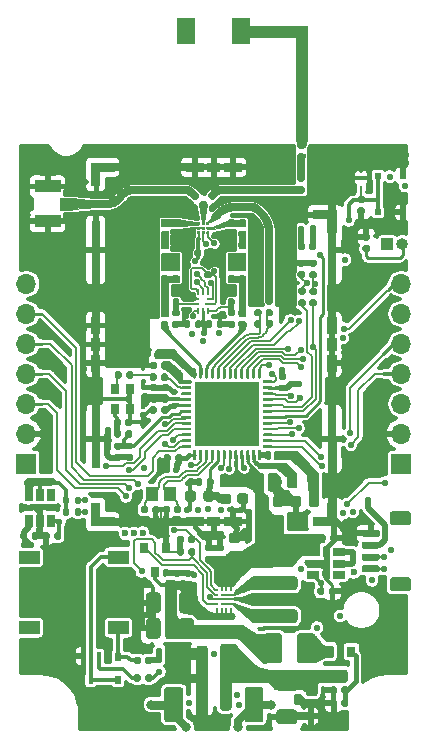
<source format=gtl>
G04 #@! TF.GenerationSoftware,KiCad,Pcbnew,(5.1.7)-1*
G04 #@! TF.CreationDate,2021-07-01T14:18:11+04:00*
G04 #@! TF.ProjectId,pcb-stm32wl,7063622d-7374-46d3-9332-776c2e6b6963,1.1*
G04 #@! TF.SameCoordinates,PX8f0d180PY6422c40*
G04 #@! TF.FileFunction,Copper,L1,Top*
G04 #@! TF.FilePolarity,Positive*
%FSLAX46Y46*%
G04 Gerber Fmt 4.6, Leading zero omitted, Abs format (unit mm)*
G04 Created by KiCad (PCBNEW (5.1.7)-1) date 2021-07-01 14:18:12*
%MOMM*%
%LPD*%
G01*
G04 APERTURE LIST*
G04 #@! TA.AperFunction,SMDPad,CuDef*
%ADD10C,0.240000*%
G04 #@! TD*
G04 #@! TA.AperFunction,SMDPad,CuDef*
%ADD11R,0.500000X0.710000*%
G04 #@! TD*
G04 #@! TA.AperFunction,SMDPad,CuDef*
%ADD12R,0.800000X0.900000*%
G04 #@! TD*
G04 #@! TA.AperFunction,SMDPad,CuDef*
%ADD13C,0.100000*%
G04 #@! TD*
G04 #@! TA.AperFunction,SMDPad,CuDef*
%ADD14R,0.800000X5.000000*%
G04 #@! TD*
G04 #@! TA.AperFunction,SMDPad,CuDef*
%ADD15R,1.650000X2.300000*%
G04 #@! TD*
G04 #@! TA.AperFunction,SMDPad,CuDef*
%ADD16R,0.563000X0.225000*%
G04 #@! TD*
G04 #@! TA.AperFunction,SMDPad,CuDef*
%ADD17R,0.225000X0.563000*%
G04 #@! TD*
G04 #@! TA.AperFunction,SMDPad,CuDef*
%ADD18R,0.663000X0.225000*%
G04 #@! TD*
G04 #@! TA.AperFunction,SMDPad,CuDef*
%ADD19R,5.450000X5.450000*%
G04 #@! TD*
G04 #@! TA.AperFunction,SMDPad,CuDef*
%ADD20R,1.060000X0.650000*%
G04 #@! TD*
G04 #@! TA.AperFunction,ComponentPad*
%ADD21R,1.000000X1.000000*%
G04 #@! TD*
G04 #@! TA.AperFunction,ComponentPad*
%ADD22O,1.000000X1.000000*%
G04 #@! TD*
G04 #@! TA.AperFunction,ComponentPad*
%ADD23R,1.700000X1.700000*%
G04 #@! TD*
G04 #@! TA.AperFunction,ComponentPad*
%ADD24O,1.700000X1.700000*%
G04 #@! TD*
G04 #@! TA.AperFunction,SMDPad,CuDef*
%ADD25R,0.450000X0.700000*%
G04 #@! TD*
G04 #@! TA.AperFunction,SMDPad,CuDef*
%ADD26R,0.650000X1.060000*%
G04 #@! TD*
G04 #@! TA.AperFunction,SMDPad,CuDef*
%ADD27R,0.450000X0.600000*%
G04 #@! TD*
G04 #@! TA.AperFunction,SMDPad,CuDef*
%ADD28R,0.250000X0.360000*%
G04 #@! TD*
G04 #@! TA.AperFunction,SMDPad,CuDef*
%ADD29R,2.200000X1.050000*%
G04 #@! TD*
G04 #@! TA.AperFunction,SMDPad,CuDef*
%ADD30R,1.050000X1.000000*%
G04 #@! TD*
G04 #@! TA.AperFunction,SMDPad,CuDef*
%ADD31R,1.000000X1.250000*%
G04 #@! TD*
G04 #@! TA.AperFunction,SMDPad,CuDef*
%ADD32R,0.550000X0.500000*%
G04 #@! TD*
G04 #@! TA.AperFunction,ViaPad*
%ADD33C,0.800000*%
G04 #@! TD*
G04 #@! TA.AperFunction,ViaPad*
%ADD34C,0.550000*%
G04 #@! TD*
G04 #@! TA.AperFunction,ViaPad*
%ADD35C,0.600000*%
G04 #@! TD*
G04 #@! TA.AperFunction,ViaPad*
%ADD36C,0.450000*%
G04 #@! TD*
G04 #@! TA.AperFunction,ViaPad*
%ADD37C,0.500000*%
G04 #@! TD*
G04 #@! TA.AperFunction,Conductor*
%ADD38C,0.762000*%
G04 #@! TD*
G04 #@! TA.AperFunction,Conductor*
%ADD39C,0.635000*%
G04 #@! TD*
G04 #@! TA.AperFunction,Conductor*
%ADD40C,1.000000*%
G04 #@! TD*
G04 #@! TA.AperFunction,Conductor*
%ADD41C,0.381000*%
G04 #@! TD*
G04 #@! TA.AperFunction,Conductor*
%ADD42C,0.508000*%
G04 #@! TD*
G04 #@! TA.AperFunction,Conductor*
%ADD43C,0.304800*%
G04 #@! TD*
G04 #@! TA.AperFunction,Conductor*
%ADD44C,0.254000*%
G04 #@! TD*
G04 #@! TA.AperFunction,Conductor*
%ADD45C,0.177800*%
G04 #@! TD*
G04 #@! TA.AperFunction,Conductor*
%ADD46C,0.400000*%
G04 #@! TD*
G04 #@! TA.AperFunction,Conductor*
%ADD47C,0.350000*%
G04 #@! TD*
G04 #@! TA.AperFunction,Conductor*
%ADD48C,0.152400*%
G04 #@! TD*
G04 #@! TA.AperFunction,Conductor*
%ADD49C,0.193000*%
G04 #@! TD*
G04 #@! TA.AperFunction,Conductor*
%ADD50C,0.500000*%
G04 #@! TD*
G04 #@! TA.AperFunction,Conductor*
%ADD51C,0.139700*%
G04 #@! TD*
G04 #@! TA.AperFunction,Conductor*
%ADD52C,0.550000*%
G04 #@! TD*
G04 #@! TA.AperFunction,Conductor*
%ADD53C,0.250000*%
G04 #@! TD*
G04 #@! TA.AperFunction,Conductor*
%ADD54C,0.300000*%
G04 #@! TD*
G04 #@! TA.AperFunction,Conductor*
%ADD55C,0.700000*%
G04 #@! TD*
G04 #@! TA.AperFunction,Conductor*
%ADD56C,0.640000*%
G04 #@! TD*
G04 #@! TA.AperFunction,Conductor*
%ADD57C,0.203200*%
G04 #@! TD*
G04 #@! TA.AperFunction,Conductor*
%ADD58C,0.200000*%
G04 #@! TD*
G04 #@! TA.AperFunction,Conductor*
%ADD59C,0.355600*%
G04 #@! TD*
G04 #@! TA.AperFunction,Conductor*
%ADD60C,0.197575*%
G04 #@! TD*
G04 #@! TA.AperFunction,Conductor*
%ADD61C,0.180000*%
G04 #@! TD*
G04 #@! TA.AperFunction,Conductor*
%ADD62C,0.100000*%
G04 #@! TD*
G04 #@! TA.AperFunction,Conductor*
%ADD63C,0.050000*%
G04 #@! TD*
G04 APERTURE END LIST*
G04 #@! TA.AperFunction,SMDPad,CuDef*
G36*
G01*
X-2030000Y-18120000D02*
X-2370000Y-18120000D01*
G75*
G02*
X-2510000Y-17980000I0J140000D01*
G01*
X-2510000Y-17700000D01*
G75*
G02*
X-2370000Y-17560000I140000J0D01*
G01*
X-2030000Y-17560000D01*
G75*
G02*
X-1890000Y-17700000I0J-140000D01*
G01*
X-1890000Y-17980000D01*
G75*
G02*
X-2030000Y-18120000I-140000J0D01*
G01*
G37*
G04 #@! TD.AperFunction*
G04 #@! TA.AperFunction,SMDPad,CuDef*
G36*
G01*
X-2030000Y-17160000D02*
X-2370000Y-17160000D01*
G75*
G02*
X-2510000Y-17020000I0J140000D01*
G01*
X-2510000Y-16740000D01*
G75*
G02*
X-2370000Y-16600000I140000J0D01*
G01*
X-2030000Y-16600000D01*
G75*
G02*
X-1890000Y-16740000I0J-140000D01*
G01*
X-1890000Y-17020000D01*
G75*
G02*
X-2030000Y-17160000I-140000J0D01*
G01*
G37*
G04 #@! TD.AperFunction*
G04 #@! TA.AperFunction,SMDPad,CuDef*
G36*
G01*
X-605000Y12075000D02*
X-395000Y12075000D01*
G75*
G02*
X-375000Y12055000I0J-20000D01*
G01*
X-375000Y11845000D01*
G75*
G02*
X-395000Y11825000I-20000J0D01*
G01*
X-605000Y11825000D01*
G75*
G02*
X-625000Y11845000I0J20000D01*
G01*
X-625000Y12055000D01*
G75*
G02*
X-605000Y12075000I20000J0D01*
G01*
G37*
G04 #@! TD.AperFunction*
G04 #@! TA.AperFunction,SMDPad,CuDef*
G36*
G01*
X-605000Y12475000D02*
X-395000Y12475000D01*
G75*
G02*
X-375000Y12455000I0J-20000D01*
G01*
X-375000Y12245000D01*
G75*
G02*
X-395000Y12225000I-20000J0D01*
G01*
X-605000Y12225000D01*
G75*
G02*
X-625000Y12245000I0J20000D01*
G01*
X-625000Y12455000D01*
G75*
G02*
X-605000Y12475000I20000J0D01*
G01*
G37*
G04 #@! TD.AperFunction*
G04 #@! TA.AperFunction,SMDPad,CuDef*
G36*
G01*
X-605000Y12875000D02*
X-395000Y12875000D01*
G75*
G02*
X-375000Y12855000I0J-20000D01*
G01*
X-375000Y12645000D01*
G75*
G02*
X-395000Y12625000I-20000J0D01*
G01*
X-605000Y12625000D01*
G75*
G02*
X-625000Y12645000I0J20000D01*
G01*
X-625000Y12855000D01*
G75*
G02*
X-605000Y12875000I20000J0D01*
G01*
G37*
G04 #@! TD.AperFunction*
G04 #@! TA.AperFunction,SMDPad,CuDef*
G36*
G01*
X-1005000Y12875000D02*
X-795000Y12875000D01*
G75*
G02*
X-775000Y12855000I0J-20000D01*
G01*
X-775000Y12645000D01*
G75*
G02*
X-795000Y12625000I-20000J0D01*
G01*
X-1005000Y12625000D01*
G75*
G02*
X-1025000Y12645000I0J20000D01*
G01*
X-1025000Y12855000D01*
G75*
G02*
X-1005000Y12875000I20000J0D01*
G01*
G37*
G04 #@! TD.AperFunction*
G04 #@! TA.AperFunction,SMDPad,CuDef*
G36*
G01*
X-1405000Y12875000D02*
X-1195000Y12875000D01*
G75*
G02*
X-1175000Y12855000I0J-20000D01*
G01*
X-1175000Y12645000D01*
G75*
G02*
X-1195000Y12625000I-20000J0D01*
G01*
X-1405000Y12625000D01*
G75*
G02*
X-1425000Y12645000I0J20000D01*
G01*
X-1425000Y12855000D01*
G75*
G02*
X-1405000Y12875000I20000J0D01*
G01*
G37*
G04 #@! TD.AperFunction*
G04 #@! TA.AperFunction,SMDPad,CuDef*
G36*
G01*
X-1405000Y12475000D02*
X-1195000Y12475000D01*
G75*
G02*
X-1175000Y12455000I0J-20000D01*
G01*
X-1175000Y12245000D01*
G75*
G02*
X-1195000Y12225000I-20000J0D01*
G01*
X-1405000Y12225000D01*
G75*
G02*
X-1425000Y12245000I0J20000D01*
G01*
X-1425000Y12455000D01*
G75*
G02*
X-1405000Y12475000I20000J0D01*
G01*
G37*
G04 #@! TD.AperFunction*
G04 #@! TA.AperFunction,SMDPad,CuDef*
G36*
G01*
X-1405000Y12075000D02*
X-1195000Y12075000D01*
G75*
G02*
X-1175000Y12055000I0J-20000D01*
G01*
X-1175000Y11845000D01*
G75*
G02*
X-1195000Y11825000I-20000J0D01*
G01*
X-1405000Y11825000D01*
G75*
G02*
X-1425000Y11845000I0J20000D01*
G01*
X-1425000Y12055000D01*
G75*
G02*
X-1405000Y12075000I20000J0D01*
G01*
G37*
G04 #@! TD.AperFunction*
G04 #@! TA.AperFunction,SMDPad,CuDef*
G36*
G01*
X-1005000Y12075000D02*
X-795000Y12075000D01*
G75*
G02*
X-775000Y12055000I0J-20000D01*
G01*
X-775000Y11845000D01*
G75*
G02*
X-795000Y11825000I-20000J0D01*
G01*
X-1005000Y11825000D01*
G75*
G02*
X-1025000Y11845000I0J20000D01*
G01*
X-1025000Y12055000D01*
G75*
G02*
X-1005000Y12075000I20000J0D01*
G01*
G37*
G04 #@! TD.AperFunction*
G04 #@! TA.AperFunction,SMDPad,CuDef*
G36*
G01*
X-1005000Y12475000D02*
X-795000Y12475000D01*
G75*
G02*
X-775000Y12455000I0J-20000D01*
G01*
X-775000Y12245000D01*
G75*
G02*
X-795000Y12225000I-20000J0D01*
G01*
X-1005000Y12225000D01*
G75*
G02*
X-1025000Y12245000I0J20000D01*
G01*
X-1025000Y12455000D01*
G75*
G02*
X-1005000Y12475000I20000J0D01*
G01*
G37*
G04 #@! TD.AperFunction*
D10*
X1450000Y-19880000D03*
X1050000Y-19880000D03*
X650000Y-19880000D03*
X250000Y-19880000D03*
X1450000Y-19480000D03*
X1050000Y-19480000D03*
X650000Y-19480000D03*
X250000Y-19480000D03*
X1450000Y-19080000D03*
X1050000Y-19080000D03*
X650000Y-19080000D03*
X250000Y-19080000D03*
X1450000Y-18680000D03*
X1050000Y-18680000D03*
X650000Y-18680000D03*
X250000Y-18680000D03*
X1450000Y-18280000D03*
X1050000Y-18280000D03*
X650000Y-18280000D03*
X250000Y-18280000D03*
D11*
X-8120000Y-25915000D03*
X-8120000Y-23925000D03*
G04 #@! TA.AperFunction,SMDPad,CuDef*
G36*
G01*
X8000000Y-9480000D02*
X8000000Y-8520000D01*
G75*
G02*
X8120000Y-8400000I120000J0D01*
G01*
X8680000Y-8400000D01*
G75*
G02*
X8800000Y-8520000I0J-120000D01*
G01*
X8800000Y-9480000D01*
G75*
G02*
X8680000Y-9600000I-120000J0D01*
G01*
X8120000Y-9600000D01*
G75*
G02*
X8000000Y-9480000I0J120000D01*
G01*
G37*
G04 #@! TD.AperFunction*
G04 #@! TA.AperFunction,SMDPad,CuDef*
G36*
G01*
X6200000Y-9480000D02*
X6200000Y-8520000D01*
G75*
G02*
X6320000Y-8400000I120000J0D01*
G01*
X6880000Y-8400000D01*
G75*
G02*
X7000000Y-8520000I0J-120000D01*
G01*
X7000000Y-9480000D01*
G75*
G02*
X6880000Y-9600000I-120000J0D01*
G01*
X6320000Y-9600000D01*
G75*
G02*
X6200000Y-9480000I0J120000D01*
G01*
G37*
G04 #@! TD.AperFunction*
G04 #@! TA.AperFunction,SMDPad,CuDef*
G36*
G01*
X-2350000Y17152800D02*
X-2350000Y17847200D01*
G75*
G02*
X-2297200Y17900000I52800J0D01*
G01*
X-902800Y17900000D01*
G75*
G02*
X-850000Y17847200I0J-52800D01*
G01*
X-850000Y17152800D01*
G75*
G02*
X-902800Y17100000I-52800J0D01*
G01*
X-2297200Y17100000D01*
G75*
G02*
X-2350000Y17152800I0J52800D01*
G01*
G37*
G04 #@! TD.AperFunction*
G04 #@! TA.AperFunction,SMDPad,CuDef*
G36*
G01*
X850000Y17152800D02*
X850000Y17847200D01*
G75*
G02*
X902800Y17900000I52800J0D01*
G01*
X2297200Y17900000D01*
G75*
G02*
X2350000Y17847200I0J-52800D01*
G01*
X2350000Y17152800D01*
G75*
G02*
X2297200Y17100000I-52800J0D01*
G01*
X902800Y17100000D01*
G75*
G02*
X850000Y17152800I0J52800D01*
G01*
G37*
G04 #@! TD.AperFunction*
G04 #@! TA.AperFunction,SMDPad,CuDef*
G36*
G01*
X-550000Y17152800D02*
X-550000Y17847200D01*
G75*
G02*
X-497200Y17900000I52800J0D01*
G01*
X497200Y17900000D01*
G75*
G02*
X550000Y17847200I0J-52800D01*
G01*
X550000Y17152800D01*
G75*
G02*
X497200Y17100000I-52800J0D01*
G01*
X-497200Y17100000D01*
G75*
G02*
X-550000Y17152800I0J52800D01*
G01*
G37*
G04 #@! TD.AperFunction*
G04 #@! TA.AperFunction,SMDPad,CuDef*
G36*
G01*
X-9652800Y150000D02*
X-10347200Y150000D01*
G75*
G02*
X-10400000Y202800I0J52800D01*
G01*
X-10400000Y1597200D01*
G75*
G02*
X-10347200Y1650000I52800J0D01*
G01*
X-9652800Y1650000D01*
G75*
G02*
X-9600000Y1597200I0J-52800D01*
G01*
X-9600000Y202800D01*
G75*
G02*
X-9652800Y150000I-52800J0D01*
G01*
G37*
G04 #@! TD.AperFunction*
G04 #@! TA.AperFunction,SMDPad,CuDef*
G36*
G01*
X-9652800Y3350000D02*
X-10347200Y3350000D01*
G75*
G02*
X-10400000Y3402800I0J52800D01*
G01*
X-10400000Y4797200D01*
G75*
G02*
X-10347200Y4850000I52800J0D01*
G01*
X-9652800Y4850000D01*
G75*
G02*
X-9600000Y4797200I0J-52800D01*
G01*
X-9600000Y3402800D01*
G75*
G02*
X-9652800Y3350000I-52800J0D01*
G01*
G37*
G04 #@! TD.AperFunction*
G04 #@! TA.AperFunction,SMDPad,CuDef*
G36*
G01*
X-9652800Y1950000D02*
X-10347200Y1950000D01*
G75*
G02*
X-10400000Y2002800I0J52800D01*
G01*
X-10400000Y2997200D01*
G75*
G02*
X-10347200Y3050000I52800J0D01*
G01*
X-9652800Y3050000D01*
G75*
G02*
X-9600000Y2997200I0J-52800D01*
G01*
X-9600000Y2002800D01*
G75*
G02*
X-9652800Y1950000I-52800J0D01*
G01*
G37*
G04 #@! TD.AperFunction*
G04 #@! TA.AperFunction,SMDPad,CuDef*
G36*
G01*
X-2350000Y-12837200D02*
X-2350000Y-12142800D01*
G75*
G02*
X-2297200Y-12090000I52800J0D01*
G01*
X-902800Y-12090000D01*
G75*
G02*
X-850000Y-12142800I0J-52800D01*
G01*
X-850000Y-12837200D01*
G75*
G02*
X-902800Y-12890000I-52800J0D01*
G01*
X-2297200Y-12890000D01*
G75*
G02*
X-2350000Y-12837200I0J52800D01*
G01*
G37*
G04 #@! TD.AperFunction*
G04 #@! TA.AperFunction,SMDPad,CuDef*
G36*
G01*
X850000Y-12837200D02*
X850000Y-12142800D01*
G75*
G02*
X902800Y-12090000I52800J0D01*
G01*
X2297200Y-12090000D01*
G75*
G02*
X2350000Y-12142800I0J-52800D01*
G01*
X2350000Y-12837200D01*
G75*
G02*
X2297200Y-12890000I-52800J0D01*
G01*
X902800Y-12890000D01*
G75*
G02*
X850000Y-12837200I0J52800D01*
G01*
G37*
G04 #@! TD.AperFunction*
G04 #@! TA.AperFunction,SMDPad,CuDef*
G36*
G01*
X-550000Y-12837200D02*
X-550000Y-12142800D01*
G75*
G02*
X-497200Y-12090000I52800J0D01*
G01*
X497200Y-12090000D01*
G75*
G02*
X550000Y-12142800I0J-52800D01*
G01*
X550000Y-12837200D01*
G75*
G02*
X497200Y-12890000I-52800J0D01*
G01*
X-497200Y-12890000D01*
G75*
G02*
X-550000Y-12837200I0J52800D01*
G01*
G37*
G04 #@! TD.AperFunction*
G04 #@! TA.AperFunction,SMDPad,CuDef*
G36*
G01*
X10347200Y150000D02*
X9652800Y150000D01*
G75*
G02*
X9600000Y202800I0J52800D01*
G01*
X9600000Y1597200D01*
G75*
G02*
X9652800Y1650000I52800J0D01*
G01*
X10347200Y1650000D01*
G75*
G02*
X10400000Y1597200I0J-52800D01*
G01*
X10400000Y202800D01*
G75*
G02*
X10347200Y150000I-52800J0D01*
G01*
G37*
G04 #@! TD.AperFunction*
G04 #@! TA.AperFunction,SMDPad,CuDef*
G36*
G01*
X10347200Y3350000D02*
X9652800Y3350000D01*
G75*
G02*
X9600000Y3402800I0J52800D01*
G01*
X9600000Y4797200D01*
G75*
G02*
X9652800Y4850000I52800J0D01*
G01*
X10347200Y4850000D01*
G75*
G02*
X10400000Y4797200I0J-52800D01*
G01*
X10400000Y3402800D01*
G75*
G02*
X10347200Y3350000I-52800J0D01*
G01*
G37*
G04 #@! TD.AperFunction*
G04 #@! TA.AperFunction,SMDPad,CuDef*
G36*
G01*
X10347200Y1950000D02*
X9652800Y1950000D01*
G75*
G02*
X9600000Y2002800I0J52800D01*
G01*
X9600000Y2997200D01*
G75*
G02*
X9652800Y3050000I52800J0D01*
G01*
X10347200Y3050000D01*
G75*
G02*
X10400000Y2997200I0J-52800D01*
G01*
X10400000Y2002800D01*
G75*
G02*
X10347200Y1950000I-52800J0D01*
G01*
G37*
G04 #@! TD.AperFunction*
D12*
X-8355300Y-2939500D03*
X-7105300Y-1289500D03*
X-8355300Y-1289500D03*
X-7105300Y-2939500D03*
G04 #@! TA.AperFunction,SMDPad,CuDef*
G36*
G01*
X3400000Y-19900000D02*
X6800000Y-19900000D01*
G75*
G02*
X7100000Y-20200000I0J-300000D01*
G01*
X7100000Y-20800000D01*
G75*
G02*
X6800000Y-21100000I-300000J0D01*
G01*
X3400000Y-21100000D01*
G75*
G02*
X3100000Y-20800000I0J300000D01*
G01*
X3100000Y-20200000D01*
G75*
G02*
X3400000Y-19900000I300000J0D01*
G01*
G37*
G04 #@! TD.AperFunction*
G04 #@! TA.AperFunction,SMDPad,CuDef*
G36*
G01*
X3400000Y-17100000D02*
X6800000Y-17100000D01*
G75*
G02*
X7100000Y-17400000I0J-300000D01*
G01*
X7100000Y-18000000D01*
G75*
G02*
X6800000Y-18300000I-300000J0D01*
G01*
X3400000Y-18300000D01*
G75*
G02*
X3100000Y-18000000I0J300000D01*
G01*
X3100000Y-17400000D01*
G75*
G02*
X3400000Y-17100000I300000J0D01*
G01*
G37*
G04 #@! TD.AperFunction*
G04 #@! TA.AperFunction,SMDPad,CuDef*
G36*
G01*
X-16520000Y-21986000D02*
X-16520000Y-20974000D01*
G75*
G02*
X-16451000Y-20905000I69000J0D01*
G01*
X-14809000Y-20905000D01*
G75*
G02*
X-14740000Y-20974000I0J-69000D01*
G01*
X-14740000Y-21986000D01*
G75*
G02*
X-14809000Y-22055000I-69000J0D01*
G01*
X-16451000Y-22055000D01*
G75*
G02*
X-16520000Y-21986000I0J69000D01*
G01*
G37*
G04 #@! TD.AperFunction*
G04 #@! TA.AperFunction,SMDPad,CuDef*
G36*
G01*
X-16520000Y-16026000D02*
X-16520000Y-15014000D01*
G75*
G02*
X-16451000Y-14945000I69000J0D01*
G01*
X-14809000Y-14945000D01*
G75*
G02*
X-14740000Y-15014000I0J-69000D01*
G01*
X-14740000Y-16026000D01*
G75*
G02*
X-14809000Y-16095000I-69000J0D01*
G01*
X-16451000Y-16095000D01*
G75*
G02*
X-16520000Y-16026000I0J69000D01*
G01*
G37*
G04 #@! TD.AperFunction*
G04 #@! TA.AperFunction,SMDPad,CuDef*
G36*
G01*
X-8960000Y-21986000D02*
X-8960000Y-20974000D01*
G75*
G02*
X-8891000Y-20905000I69000J0D01*
G01*
X-7249000Y-20905000D01*
G75*
G02*
X-7180000Y-20974000I0J-69000D01*
G01*
X-7180000Y-21986000D01*
G75*
G02*
X-7249000Y-22055000I-69000J0D01*
G01*
X-8891000Y-22055000D01*
G75*
G02*
X-8960000Y-21986000I0J69000D01*
G01*
G37*
G04 #@! TD.AperFunction*
G04 #@! TA.AperFunction,SMDPad,CuDef*
G36*
G01*
X-8960000Y-16026000D02*
X-8960000Y-15014000D01*
G75*
G02*
X-8891000Y-14945000I69000J0D01*
G01*
X-7249000Y-14945000D01*
G75*
G02*
X-7180000Y-15014000I0J-69000D01*
G01*
X-7180000Y-16026000D01*
G75*
G02*
X-7249000Y-16095000I-69000J0D01*
G01*
X-8891000Y-16095000D01*
G75*
G02*
X-8960000Y-16026000I0J69000D01*
G01*
G37*
G04 #@! TD.AperFunction*
G04 #@! TA.AperFunction,SMDPad,CuDef*
D13*
G36*
X10400000Y13900000D02*
G01*
X10400000Y11900000D01*
X9600000Y11900000D01*
X9600000Y13100000D01*
X8400000Y13100000D01*
X8400000Y13900000D01*
X10400000Y13900000D01*
G37*
G04 #@! TD.AperFunction*
G04 #@! TA.AperFunction,SMDPad,CuDef*
G36*
X-10400000Y17900000D02*
G01*
X-8400000Y17900000D01*
X-8400000Y17100000D01*
X-9600000Y17100000D01*
X-9600000Y15900000D01*
X-10400000Y15900000D01*
X-10400000Y17900000D01*
G37*
G04 #@! TD.AperFunction*
G04 #@! TA.AperFunction,SMDPad,CuDef*
G36*
X-10400000Y-12900000D02*
G01*
X-10400000Y-10900000D01*
X-9600000Y-10900000D01*
X-9600000Y-12100000D01*
X-8400000Y-12100000D01*
X-8400000Y-12900000D01*
X-10400000Y-12900000D01*
G37*
G04 #@! TD.AperFunction*
G04 #@! TA.AperFunction,SMDPad,CuDef*
G36*
X10400000Y-12900000D02*
G01*
X8400000Y-12900000D01*
X8400000Y-12100000D01*
X9600000Y-12100000D01*
X9600000Y-10900000D01*
X10400000Y-10900000D01*
X10400000Y-12900000D01*
G37*
G04 #@! TD.AperFunction*
D14*
X10000000Y10500000D03*
X-10000000Y-5500000D03*
X-10000000Y10500000D03*
X10000000Y-5500000D03*
D15*
X-2325000Y29000000D03*
X2325000Y29000000D03*
G04 #@! TA.AperFunction,SMDPad,CuDef*
G36*
G01*
X-11788000Y-11869000D02*
X-11788000Y-11499000D01*
G75*
G02*
X-11653000Y-11364000I135000J0D01*
G01*
X-11383000Y-11364000D01*
G75*
G02*
X-11248000Y-11499000I0J-135000D01*
G01*
X-11248000Y-11869000D01*
G75*
G02*
X-11383000Y-12004000I-135000J0D01*
G01*
X-11653000Y-12004000D01*
G75*
G02*
X-11788000Y-11869000I0J135000D01*
G01*
G37*
G04 #@! TD.AperFunction*
G04 #@! TA.AperFunction,SMDPad,CuDef*
G36*
G01*
X-12808000Y-11869000D02*
X-12808000Y-11499000D01*
G75*
G02*
X-12673000Y-11364000I135000J0D01*
G01*
X-12403000Y-11364000D01*
G75*
G02*
X-12268000Y-11499000I0J-135000D01*
G01*
X-12268000Y-11869000D01*
G75*
G02*
X-12403000Y-12004000I-135000J0D01*
G01*
X-12673000Y-12004000D01*
G75*
G02*
X-12808000Y-11869000I0J135000D01*
G01*
G37*
G04 #@! TD.AperFunction*
D16*
X-350500Y6337000D03*
D17*
X-519000Y6905500D03*
X-919000Y6905500D03*
X-1319000Y6905500D03*
D16*
X-1487500Y6337000D03*
X-1487500Y5937000D03*
D17*
X-1319000Y5368500D03*
X-919000Y5368500D03*
X-519000Y5368500D03*
D18*
X-400500Y5937000D03*
G04 #@! TA.AperFunction,SMDPad,CuDef*
G36*
G01*
X4995000Y-6096000D02*
X4995000Y-6221000D01*
G75*
G02*
X4932500Y-6283500I-62500J0D01*
G01*
X4207500Y-6283500D01*
G75*
G02*
X4145000Y-6221000I0J62500D01*
G01*
X4145000Y-6096000D01*
G75*
G02*
X4207500Y-6033500I62500J0D01*
G01*
X4932500Y-6033500D01*
G75*
G02*
X4995000Y-6096000I0J-62500D01*
G01*
G37*
G04 #@! TD.AperFunction*
G04 #@! TA.AperFunction,SMDPad,CuDef*
G36*
G01*
X4995000Y-5596000D02*
X4995000Y-5721000D01*
G75*
G02*
X4932500Y-5783500I-62500J0D01*
G01*
X4207500Y-5783500D01*
G75*
G02*
X4145000Y-5721000I0J62500D01*
G01*
X4145000Y-5596000D01*
G75*
G02*
X4207500Y-5533500I62500J0D01*
G01*
X4932500Y-5533500D01*
G75*
G02*
X4995000Y-5596000I0J-62500D01*
G01*
G37*
G04 #@! TD.AperFunction*
G04 #@! TA.AperFunction,SMDPad,CuDef*
G36*
G01*
X4995000Y-5096000D02*
X4995000Y-5221000D01*
G75*
G02*
X4932500Y-5283500I-62500J0D01*
G01*
X4207500Y-5283500D01*
G75*
G02*
X4145000Y-5221000I0J62500D01*
G01*
X4145000Y-5096000D01*
G75*
G02*
X4207500Y-5033500I62500J0D01*
G01*
X4932500Y-5033500D01*
G75*
G02*
X4995000Y-5096000I0J-62500D01*
G01*
G37*
G04 #@! TD.AperFunction*
G04 #@! TA.AperFunction,SMDPad,CuDef*
G36*
G01*
X4995000Y-4596000D02*
X4995000Y-4721000D01*
G75*
G02*
X4932500Y-4783500I-62500J0D01*
G01*
X4207500Y-4783500D01*
G75*
G02*
X4145000Y-4721000I0J62500D01*
G01*
X4145000Y-4596000D01*
G75*
G02*
X4207500Y-4533500I62500J0D01*
G01*
X4932500Y-4533500D01*
G75*
G02*
X4995000Y-4596000I0J-62500D01*
G01*
G37*
G04 #@! TD.AperFunction*
G04 #@! TA.AperFunction,SMDPad,CuDef*
G36*
G01*
X4995000Y-4096000D02*
X4995000Y-4221000D01*
G75*
G02*
X4932500Y-4283500I-62500J0D01*
G01*
X4207500Y-4283500D01*
G75*
G02*
X4145000Y-4221000I0J62500D01*
G01*
X4145000Y-4096000D01*
G75*
G02*
X4207500Y-4033500I62500J0D01*
G01*
X4932500Y-4033500D01*
G75*
G02*
X4995000Y-4096000I0J-62500D01*
G01*
G37*
G04 #@! TD.AperFunction*
G04 #@! TA.AperFunction,SMDPad,CuDef*
G36*
G01*
X4995000Y-3596000D02*
X4995000Y-3721000D01*
G75*
G02*
X4932500Y-3783500I-62500J0D01*
G01*
X4207500Y-3783500D01*
G75*
G02*
X4145000Y-3721000I0J62500D01*
G01*
X4145000Y-3596000D01*
G75*
G02*
X4207500Y-3533500I62500J0D01*
G01*
X4932500Y-3533500D01*
G75*
G02*
X4995000Y-3596000I0J-62500D01*
G01*
G37*
G04 #@! TD.AperFunction*
G04 #@! TA.AperFunction,SMDPad,CuDef*
G36*
G01*
X4995000Y-3096000D02*
X4995000Y-3221000D01*
G75*
G02*
X4932500Y-3283500I-62500J0D01*
G01*
X4207500Y-3283500D01*
G75*
G02*
X4145000Y-3221000I0J62500D01*
G01*
X4145000Y-3096000D01*
G75*
G02*
X4207500Y-3033500I62500J0D01*
G01*
X4932500Y-3033500D01*
G75*
G02*
X4995000Y-3096000I0J-62500D01*
G01*
G37*
G04 #@! TD.AperFunction*
G04 #@! TA.AperFunction,SMDPad,CuDef*
G36*
G01*
X4995000Y-2596000D02*
X4995000Y-2721000D01*
G75*
G02*
X4932500Y-2783500I-62500J0D01*
G01*
X4207500Y-2783500D01*
G75*
G02*
X4145000Y-2721000I0J62500D01*
G01*
X4145000Y-2596000D01*
G75*
G02*
X4207500Y-2533500I62500J0D01*
G01*
X4932500Y-2533500D01*
G75*
G02*
X4995000Y-2596000I0J-62500D01*
G01*
G37*
G04 #@! TD.AperFunction*
G04 #@! TA.AperFunction,SMDPad,CuDef*
G36*
G01*
X4995000Y-2096000D02*
X4995000Y-2221000D01*
G75*
G02*
X4932500Y-2283500I-62500J0D01*
G01*
X4207500Y-2283500D01*
G75*
G02*
X4145000Y-2221000I0J62500D01*
G01*
X4145000Y-2096000D01*
G75*
G02*
X4207500Y-2033500I62500J0D01*
G01*
X4932500Y-2033500D01*
G75*
G02*
X4995000Y-2096000I0J-62500D01*
G01*
G37*
G04 #@! TD.AperFunction*
G04 #@! TA.AperFunction,SMDPad,CuDef*
G36*
G01*
X4995000Y-1596000D02*
X4995000Y-1721000D01*
G75*
G02*
X4932500Y-1783500I-62500J0D01*
G01*
X4207500Y-1783500D01*
G75*
G02*
X4145000Y-1721000I0J62500D01*
G01*
X4145000Y-1596000D01*
G75*
G02*
X4207500Y-1533500I62500J0D01*
G01*
X4932500Y-1533500D01*
G75*
G02*
X4995000Y-1596000I0J-62500D01*
G01*
G37*
G04 #@! TD.AperFunction*
G04 #@! TA.AperFunction,SMDPad,CuDef*
G36*
G01*
X4995000Y-1096000D02*
X4995000Y-1221000D01*
G75*
G02*
X4932500Y-1283500I-62500J0D01*
G01*
X4207500Y-1283500D01*
G75*
G02*
X4145000Y-1221000I0J62500D01*
G01*
X4145000Y-1096000D01*
G75*
G02*
X4207500Y-1033500I62500J0D01*
G01*
X4932500Y-1033500D01*
G75*
G02*
X4995000Y-1096000I0J-62500D01*
G01*
G37*
G04 #@! TD.AperFunction*
G04 #@! TA.AperFunction,SMDPad,CuDef*
G36*
G01*
X4995000Y-596000D02*
X4995000Y-721000D01*
G75*
G02*
X4932500Y-783500I-62500J0D01*
G01*
X4207500Y-783500D01*
G75*
G02*
X4145000Y-721000I0J62500D01*
G01*
X4145000Y-596000D01*
G75*
G02*
X4207500Y-533500I62500J0D01*
G01*
X4932500Y-533500D01*
G75*
G02*
X4995000Y-596000I0J-62500D01*
G01*
G37*
G04 #@! TD.AperFunction*
G04 #@! TA.AperFunction,SMDPad,CuDef*
G36*
G01*
X3995000Y404000D02*
X3995000Y-321000D01*
G75*
G02*
X3932500Y-383500I-62500J0D01*
G01*
X3807500Y-383500D01*
G75*
G02*
X3745000Y-321000I0J62500D01*
G01*
X3745000Y404000D01*
G75*
G02*
X3807500Y466500I62500J0D01*
G01*
X3932500Y466500D01*
G75*
G02*
X3995000Y404000I0J-62500D01*
G01*
G37*
G04 #@! TD.AperFunction*
G04 #@! TA.AperFunction,SMDPad,CuDef*
G36*
G01*
X3495000Y404000D02*
X3495000Y-321000D01*
G75*
G02*
X3432500Y-383500I-62500J0D01*
G01*
X3307500Y-383500D01*
G75*
G02*
X3245000Y-321000I0J62500D01*
G01*
X3245000Y404000D01*
G75*
G02*
X3307500Y466500I62500J0D01*
G01*
X3432500Y466500D01*
G75*
G02*
X3495000Y404000I0J-62500D01*
G01*
G37*
G04 #@! TD.AperFunction*
G04 #@! TA.AperFunction,SMDPad,CuDef*
G36*
G01*
X2995000Y404000D02*
X2995000Y-321000D01*
G75*
G02*
X2932500Y-383500I-62500J0D01*
G01*
X2807500Y-383500D01*
G75*
G02*
X2745000Y-321000I0J62500D01*
G01*
X2745000Y404000D01*
G75*
G02*
X2807500Y466500I62500J0D01*
G01*
X2932500Y466500D01*
G75*
G02*
X2995000Y404000I0J-62500D01*
G01*
G37*
G04 #@! TD.AperFunction*
G04 #@! TA.AperFunction,SMDPad,CuDef*
G36*
G01*
X2495000Y404000D02*
X2495000Y-321000D01*
G75*
G02*
X2432500Y-383500I-62500J0D01*
G01*
X2307500Y-383500D01*
G75*
G02*
X2245000Y-321000I0J62500D01*
G01*
X2245000Y404000D01*
G75*
G02*
X2307500Y466500I62500J0D01*
G01*
X2432500Y466500D01*
G75*
G02*
X2495000Y404000I0J-62500D01*
G01*
G37*
G04 #@! TD.AperFunction*
G04 #@! TA.AperFunction,SMDPad,CuDef*
G36*
G01*
X1995000Y404000D02*
X1995000Y-321000D01*
G75*
G02*
X1932500Y-383500I-62500J0D01*
G01*
X1807500Y-383500D01*
G75*
G02*
X1745000Y-321000I0J62500D01*
G01*
X1745000Y404000D01*
G75*
G02*
X1807500Y466500I62500J0D01*
G01*
X1932500Y466500D01*
G75*
G02*
X1995000Y404000I0J-62500D01*
G01*
G37*
G04 #@! TD.AperFunction*
G04 #@! TA.AperFunction,SMDPad,CuDef*
G36*
G01*
X1495000Y404000D02*
X1495000Y-321000D01*
G75*
G02*
X1432500Y-383500I-62500J0D01*
G01*
X1307500Y-383500D01*
G75*
G02*
X1245000Y-321000I0J62500D01*
G01*
X1245000Y404000D01*
G75*
G02*
X1307500Y466500I62500J0D01*
G01*
X1432500Y466500D01*
G75*
G02*
X1495000Y404000I0J-62500D01*
G01*
G37*
G04 #@! TD.AperFunction*
G04 #@! TA.AperFunction,SMDPad,CuDef*
G36*
G01*
X995000Y404000D02*
X995000Y-321000D01*
G75*
G02*
X932500Y-383500I-62500J0D01*
G01*
X807500Y-383500D01*
G75*
G02*
X745000Y-321000I0J62500D01*
G01*
X745000Y404000D01*
G75*
G02*
X807500Y466500I62500J0D01*
G01*
X932500Y466500D01*
G75*
G02*
X995000Y404000I0J-62500D01*
G01*
G37*
G04 #@! TD.AperFunction*
G04 #@! TA.AperFunction,SMDPad,CuDef*
G36*
G01*
X495000Y404000D02*
X495000Y-321000D01*
G75*
G02*
X432500Y-383500I-62500J0D01*
G01*
X307500Y-383500D01*
G75*
G02*
X245000Y-321000I0J62500D01*
G01*
X245000Y404000D01*
G75*
G02*
X307500Y466500I62500J0D01*
G01*
X432500Y466500D01*
G75*
G02*
X495000Y404000I0J-62500D01*
G01*
G37*
G04 #@! TD.AperFunction*
G04 #@! TA.AperFunction,SMDPad,CuDef*
G36*
G01*
X-5000Y404000D02*
X-5000Y-321000D01*
G75*
G02*
X-67500Y-383500I-62500J0D01*
G01*
X-192500Y-383500D01*
G75*
G02*
X-255000Y-321000I0J62500D01*
G01*
X-255000Y404000D01*
G75*
G02*
X-192500Y466500I62500J0D01*
G01*
X-67500Y466500D01*
G75*
G02*
X-5000Y404000I0J-62500D01*
G01*
G37*
G04 #@! TD.AperFunction*
G04 #@! TA.AperFunction,SMDPad,CuDef*
G36*
G01*
X-505000Y404000D02*
X-505000Y-321000D01*
G75*
G02*
X-567500Y-383500I-62500J0D01*
G01*
X-692500Y-383500D01*
G75*
G02*
X-755000Y-321000I0J62500D01*
G01*
X-755000Y404000D01*
G75*
G02*
X-692500Y466500I62500J0D01*
G01*
X-567500Y466500D01*
G75*
G02*
X-505000Y404000I0J-62500D01*
G01*
G37*
G04 #@! TD.AperFunction*
G04 #@! TA.AperFunction,SMDPad,CuDef*
G36*
G01*
X-1005000Y404000D02*
X-1005000Y-321000D01*
G75*
G02*
X-1067500Y-383500I-62500J0D01*
G01*
X-1192500Y-383500D01*
G75*
G02*
X-1255000Y-321000I0J62500D01*
G01*
X-1255000Y404000D01*
G75*
G02*
X-1192500Y466500I62500J0D01*
G01*
X-1067500Y466500D01*
G75*
G02*
X-1005000Y404000I0J-62500D01*
G01*
G37*
G04 #@! TD.AperFunction*
G04 #@! TA.AperFunction,SMDPad,CuDef*
G36*
G01*
X-1505000Y404000D02*
X-1505000Y-321000D01*
G75*
G02*
X-1567500Y-383500I-62500J0D01*
G01*
X-1692500Y-383500D01*
G75*
G02*
X-1755000Y-321000I0J62500D01*
G01*
X-1755000Y404000D01*
G75*
G02*
X-1692500Y466500I62500J0D01*
G01*
X-1567500Y466500D01*
G75*
G02*
X-1505000Y404000I0J-62500D01*
G01*
G37*
G04 #@! TD.AperFunction*
G04 #@! TA.AperFunction,SMDPad,CuDef*
G36*
G01*
X-1905000Y-596000D02*
X-1905000Y-721000D01*
G75*
G02*
X-1967500Y-783500I-62500J0D01*
G01*
X-2692500Y-783500D01*
G75*
G02*
X-2755000Y-721000I0J62500D01*
G01*
X-2755000Y-596000D01*
G75*
G02*
X-2692500Y-533500I62500J0D01*
G01*
X-1967500Y-533500D01*
G75*
G02*
X-1905000Y-596000I0J-62500D01*
G01*
G37*
G04 #@! TD.AperFunction*
G04 #@! TA.AperFunction,SMDPad,CuDef*
G36*
G01*
X-1905000Y-1096000D02*
X-1905000Y-1221000D01*
G75*
G02*
X-1967500Y-1283500I-62500J0D01*
G01*
X-2692500Y-1283500D01*
G75*
G02*
X-2755000Y-1221000I0J62500D01*
G01*
X-2755000Y-1096000D01*
G75*
G02*
X-2692500Y-1033500I62500J0D01*
G01*
X-1967500Y-1033500D01*
G75*
G02*
X-1905000Y-1096000I0J-62500D01*
G01*
G37*
G04 #@! TD.AperFunction*
G04 #@! TA.AperFunction,SMDPad,CuDef*
G36*
G01*
X-1905000Y-1596000D02*
X-1905000Y-1721000D01*
G75*
G02*
X-1967500Y-1783500I-62500J0D01*
G01*
X-2692500Y-1783500D01*
G75*
G02*
X-2755000Y-1721000I0J62500D01*
G01*
X-2755000Y-1596000D01*
G75*
G02*
X-2692500Y-1533500I62500J0D01*
G01*
X-1967500Y-1533500D01*
G75*
G02*
X-1905000Y-1596000I0J-62500D01*
G01*
G37*
G04 #@! TD.AperFunction*
G04 #@! TA.AperFunction,SMDPad,CuDef*
G36*
G01*
X-1905000Y-2096000D02*
X-1905000Y-2221000D01*
G75*
G02*
X-1967500Y-2283500I-62500J0D01*
G01*
X-2692500Y-2283500D01*
G75*
G02*
X-2755000Y-2221000I0J62500D01*
G01*
X-2755000Y-2096000D01*
G75*
G02*
X-2692500Y-2033500I62500J0D01*
G01*
X-1967500Y-2033500D01*
G75*
G02*
X-1905000Y-2096000I0J-62500D01*
G01*
G37*
G04 #@! TD.AperFunction*
G04 #@! TA.AperFunction,SMDPad,CuDef*
G36*
G01*
X-1905000Y-2596000D02*
X-1905000Y-2721000D01*
G75*
G02*
X-1967500Y-2783500I-62500J0D01*
G01*
X-2692500Y-2783500D01*
G75*
G02*
X-2755000Y-2721000I0J62500D01*
G01*
X-2755000Y-2596000D01*
G75*
G02*
X-2692500Y-2533500I62500J0D01*
G01*
X-1967500Y-2533500D01*
G75*
G02*
X-1905000Y-2596000I0J-62500D01*
G01*
G37*
G04 #@! TD.AperFunction*
G04 #@! TA.AperFunction,SMDPad,CuDef*
G36*
G01*
X-1905000Y-3096000D02*
X-1905000Y-3221000D01*
G75*
G02*
X-1967500Y-3283500I-62500J0D01*
G01*
X-2692500Y-3283500D01*
G75*
G02*
X-2755000Y-3221000I0J62500D01*
G01*
X-2755000Y-3096000D01*
G75*
G02*
X-2692500Y-3033500I62500J0D01*
G01*
X-1967500Y-3033500D01*
G75*
G02*
X-1905000Y-3096000I0J-62500D01*
G01*
G37*
G04 #@! TD.AperFunction*
G04 #@! TA.AperFunction,SMDPad,CuDef*
G36*
G01*
X-1905000Y-3596000D02*
X-1905000Y-3721000D01*
G75*
G02*
X-1967500Y-3783500I-62500J0D01*
G01*
X-2692500Y-3783500D01*
G75*
G02*
X-2755000Y-3721000I0J62500D01*
G01*
X-2755000Y-3596000D01*
G75*
G02*
X-2692500Y-3533500I62500J0D01*
G01*
X-1967500Y-3533500D01*
G75*
G02*
X-1905000Y-3596000I0J-62500D01*
G01*
G37*
G04 #@! TD.AperFunction*
G04 #@! TA.AperFunction,SMDPad,CuDef*
G36*
G01*
X-1905000Y-4096000D02*
X-1905000Y-4221000D01*
G75*
G02*
X-1967500Y-4283500I-62500J0D01*
G01*
X-2692500Y-4283500D01*
G75*
G02*
X-2755000Y-4221000I0J62500D01*
G01*
X-2755000Y-4096000D01*
G75*
G02*
X-2692500Y-4033500I62500J0D01*
G01*
X-1967500Y-4033500D01*
G75*
G02*
X-1905000Y-4096000I0J-62500D01*
G01*
G37*
G04 #@! TD.AperFunction*
G04 #@! TA.AperFunction,SMDPad,CuDef*
G36*
G01*
X-1905000Y-4596000D02*
X-1905000Y-4721000D01*
G75*
G02*
X-1967500Y-4783500I-62500J0D01*
G01*
X-2692500Y-4783500D01*
G75*
G02*
X-2755000Y-4721000I0J62500D01*
G01*
X-2755000Y-4596000D01*
G75*
G02*
X-2692500Y-4533500I62500J0D01*
G01*
X-1967500Y-4533500D01*
G75*
G02*
X-1905000Y-4596000I0J-62500D01*
G01*
G37*
G04 #@! TD.AperFunction*
G04 #@! TA.AperFunction,SMDPad,CuDef*
G36*
G01*
X-1905000Y-5096000D02*
X-1905000Y-5221000D01*
G75*
G02*
X-1967500Y-5283500I-62500J0D01*
G01*
X-2692500Y-5283500D01*
G75*
G02*
X-2755000Y-5221000I0J62500D01*
G01*
X-2755000Y-5096000D01*
G75*
G02*
X-2692500Y-5033500I62500J0D01*
G01*
X-1967500Y-5033500D01*
G75*
G02*
X-1905000Y-5096000I0J-62500D01*
G01*
G37*
G04 #@! TD.AperFunction*
G04 #@! TA.AperFunction,SMDPad,CuDef*
G36*
G01*
X-1905000Y-5596000D02*
X-1905000Y-5721000D01*
G75*
G02*
X-1967500Y-5783500I-62500J0D01*
G01*
X-2692500Y-5783500D01*
G75*
G02*
X-2755000Y-5721000I0J62500D01*
G01*
X-2755000Y-5596000D01*
G75*
G02*
X-2692500Y-5533500I62500J0D01*
G01*
X-1967500Y-5533500D01*
G75*
G02*
X-1905000Y-5596000I0J-62500D01*
G01*
G37*
G04 #@! TD.AperFunction*
G04 #@! TA.AperFunction,SMDPad,CuDef*
G36*
G01*
X-1905000Y-6096000D02*
X-1905000Y-6221000D01*
G75*
G02*
X-1967500Y-6283500I-62500J0D01*
G01*
X-2692500Y-6283500D01*
G75*
G02*
X-2755000Y-6221000I0J62500D01*
G01*
X-2755000Y-6096000D01*
G75*
G02*
X-2692500Y-6033500I62500J0D01*
G01*
X-1967500Y-6033500D01*
G75*
G02*
X-1905000Y-6096000I0J-62500D01*
G01*
G37*
G04 #@! TD.AperFunction*
G04 #@! TA.AperFunction,SMDPad,CuDef*
G36*
G01*
X-1505000Y-6496000D02*
X-1505000Y-7221000D01*
G75*
G02*
X-1567500Y-7283500I-62500J0D01*
G01*
X-1692500Y-7283500D01*
G75*
G02*
X-1755000Y-7221000I0J62500D01*
G01*
X-1755000Y-6496000D01*
G75*
G02*
X-1692500Y-6433500I62500J0D01*
G01*
X-1567500Y-6433500D01*
G75*
G02*
X-1505000Y-6496000I0J-62500D01*
G01*
G37*
G04 #@! TD.AperFunction*
G04 #@! TA.AperFunction,SMDPad,CuDef*
G36*
G01*
X-1005000Y-6496000D02*
X-1005000Y-7221000D01*
G75*
G02*
X-1067500Y-7283500I-62500J0D01*
G01*
X-1192500Y-7283500D01*
G75*
G02*
X-1255000Y-7221000I0J62500D01*
G01*
X-1255000Y-6496000D01*
G75*
G02*
X-1192500Y-6433500I62500J0D01*
G01*
X-1067500Y-6433500D01*
G75*
G02*
X-1005000Y-6496000I0J-62500D01*
G01*
G37*
G04 #@! TD.AperFunction*
G04 #@! TA.AperFunction,SMDPad,CuDef*
G36*
G01*
X-505000Y-6496000D02*
X-505000Y-7221000D01*
G75*
G02*
X-567500Y-7283500I-62500J0D01*
G01*
X-692500Y-7283500D01*
G75*
G02*
X-755000Y-7221000I0J62500D01*
G01*
X-755000Y-6496000D01*
G75*
G02*
X-692500Y-6433500I62500J0D01*
G01*
X-567500Y-6433500D01*
G75*
G02*
X-505000Y-6496000I0J-62500D01*
G01*
G37*
G04 #@! TD.AperFunction*
G04 #@! TA.AperFunction,SMDPad,CuDef*
G36*
G01*
X-5000Y-6496000D02*
X-5000Y-7221000D01*
G75*
G02*
X-67500Y-7283500I-62500J0D01*
G01*
X-192500Y-7283500D01*
G75*
G02*
X-255000Y-7221000I0J62500D01*
G01*
X-255000Y-6496000D01*
G75*
G02*
X-192500Y-6433500I62500J0D01*
G01*
X-67500Y-6433500D01*
G75*
G02*
X-5000Y-6496000I0J-62500D01*
G01*
G37*
G04 #@! TD.AperFunction*
G04 #@! TA.AperFunction,SMDPad,CuDef*
G36*
G01*
X495000Y-6496000D02*
X495000Y-7221000D01*
G75*
G02*
X432500Y-7283500I-62500J0D01*
G01*
X307500Y-7283500D01*
G75*
G02*
X245000Y-7221000I0J62500D01*
G01*
X245000Y-6496000D01*
G75*
G02*
X307500Y-6433500I62500J0D01*
G01*
X432500Y-6433500D01*
G75*
G02*
X495000Y-6496000I0J-62500D01*
G01*
G37*
G04 #@! TD.AperFunction*
G04 #@! TA.AperFunction,SMDPad,CuDef*
G36*
G01*
X995000Y-6496000D02*
X995000Y-7221000D01*
G75*
G02*
X932500Y-7283500I-62500J0D01*
G01*
X807500Y-7283500D01*
G75*
G02*
X745000Y-7221000I0J62500D01*
G01*
X745000Y-6496000D01*
G75*
G02*
X807500Y-6433500I62500J0D01*
G01*
X932500Y-6433500D01*
G75*
G02*
X995000Y-6496000I0J-62500D01*
G01*
G37*
G04 #@! TD.AperFunction*
G04 #@! TA.AperFunction,SMDPad,CuDef*
G36*
G01*
X1495000Y-6496000D02*
X1495000Y-7221000D01*
G75*
G02*
X1432500Y-7283500I-62500J0D01*
G01*
X1307500Y-7283500D01*
G75*
G02*
X1245000Y-7221000I0J62500D01*
G01*
X1245000Y-6496000D01*
G75*
G02*
X1307500Y-6433500I62500J0D01*
G01*
X1432500Y-6433500D01*
G75*
G02*
X1495000Y-6496000I0J-62500D01*
G01*
G37*
G04 #@! TD.AperFunction*
G04 #@! TA.AperFunction,SMDPad,CuDef*
G36*
G01*
X1995000Y-6496000D02*
X1995000Y-7221000D01*
G75*
G02*
X1932500Y-7283500I-62500J0D01*
G01*
X1807500Y-7283500D01*
G75*
G02*
X1745000Y-7221000I0J62500D01*
G01*
X1745000Y-6496000D01*
G75*
G02*
X1807500Y-6433500I62500J0D01*
G01*
X1932500Y-6433500D01*
G75*
G02*
X1995000Y-6496000I0J-62500D01*
G01*
G37*
G04 #@! TD.AperFunction*
G04 #@! TA.AperFunction,SMDPad,CuDef*
G36*
G01*
X2495000Y-6496000D02*
X2495000Y-7221000D01*
G75*
G02*
X2432500Y-7283500I-62500J0D01*
G01*
X2307500Y-7283500D01*
G75*
G02*
X2245000Y-7221000I0J62500D01*
G01*
X2245000Y-6496000D01*
G75*
G02*
X2307500Y-6433500I62500J0D01*
G01*
X2432500Y-6433500D01*
G75*
G02*
X2495000Y-6496000I0J-62500D01*
G01*
G37*
G04 #@! TD.AperFunction*
G04 #@! TA.AperFunction,SMDPad,CuDef*
G36*
G01*
X2995000Y-6496000D02*
X2995000Y-7221000D01*
G75*
G02*
X2932500Y-7283500I-62500J0D01*
G01*
X2807500Y-7283500D01*
G75*
G02*
X2745000Y-7221000I0J62500D01*
G01*
X2745000Y-6496000D01*
G75*
G02*
X2807500Y-6433500I62500J0D01*
G01*
X2932500Y-6433500D01*
G75*
G02*
X2995000Y-6496000I0J-62500D01*
G01*
G37*
G04 #@! TD.AperFunction*
G04 #@! TA.AperFunction,SMDPad,CuDef*
G36*
G01*
X3495000Y-6496000D02*
X3495000Y-7221000D01*
G75*
G02*
X3432500Y-7283500I-62500J0D01*
G01*
X3307500Y-7283500D01*
G75*
G02*
X3245000Y-7221000I0J62500D01*
G01*
X3245000Y-6496000D01*
G75*
G02*
X3307500Y-6433500I62500J0D01*
G01*
X3432500Y-6433500D01*
G75*
G02*
X3495000Y-6496000I0J-62500D01*
G01*
G37*
G04 #@! TD.AperFunction*
G04 #@! TA.AperFunction,SMDPad,CuDef*
G36*
G01*
X3995000Y-6496000D02*
X3995000Y-7221000D01*
G75*
G02*
X3932500Y-7283500I-62500J0D01*
G01*
X3807500Y-7283500D01*
G75*
G02*
X3745000Y-7221000I0J62500D01*
G01*
X3745000Y-6496000D01*
G75*
G02*
X3807500Y-6433500I62500J0D01*
G01*
X3932500Y-6433500D01*
G75*
G02*
X3995000Y-6496000I0J-62500D01*
G01*
G37*
G04 #@! TD.AperFunction*
D19*
X1120000Y-3408500D03*
D20*
X8400000Y-15100000D03*
X8400000Y-16050000D03*
X8400000Y-17000000D03*
X10600000Y-17000000D03*
X10600000Y-15100000D03*
X10600000Y-16050000D03*
D12*
X-4050000Y-14750000D03*
X-5950000Y-14750000D03*
X-5000000Y-16750000D03*
G04 #@! TA.AperFunction,SMDPad,CuDef*
G36*
G01*
X12727500Y11880000D02*
X13072500Y11880000D01*
G75*
G02*
X13220000Y11732500I0J-147500D01*
G01*
X13220000Y11437500D01*
G75*
G02*
X13072500Y11290000I-147500J0D01*
G01*
X12727500Y11290000D01*
G75*
G02*
X12580000Y11437500I0J147500D01*
G01*
X12580000Y11732500D01*
G75*
G02*
X12727500Y11880000I147500J0D01*
G01*
G37*
G04 #@! TD.AperFunction*
G04 #@! TA.AperFunction,SMDPad,CuDef*
G36*
G01*
X12727500Y10910000D02*
X13072500Y10910000D01*
G75*
G02*
X13220000Y10762500I0J-147500D01*
G01*
X13220000Y10467500D01*
G75*
G02*
X13072500Y10320000I-147500J0D01*
G01*
X12727500Y10320000D01*
G75*
G02*
X12580000Y10467500I0J147500D01*
G01*
X12580000Y10762500D01*
G75*
G02*
X12727500Y10910000I147500J0D01*
G01*
G37*
G04 #@! TD.AperFunction*
G04 #@! TA.AperFunction,SMDPad,CuDef*
G36*
G01*
X-11238000Y-10520000D02*
X-11238000Y-10890000D01*
G75*
G02*
X-11373000Y-11025000I-135000J0D01*
G01*
X-11643000Y-11025000D01*
G75*
G02*
X-11778000Y-10890000I0J135000D01*
G01*
X-11778000Y-10520000D01*
G75*
G02*
X-11643000Y-10385000I135000J0D01*
G01*
X-11373000Y-10385000D01*
G75*
G02*
X-11238000Y-10520000I0J-135000D01*
G01*
G37*
G04 #@! TD.AperFunction*
G04 #@! TA.AperFunction,SMDPad,CuDef*
G36*
G01*
X-12258000Y-10520000D02*
X-12258000Y-10890000D01*
G75*
G02*
X-12393000Y-11025000I-135000J0D01*
G01*
X-12663000Y-11025000D01*
G75*
G02*
X-12798000Y-10890000I0J135000D01*
G01*
X-12798000Y-10520000D01*
G75*
G02*
X-12663000Y-10385000I135000J0D01*
G01*
X-12393000Y-10385000D01*
G75*
G02*
X-12258000Y-10520000I0J-135000D01*
G01*
G37*
G04 #@! TD.AperFunction*
D21*
X14700000Y11000000D03*
D22*
X15970000Y11000000D03*
D23*
X15875000Y-7620000D03*
D24*
X15875000Y-5080000D03*
X15875000Y-2540000D03*
X15875000Y0D03*
X15875000Y2540000D03*
X15875000Y5080000D03*
X15875000Y7620000D03*
G04 #@! TA.AperFunction,SMDPad,CuDef*
G36*
G01*
X3621200Y-8831200D02*
X3621200Y-8491200D01*
G75*
G02*
X3761200Y-8351200I140000J0D01*
G01*
X4041200Y-8351200D01*
G75*
G02*
X4181200Y-8491200I0J-140000D01*
G01*
X4181200Y-8831200D01*
G75*
G02*
X4041200Y-8971200I-140000J0D01*
G01*
X3761200Y-8971200D01*
G75*
G02*
X3621200Y-8831200I0J140000D01*
G01*
G37*
G04 #@! TD.AperFunction*
G04 #@! TA.AperFunction,SMDPad,CuDef*
G36*
G01*
X4581200Y-8831200D02*
X4581200Y-8491200D01*
G75*
G02*
X4721200Y-8351200I140000J0D01*
G01*
X5001200Y-8351200D01*
G75*
G02*
X5141200Y-8491200I0J-140000D01*
G01*
X5141200Y-8831200D01*
G75*
G02*
X5001200Y-8971200I-140000J0D01*
G01*
X4721200Y-8971200D01*
G75*
G02*
X4581200Y-8831200I0J140000D01*
G01*
G37*
G04 #@! TD.AperFunction*
G04 #@! TA.AperFunction,SMDPad,CuDef*
G36*
G01*
X3461000Y-11044800D02*
X3461000Y-10544800D01*
G75*
G02*
X3686000Y-10319800I225000J0D01*
G01*
X4136000Y-10319800D01*
G75*
G02*
X4361000Y-10544800I0J-225000D01*
G01*
X4361000Y-11044800D01*
G75*
G02*
X4136000Y-11269800I-225000J0D01*
G01*
X3686000Y-11269800D01*
G75*
G02*
X3461000Y-11044800I0J225000D01*
G01*
G37*
G04 #@! TD.AperFunction*
G04 #@! TA.AperFunction,SMDPad,CuDef*
G36*
G01*
X5011000Y-11044800D02*
X5011000Y-10544800D01*
G75*
G02*
X5236000Y-10319800I225000J0D01*
G01*
X5686000Y-10319800D01*
G75*
G02*
X5911000Y-10544800I0J-225000D01*
G01*
X5911000Y-11044800D01*
G75*
G02*
X5686000Y-11269800I-225000J0D01*
G01*
X5236000Y-11269800D01*
G75*
G02*
X5011000Y-11044800I0J225000D01*
G01*
G37*
G04 #@! TD.AperFunction*
G04 #@! TA.AperFunction,SMDPad,CuDef*
G36*
G01*
X-2690000Y-6930000D02*
X-2690000Y-7270000D01*
G75*
G02*
X-2830000Y-7410000I-140000J0D01*
G01*
X-3110000Y-7410000D01*
G75*
G02*
X-3250000Y-7270000I0J140000D01*
G01*
X-3250000Y-6930000D01*
G75*
G02*
X-3110000Y-6790000I140000J0D01*
G01*
X-2830000Y-6790000D01*
G75*
G02*
X-2690000Y-6930000I0J-140000D01*
G01*
G37*
G04 #@! TD.AperFunction*
G04 #@! TA.AperFunction,SMDPad,CuDef*
G36*
G01*
X-3650000Y-6930000D02*
X-3650000Y-7270000D01*
G75*
G02*
X-3790000Y-7410000I-140000J0D01*
G01*
X-4070000Y-7410000D01*
G75*
G02*
X-4210000Y-7270000I0J140000D01*
G01*
X-4210000Y-6930000D01*
G75*
G02*
X-4070000Y-6790000I140000J0D01*
G01*
X-3790000Y-6790000D01*
G75*
G02*
X-3650000Y-6930000I0J-140000D01*
G01*
G37*
G04 #@! TD.AperFunction*
G04 #@! TA.AperFunction,SMDPad,CuDef*
G36*
G01*
X18200Y-10087600D02*
X18200Y-10587600D01*
G75*
G02*
X-206800Y-10812600I-225000J0D01*
G01*
X-656800Y-10812600D01*
G75*
G02*
X-881800Y-10587600I0J225000D01*
G01*
X-881800Y-10087600D01*
G75*
G02*
X-656800Y-9862600I225000J0D01*
G01*
X-206800Y-9862600D01*
G75*
G02*
X18200Y-10087600I0J-225000D01*
G01*
G37*
G04 #@! TD.AperFunction*
G04 #@! TA.AperFunction,SMDPad,CuDef*
G36*
G01*
X-1531800Y-10087600D02*
X-1531800Y-10587600D01*
G75*
G02*
X-1756800Y-10812600I-225000J0D01*
G01*
X-2206800Y-10812600D01*
G75*
G02*
X-2431800Y-10587600I0J225000D01*
G01*
X-2431800Y-10087600D01*
G75*
G02*
X-2206800Y-9862600I225000J0D01*
G01*
X-1756800Y-9862600D01*
G75*
G02*
X-1531800Y-10087600I0J-225000D01*
G01*
G37*
G04 #@! TD.AperFunction*
G04 #@! TA.AperFunction,SMDPad,CuDef*
G36*
G01*
X3621200Y-9745600D02*
X3621200Y-9405600D01*
G75*
G02*
X3761200Y-9265600I140000J0D01*
G01*
X4041200Y-9265600D01*
G75*
G02*
X4181200Y-9405600I0J-140000D01*
G01*
X4181200Y-9745600D01*
G75*
G02*
X4041200Y-9885600I-140000J0D01*
G01*
X3761200Y-9885600D01*
G75*
G02*
X3621200Y-9745600I0J140000D01*
G01*
G37*
G04 #@! TD.AperFunction*
G04 #@! TA.AperFunction,SMDPad,CuDef*
G36*
G01*
X4581200Y-9745600D02*
X4581200Y-9405600D01*
G75*
G02*
X4721200Y-9265600I140000J0D01*
G01*
X5001200Y-9265600D01*
G75*
G02*
X5141200Y-9405600I0J-140000D01*
G01*
X5141200Y-9745600D01*
G75*
G02*
X5001200Y-9885600I-140000J0D01*
G01*
X4721200Y-9885600D01*
G75*
G02*
X4581200Y-9745600I0J140000D01*
G01*
G37*
G04 #@! TD.AperFunction*
G04 #@! TA.AperFunction,SMDPad,CuDef*
G36*
G01*
X1500000Y-13425000D02*
X2000000Y-13425000D01*
G75*
G02*
X2225000Y-13650000I0J-225000D01*
G01*
X2225000Y-14100000D01*
G75*
G02*
X2000000Y-14325000I-225000J0D01*
G01*
X1500000Y-14325000D01*
G75*
G02*
X1275000Y-14100000I0J225000D01*
G01*
X1275000Y-13650000D01*
G75*
G02*
X1500000Y-13425000I225000J0D01*
G01*
G37*
G04 #@! TD.AperFunction*
G04 #@! TA.AperFunction,SMDPad,CuDef*
G36*
G01*
X1500000Y-14975000D02*
X2000000Y-14975000D01*
G75*
G02*
X2225000Y-15200000I0J-225000D01*
G01*
X2225000Y-15650000D01*
G75*
G02*
X2000000Y-15875000I-225000J0D01*
G01*
X1500000Y-15875000D01*
G75*
G02*
X1275000Y-15650000I0J225000D01*
G01*
X1275000Y-15200000D01*
G75*
G02*
X1500000Y-14975000I225000J0D01*
G01*
G37*
G04 #@! TD.AperFunction*
G04 #@! TA.AperFunction,SMDPad,CuDef*
G36*
G01*
X-2930000Y-18120000D02*
X-3270000Y-18120000D01*
G75*
G02*
X-3410000Y-17980000I0J140000D01*
G01*
X-3410000Y-17700000D01*
G75*
G02*
X-3270000Y-17560000I140000J0D01*
G01*
X-2930000Y-17560000D01*
G75*
G02*
X-2790000Y-17700000I0J-140000D01*
G01*
X-2790000Y-17980000D01*
G75*
G02*
X-2930000Y-18120000I-140000J0D01*
G01*
G37*
G04 #@! TD.AperFunction*
G04 #@! TA.AperFunction,SMDPad,CuDef*
G36*
G01*
X-2930000Y-17160000D02*
X-3270000Y-17160000D01*
G75*
G02*
X-3410000Y-17020000I0J140000D01*
G01*
X-3410000Y-16740000D01*
G75*
G02*
X-3270000Y-16600000I140000J0D01*
G01*
X-2930000Y-16600000D01*
G75*
G02*
X-2790000Y-16740000I0J-140000D01*
G01*
X-2790000Y-17020000D01*
G75*
G02*
X-2930000Y-17160000I-140000J0D01*
G01*
G37*
G04 #@! TD.AperFunction*
D23*
X-15875000Y-7620000D03*
D24*
X-15875000Y-5080000D03*
X-15875000Y-2540000D03*
X-15875000Y0D03*
X-15875000Y2540000D03*
X-15875000Y5080000D03*
X-15875000Y7620000D03*
G04 #@! TA.AperFunction,SMDPad,CuDef*
G36*
G01*
X-16401000Y-13888500D02*
X-16401000Y-13543500D01*
G75*
G02*
X-16253500Y-13396000I147500J0D01*
G01*
X-15958500Y-13396000D01*
G75*
G02*
X-15811000Y-13543500I0J-147500D01*
G01*
X-15811000Y-13888500D01*
G75*
G02*
X-15958500Y-14036000I-147500J0D01*
G01*
X-16253500Y-14036000D01*
G75*
G02*
X-16401000Y-13888500I0J147500D01*
G01*
G37*
G04 #@! TD.AperFunction*
G04 #@! TA.AperFunction,SMDPad,CuDef*
G36*
G01*
X-15431000Y-13888500D02*
X-15431000Y-13543500D01*
G75*
G02*
X-15283500Y-13396000I147500J0D01*
G01*
X-14988500Y-13396000D01*
G75*
G02*
X-14841000Y-13543500I0J-147500D01*
G01*
X-14841000Y-13888500D01*
G75*
G02*
X-14988500Y-14036000I-147500J0D01*
G01*
X-15283500Y-14036000D01*
G75*
G02*
X-15431000Y-13888500I0J147500D01*
G01*
G37*
G04 #@! TD.AperFunction*
G04 #@! TA.AperFunction,SMDPad,CuDef*
G36*
G01*
X9855000Y-14072500D02*
X9855000Y-13727500D01*
G75*
G02*
X10002500Y-13580000I147500J0D01*
G01*
X10297500Y-13580000D01*
G75*
G02*
X10445000Y-13727500I0J-147500D01*
G01*
X10445000Y-14072500D01*
G75*
G02*
X10297500Y-14220000I-147500J0D01*
G01*
X10002500Y-14220000D01*
G75*
G02*
X9855000Y-14072500I0J147500D01*
G01*
G37*
G04 #@! TD.AperFunction*
G04 #@! TA.AperFunction,SMDPad,CuDef*
G36*
G01*
X8885000Y-14072500D02*
X8885000Y-13727500D01*
G75*
G02*
X9032500Y-13580000I147500J0D01*
G01*
X9327500Y-13580000D01*
G75*
G02*
X9475000Y-13727500I0J-147500D01*
G01*
X9475000Y-14072500D01*
G75*
G02*
X9327500Y-14220000I-147500J0D01*
G01*
X9032500Y-14220000D01*
G75*
G02*
X8885000Y-14072500I0J147500D01*
G01*
G37*
G04 #@! TD.AperFunction*
G04 #@! TA.AperFunction,SMDPad,CuDef*
G36*
G01*
X-1570000Y-13827500D02*
X-1570000Y-14172500D01*
G75*
G02*
X-1717500Y-14320000I-147500J0D01*
G01*
X-2012500Y-14320000D01*
G75*
G02*
X-2160000Y-14172500I0J147500D01*
G01*
X-2160000Y-13827500D01*
G75*
G02*
X-2012500Y-13680000I147500J0D01*
G01*
X-1717500Y-13680000D01*
G75*
G02*
X-1570000Y-13827500I0J-147500D01*
G01*
G37*
G04 #@! TD.AperFunction*
G04 #@! TA.AperFunction,SMDPad,CuDef*
G36*
G01*
X-2540000Y-13827500D02*
X-2540000Y-14172500D01*
G75*
G02*
X-2687500Y-14320000I-147500J0D01*
G01*
X-2982500Y-14320000D01*
G75*
G02*
X-3130000Y-14172500I0J147500D01*
G01*
X-3130000Y-13827500D01*
G75*
G02*
X-2982500Y-13680000I147500J0D01*
G01*
X-2687500Y-13680000D01*
G75*
G02*
X-2540000Y-13827500I0J-147500D01*
G01*
G37*
G04 #@! TD.AperFunction*
G04 #@! TA.AperFunction,SMDPad,CuDef*
G36*
G01*
X672500Y-15010000D02*
X327500Y-15010000D01*
G75*
G02*
X180000Y-14862500I0J147500D01*
G01*
X180000Y-14567500D01*
G75*
G02*
X327500Y-14420000I147500J0D01*
G01*
X672500Y-14420000D01*
G75*
G02*
X820000Y-14567500I0J-147500D01*
G01*
X820000Y-14862500D01*
G75*
G02*
X672500Y-15010000I-147500J0D01*
G01*
G37*
G04 #@! TD.AperFunction*
G04 #@! TA.AperFunction,SMDPad,CuDef*
G36*
G01*
X672500Y-15980000D02*
X327500Y-15980000D01*
G75*
G02*
X180000Y-15832500I0J147500D01*
G01*
X180000Y-15537500D01*
G75*
G02*
X327500Y-15390000I147500J0D01*
G01*
X672500Y-15390000D01*
G75*
G02*
X820000Y-15537500I0J-147500D01*
G01*
X820000Y-15832500D01*
G75*
G02*
X672500Y-15980000I-147500J0D01*
G01*
G37*
G04 #@! TD.AperFunction*
G04 #@! TA.AperFunction,SMDPad,CuDef*
G36*
G01*
X-622500Y-15390000D02*
X-277500Y-15390000D01*
G75*
G02*
X-130000Y-15537500I0J-147500D01*
G01*
X-130000Y-15832500D01*
G75*
G02*
X-277500Y-15980000I-147500J0D01*
G01*
X-622500Y-15980000D01*
G75*
G02*
X-770000Y-15832500I0J147500D01*
G01*
X-770000Y-15537500D01*
G75*
G02*
X-622500Y-15390000I147500J0D01*
G01*
G37*
G04 #@! TD.AperFunction*
G04 #@! TA.AperFunction,SMDPad,CuDef*
G36*
G01*
X-622500Y-14420000D02*
X-277500Y-14420000D01*
G75*
G02*
X-130000Y-14567500I0J-147500D01*
G01*
X-130000Y-14862500D01*
G75*
G02*
X-277500Y-15010000I-147500J0D01*
G01*
X-622500Y-15010000D01*
G75*
G02*
X-770000Y-14862500I0J147500D01*
G01*
X-770000Y-14567500D01*
G75*
G02*
X-622500Y-14420000I147500J0D01*
G01*
G37*
G04 #@! TD.AperFunction*
G04 #@! TA.AperFunction,SMDPad,CuDef*
G36*
G01*
X-5000Y-8977500D02*
X-5000Y-9322500D01*
G75*
G02*
X-152500Y-9470000I-147500J0D01*
G01*
X-447500Y-9470000D01*
G75*
G02*
X-595000Y-9322500I0J147500D01*
G01*
X-595000Y-8977500D01*
G75*
G02*
X-447500Y-8830000I147500J0D01*
G01*
X-152500Y-8830000D01*
G75*
G02*
X-5000Y-8977500I0J-147500D01*
G01*
G37*
G04 #@! TD.AperFunction*
G04 #@! TA.AperFunction,SMDPad,CuDef*
G36*
G01*
X-975000Y-8977500D02*
X-975000Y-9322500D01*
G75*
G02*
X-1122500Y-9470000I-147500J0D01*
G01*
X-1417500Y-9470000D01*
G75*
G02*
X-1565000Y-9322500I0J147500D01*
G01*
X-1565000Y-8977500D01*
G75*
G02*
X-1417500Y-8830000I147500J0D01*
G01*
X-1122500Y-8830000D01*
G75*
G02*
X-975000Y-8977500I0J-147500D01*
G01*
G37*
G04 #@! TD.AperFunction*
G04 #@! TA.AperFunction,SMDPad,CuDef*
G36*
G01*
X-4904000Y-1447500D02*
X-5249000Y-1447500D01*
G75*
G02*
X-5396500Y-1300000I0J147500D01*
G01*
X-5396500Y-1005000D01*
G75*
G02*
X-5249000Y-857500I147500J0D01*
G01*
X-4904000Y-857500D01*
G75*
G02*
X-4756500Y-1005000I0J-147500D01*
G01*
X-4756500Y-1300000D01*
G75*
G02*
X-4904000Y-1447500I-147500J0D01*
G01*
G37*
G04 #@! TD.AperFunction*
G04 #@! TA.AperFunction,SMDPad,CuDef*
G36*
G01*
X-4904000Y-2417500D02*
X-5249000Y-2417500D01*
G75*
G02*
X-5396500Y-2270000I0J147500D01*
G01*
X-5396500Y-1975000D01*
G75*
G02*
X-5249000Y-1827500I147500J0D01*
G01*
X-4904000Y-1827500D01*
G75*
G02*
X-4756500Y-1975000I0J-147500D01*
G01*
X-4756500Y-2270000D01*
G75*
G02*
X-4904000Y-2417500I-147500J0D01*
G01*
G37*
G04 #@! TD.AperFunction*
G04 #@! TA.AperFunction,SMDPad,CuDef*
G36*
G01*
X-3951500Y-1447500D02*
X-4296500Y-1447500D01*
G75*
G02*
X-4444000Y-1300000I0J147500D01*
G01*
X-4444000Y-1005000D01*
G75*
G02*
X-4296500Y-857500I147500J0D01*
G01*
X-3951500Y-857500D01*
G75*
G02*
X-3804000Y-1005000I0J-147500D01*
G01*
X-3804000Y-1300000D01*
G75*
G02*
X-3951500Y-1447500I-147500J0D01*
G01*
G37*
G04 #@! TD.AperFunction*
G04 #@! TA.AperFunction,SMDPad,CuDef*
G36*
G01*
X-3951500Y-2417500D02*
X-4296500Y-2417500D01*
G75*
G02*
X-4444000Y-2270000I0J147500D01*
G01*
X-4444000Y-1975000D01*
G75*
G02*
X-4296500Y-1827500I147500J0D01*
G01*
X-3951500Y-1827500D01*
G75*
G02*
X-3804000Y-1975000I0J-147500D01*
G01*
X-3804000Y-2270000D01*
G75*
G02*
X-3951500Y-2417500I-147500J0D01*
G01*
G37*
G04 #@! TD.AperFunction*
G04 #@! TA.AperFunction,SMDPad,CuDef*
G36*
G01*
X5972500Y-1480000D02*
X5627500Y-1480000D01*
G75*
G02*
X5480000Y-1332500I0J147500D01*
G01*
X5480000Y-1037500D01*
G75*
G02*
X5627500Y-890000I147500J0D01*
G01*
X5972500Y-890000D01*
G75*
G02*
X6120000Y-1037500I0J-147500D01*
G01*
X6120000Y-1332500D01*
G75*
G02*
X5972500Y-1480000I-147500J0D01*
G01*
G37*
G04 #@! TD.AperFunction*
G04 #@! TA.AperFunction,SMDPad,CuDef*
G36*
G01*
X5972500Y-510000D02*
X5627500Y-510000D01*
G75*
G02*
X5480000Y-362500I0J147500D01*
G01*
X5480000Y-67500D01*
G75*
G02*
X5627500Y80000I147500J0D01*
G01*
X5972500Y80000D01*
G75*
G02*
X6120000Y-67500I0J-147500D01*
G01*
X6120000Y-362500D01*
G75*
G02*
X5972500Y-510000I-147500J0D01*
G01*
G37*
G04 #@! TD.AperFunction*
G04 #@! TA.AperFunction,SMDPad,CuDef*
G36*
G01*
X-3880000Y897500D02*
X-3880000Y552500D01*
G75*
G02*
X-4027500Y405000I-147500J0D01*
G01*
X-4322500Y405000D01*
G75*
G02*
X-4470000Y552500I0J147500D01*
G01*
X-4470000Y897500D01*
G75*
G02*
X-4322500Y1045000I147500J0D01*
G01*
X-4027500Y1045000D01*
G75*
G02*
X-3880000Y897500I0J-147500D01*
G01*
G37*
G04 #@! TD.AperFunction*
G04 #@! TA.AperFunction,SMDPad,CuDef*
G36*
G01*
X-4850000Y897500D02*
X-4850000Y552500D01*
G75*
G02*
X-4997500Y405000I-147500J0D01*
G01*
X-5292500Y405000D01*
G75*
G02*
X-5440000Y552500I0J147500D01*
G01*
X-5440000Y897500D01*
G75*
G02*
X-5292500Y1045000I147500J0D01*
G01*
X-4997500Y1045000D01*
G75*
G02*
X-4850000Y897500I0J-147500D01*
G01*
G37*
G04 #@! TD.AperFunction*
G04 #@! TA.AperFunction,SMDPad,CuDef*
G36*
G01*
X830000Y4403500D02*
X830000Y4058500D01*
G75*
G02*
X682500Y3911000I-147500J0D01*
G01*
X387500Y3911000D01*
G75*
G02*
X240000Y4058500I0J147500D01*
G01*
X240000Y4403500D01*
G75*
G02*
X387500Y4551000I147500J0D01*
G01*
X682500Y4551000D01*
G75*
G02*
X830000Y4403500I0J-147500D01*
G01*
G37*
G04 #@! TD.AperFunction*
G04 #@! TA.AperFunction,SMDPad,CuDef*
G36*
G01*
X-140000Y4403500D02*
X-140000Y4058500D01*
G75*
G02*
X-287500Y3911000I-147500J0D01*
G01*
X-582500Y3911000D01*
G75*
G02*
X-730000Y4058500I0J147500D01*
G01*
X-730000Y4403500D01*
G75*
G02*
X-582500Y4551000I147500J0D01*
G01*
X-287500Y4551000D01*
G75*
G02*
X-140000Y4403500I0J-147500D01*
G01*
G37*
G04 #@! TD.AperFunction*
G04 #@! TA.AperFunction,SMDPad,CuDef*
G36*
G01*
X-8313000Y-5815000D02*
X-7968000Y-5815000D01*
G75*
G02*
X-7820500Y-5962500I0J-147500D01*
G01*
X-7820500Y-6257500D01*
G75*
G02*
X-7968000Y-6405000I-147500J0D01*
G01*
X-8313000Y-6405000D01*
G75*
G02*
X-8460500Y-6257500I0J147500D01*
G01*
X-8460500Y-5962500D01*
G75*
G02*
X-8313000Y-5815000I147500J0D01*
G01*
G37*
G04 #@! TD.AperFunction*
G04 #@! TA.AperFunction,SMDPad,CuDef*
G36*
G01*
X-8313000Y-6785000D02*
X-7968000Y-6785000D01*
G75*
G02*
X-7820500Y-6932500I0J-147500D01*
G01*
X-7820500Y-7227500D01*
G75*
G02*
X-7968000Y-7375000I-147500J0D01*
G01*
X-8313000Y-7375000D01*
G75*
G02*
X-8460500Y-7227500I0J147500D01*
G01*
X-8460500Y-6932500D01*
G75*
G02*
X-8313000Y-6785000I147500J0D01*
G01*
G37*
G04 #@! TD.AperFunction*
G04 #@! TA.AperFunction,SMDPad,CuDef*
G36*
G01*
X-3382500Y14080000D02*
X-3037500Y14080000D01*
G75*
G02*
X-2890000Y13932500I0J-147500D01*
G01*
X-2890000Y13637500D01*
G75*
G02*
X-3037500Y13490000I-147500J0D01*
G01*
X-3382500Y13490000D01*
G75*
G02*
X-3530000Y13637500I0J147500D01*
G01*
X-3530000Y13932500D01*
G75*
G02*
X-3382500Y14080000I147500J0D01*
G01*
G37*
G04 #@! TD.AperFunction*
G04 #@! TA.AperFunction,SMDPad,CuDef*
G36*
G01*
X-3382500Y13110000D02*
X-3037500Y13110000D01*
G75*
G02*
X-2890000Y12962500I0J-147500D01*
G01*
X-2890000Y12667500D01*
G75*
G02*
X-3037500Y12520000I-147500J0D01*
G01*
X-3382500Y12520000D01*
G75*
G02*
X-3530000Y12667500I0J147500D01*
G01*
X-3530000Y12962500D01*
G75*
G02*
X-3382500Y13110000I147500J0D01*
G01*
G37*
G04 #@! TD.AperFunction*
G04 #@! TA.AperFunction,SMDPad,CuDef*
G36*
G01*
X-7871900Y-3923200D02*
X-7871900Y-4268200D01*
G75*
G02*
X-8019400Y-4415700I-147500J0D01*
G01*
X-8314400Y-4415700D01*
G75*
G02*
X-8461900Y-4268200I0J147500D01*
G01*
X-8461900Y-3923200D01*
G75*
G02*
X-8314400Y-3775700I147500J0D01*
G01*
X-8019400Y-3775700D01*
G75*
G02*
X-7871900Y-3923200I0J-147500D01*
G01*
G37*
G04 #@! TD.AperFunction*
G04 #@! TA.AperFunction,SMDPad,CuDef*
G36*
G01*
X-6901900Y-3923200D02*
X-6901900Y-4268200D01*
G75*
G02*
X-7049400Y-4415700I-147500J0D01*
G01*
X-7344400Y-4415700D01*
G75*
G02*
X-7491900Y-4268200I0J147500D01*
G01*
X-7491900Y-3923200D01*
G75*
G02*
X-7344400Y-3775700I147500J0D01*
G01*
X-7049400Y-3775700D01*
G75*
G02*
X-6901900Y-3923200I0J-147500D01*
G01*
G37*
G04 #@! TD.AperFunction*
G04 #@! TA.AperFunction,SMDPad,CuDef*
G36*
G01*
X1647500Y7770000D02*
X1302500Y7770000D01*
G75*
G02*
X1155000Y7917500I0J147500D01*
G01*
X1155000Y8212500D01*
G75*
G02*
X1302500Y8360000I147500J0D01*
G01*
X1647500Y8360000D01*
G75*
G02*
X1795000Y8212500I0J-147500D01*
G01*
X1795000Y7917500D01*
G75*
G02*
X1647500Y7770000I-147500J0D01*
G01*
G37*
G04 #@! TD.AperFunction*
G04 #@! TA.AperFunction,SMDPad,CuDef*
G36*
G01*
X1647500Y8740000D02*
X1302500Y8740000D01*
G75*
G02*
X1155000Y8887500I0J147500D01*
G01*
X1155000Y9182500D01*
G75*
G02*
X1302500Y9330000I147500J0D01*
G01*
X1647500Y9330000D01*
G75*
G02*
X1795000Y9182500I0J-147500D01*
G01*
X1795000Y8887500D01*
G75*
G02*
X1647500Y8740000I-147500J0D01*
G01*
G37*
G04 #@! TD.AperFunction*
G04 #@! TA.AperFunction,SMDPad,CuDef*
G36*
G01*
X3655000Y7272500D02*
X3655000Y6927500D01*
G75*
G02*
X3507500Y6780000I-147500J0D01*
G01*
X3212500Y6780000D01*
G75*
G02*
X3065000Y6927500I0J147500D01*
G01*
X3065000Y7272500D01*
G75*
G02*
X3212500Y7420000I147500J0D01*
G01*
X3507500Y7420000D01*
G75*
G02*
X3655000Y7272500I0J-147500D01*
G01*
G37*
G04 #@! TD.AperFunction*
G04 #@! TA.AperFunction,SMDPad,CuDef*
G36*
G01*
X2685000Y7272500D02*
X2685000Y6927500D01*
G75*
G02*
X2537500Y6780000I-147500J0D01*
G01*
X2242500Y6780000D01*
G75*
G02*
X2095000Y6927500I0J147500D01*
G01*
X2095000Y7272500D01*
G75*
G02*
X2242500Y7420000I147500J0D01*
G01*
X2537500Y7420000D01*
G75*
G02*
X2685000Y7272500I0J-147500D01*
G01*
G37*
G04 #@! TD.AperFunction*
G04 #@! TA.AperFunction,SMDPad,CuDef*
G36*
G01*
X-5440000Y6927500D02*
X-5440000Y7272500D01*
G75*
G02*
X-5292500Y7420000I147500J0D01*
G01*
X-4997500Y7420000D01*
G75*
G02*
X-4850000Y7272500I0J-147500D01*
G01*
X-4850000Y6927500D01*
G75*
G02*
X-4997500Y6780000I-147500J0D01*
G01*
X-5292500Y6780000D01*
G75*
G02*
X-5440000Y6927500I0J147500D01*
G01*
G37*
G04 #@! TD.AperFunction*
G04 #@! TA.AperFunction,SMDPad,CuDef*
G36*
G01*
X-4470000Y6927500D02*
X-4470000Y7272500D01*
G75*
G02*
X-4322500Y7420000I147500J0D01*
G01*
X-4027500Y7420000D01*
G75*
G02*
X-3880000Y7272500I0J-147500D01*
G01*
X-3880000Y6927500D01*
G75*
G02*
X-4027500Y6780000I-147500J0D01*
G01*
X-4322500Y6780000D01*
G75*
G02*
X-4470000Y6927500I0J147500D01*
G01*
G37*
G04 #@! TD.AperFunction*
G04 #@! TA.AperFunction,SMDPad,CuDef*
G36*
G01*
X-4002500Y9670000D02*
X-4347500Y9670000D01*
G75*
G02*
X-4495000Y9817500I0J147500D01*
G01*
X-4495000Y10112500D01*
G75*
G02*
X-4347500Y10260000I147500J0D01*
G01*
X-4002500Y10260000D01*
G75*
G02*
X-3855000Y10112500I0J-147500D01*
G01*
X-3855000Y9817500D01*
G75*
G02*
X-4002500Y9670000I-147500J0D01*
G01*
G37*
G04 #@! TD.AperFunction*
G04 #@! TA.AperFunction,SMDPad,CuDef*
G36*
G01*
X-4002500Y10640000D02*
X-4347500Y10640000D01*
G75*
G02*
X-4495000Y10787500I0J147500D01*
G01*
X-4495000Y11082500D01*
G75*
G02*
X-4347500Y11230000I147500J0D01*
G01*
X-4002500Y11230000D01*
G75*
G02*
X-3855000Y11082500I0J-147500D01*
G01*
X-3855000Y10787500D01*
G75*
G02*
X-4002500Y10640000I-147500J0D01*
G01*
G37*
G04 #@! TD.AperFunction*
G04 #@! TA.AperFunction,SMDPad,CuDef*
G36*
G01*
X2572500Y10640000D02*
X2227500Y10640000D01*
G75*
G02*
X2080000Y10787500I0J147500D01*
G01*
X2080000Y11082500D01*
G75*
G02*
X2227500Y11230000I147500J0D01*
G01*
X2572500Y11230000D01*
G75*
G02*
X2720000Y11082500I0J-147500D01*
G01*
X2720000Y10787500D01*
G75*
G02*
X2572500Y10640000I-147500J0D01*
G01*
G37*
G04 #@! TD.AperFunction*
G04 #@! TA.AperFunction,SMDPad,CuDef*
G36*
G01*
X2572500Y9670000D02*
X2227500Y9670000D01*
G75*
G02*
X2080000Y9817500I0J147500D01*
G01*
X2080000Y10112500D01*
G75*
G02*
X2227500Y10260000I147500J0D01*
G01*
X2572500Y10260000D01*
G75*
G02*
X2720000Y10112500I0J-147500D01*
G01*
X2720000Y9817500D01*
G75*
G02*
X2572500Y9670000I-147500J0D01*
G01*
G37*
G04 #@! TD.AperFunction*
G04 #@! TA.AperFunction,SMDPad,CuDef*
G36*
G01*
X-3052500Y4880000D02*
X-3397500Y4880000D01*
G75*
G02*
X-3545000Y5027500I0J147500D01*
G01*
X-3545000Y5322500D01*
G75*
G02*
X-3397500Y5470000I147500J0D01*
G01*
X-3052500Y5470000D01*
G75*
G02*
X-2905000Y5322500I0J-147500D01*
G01*
X-2905000Y5027500D01*
G75*
G02*
X-3052500Y4880000I-147500J0D01*
G01*
G37*
G04 #@! TD.AperFunction*
G04 #@! TA.AperFunction,SMDPad,CuDef*
G36*
G01*
X-3052500Y3910000D02*
X-3397500Y3910000D01*
G75*
G02*
X-3545000Y4057500I0J147500D01*
G01*
X-3545000Y4352500D01*
G75*
G02*
X-3397500Y4500000I147500J0D01*
G01*
X-3052500Y4500000D01*
G75*
G02*
X-2905000Y4352500I0J-147500D01*
G01*
X-2905000Y4057500D01*
G75*
G02*
X-3052500Y3910000I-147500J0D01*
G01*
G37*
G04 #@! TD.AperFunction*
G04 #@! TA.AperFunction,SMDPad,CuDef*
G36*
G01*
X1302500Y5480000D02*
X1647500Y5480000D01*
G75*
G02*
X1795000Y5332500I0J-147500D01*
G01*
X1795000Y5037500D01*
G75*
G02*
X1647500Y4890000I-147500J0D01*
G01*
X1302500Y4890000D01*
G75*
G02*
X1155000Y5037500I0J147500D01*
G01*
X1155000Y5332500D01*
G75*
G02*
X1302500Y5480000I147500J0D01*
G01*
G37*
G04 #@! TD.AperFunction*
G04 #@! TA.AperFunction,SMDPad,CuDef*
G36*
G01*
X1302500Y4510000D02*
X1647500Y4510000D01*
G75*
G02*
X1795000Y4362500I0J-147500D01*
G01*
X1795000Y4067500D01*
G75*
G02*
X1647500Y3920000I-147500J0D01*
G01*
X1302500Y3920000D01*
G75*
G02*
X1155000Y4067500I0J147500D01*
G01*
X1155000Y4362500D01*
G75*
G02*
X1302500Y4510000I147500J0D01*
G01*
G37*
G04 #@! TD.AperFunction*
G04 #@! TA.AperFunction,SMDPad,CuDef*
G36*
G01*
X-5577437Y-11306358D02*
X-5577437Y-11651358D01*
G75*
G02*
X-5724937Y-11798858I-147500J0D01*
G01*
X-6019937Y-11798858D01*
G75*
G02*
X-6167437Y-11651358I0J147500D01*
G01*
X-6167437Y-11306358D01*
G75*
G02*
X-6019937Y-11158858I147500J0D01*
G01*
X-5724937Y-11158858D01*
G75*
G02*
X-5577437Y-11306358I0J-147500D01*
G01*
G37*
G04 #@! TD.AperFunction*
G04 #@! TA.AperFunction,SMDPad,CuDef*
G36*
G01*
X-4607437Y-11306358D02*
X-4607437Y-11651358D01*
G75*
G02*
X-4754937Y-11798858I-147500J0D01*
G01*
X-5049937Y-11798858D01*
G75*
G02*
X-5197437Y-11651358I0J147500D01*
G01*
X-5197437Y-11306358D01*
G75*
G02*
X-5049937Y-11158858I147500J0D01*
G01*
X-4754937Y-11158858D01*
G75*
G02*
X-4607437Y-11306358I0J-147500D01*
G01*
G37*
G04 #@! TD.AperFunction*
G04 #@! TA.AperFunction,SMDPad,CuDef*
G36*
G01*
X1647500Y11545000D02*
X1302500Y11545000D01*
G75*
G02*
X1155000Y11692500I0J147500D01*
G01*
X1155000Y11987500D01*
G75*
G02*
X1302500Y12135000I147500J0D01*
G01*
X1647500Y12135000D01*
G75*
G02*
X1795000Y11987500I0J-147500D01*
G01*
X1795000Y11692500D01*
G75*
G02*
X1647500Y11545000I-147500J0D01*
G01*
G37*
G04 #@! TD.AperFunction*
G04 #@! TA.AperFunction,SMDPad,CuDef*
G36*
G01*
X1647500Y12515000D02*
X1302500Y12515000D01*
G75*
G02*
X1155000Y12662500I0J147500D01*
G01*
X1155000Y12957500D01*
G75*
G02*
X1302500Y13105000I147500J0D01*
G01*
X1647500Y13105000D01*
G75*
G02*
X1795000Y12957500I0J-147500D01*
G01*
X1795000Y12662500D01*
G75*
G02*
X1647500Y12515000I-147500J0D01*
G01*
G37*
G04 #@! TD.AperFunction*
G04 #@! TA.AperFunction,SMDPad,CuDef*
G36*
G01*
X8227500Y9680000D02*
X8572500Y9680000D01*
G75*
G02*
X8720000Y9532500I0J-147500D01*
G01*
X8720000Y9237500D01*
G75*
G02*
X8572500Y9090000I-147500J0D01*
G01*
X8227500Y9090000D01*
G75*
G02*
X8080000Y9237500I0J147500D01*
G01*
X8080000Y9532500D01*
G75*
G02*
X8227500Y9680000I147500J0D01*
G01*
G37*
G04 #@! TD.AperFunction*
G04 #@! TA.AperFunction,SMDPad,CuDef*
G36*
G01*
X8227500Y8710000D02*
X8572500Y8710000D01*
G75*
G02*
X8720000Y8562500I0J-147500D01*
G01*
X8720000Y8267500D01*
G75*
G02*
X8572500Y8120000I-147500J0D01*
G01*
X8227500Y8120000D01*
G75*
G02*
X8080000Y8267500I0J147500D01*
G01*
X8080000Y8562500D01*
G75*
G02*
X8227500Y8710000I147500J0D01*
G01*
G37*
G04 #@! TD.AperFunction*
G04 #@! TA.AperFunction,SMDPad,CuDef*
G36*
G01*
X7227500Y9680000D02*
X7572500Y9680000D01*
G75*
G02*
X7720000Y9532500I0J-147500D01*
G01*
X7720000Y9237500D01*
G75*
G02*
X7572500Y9090000I-147500J0D01*
G01*
X7227500Y9090000D01*
G75*
G02*
X7080000Y9237500I0J147500D01*
G01*
X7080000Y9532500D01*
G75*
G02*
X7227500Y9680000I147500J0D01*
G01*
G37*
G04 #@! TD.AperFunction*
G04 #@! TA.AperFunction,SMDPad,CuDef*
G36*
G01*
X7227500Y8710000D02*
X7572500Y8710000D01*
G75*
G02*
X7720000Y8562500I0J-147500D01*
G01*
X7720000Y8267500D01*
G75*
G02*
X7572500Y8120000I-147500J0D01*
G01*
X7227500Y8120000D01*
G75*
G02*
X7080000Y8267500I0J147500D01*
G01*
X7080000Y8562500D01*
G75*
G02*
X7227500Y8710000I147500J0D01*
G01*
G37*
G04 #@! TD.AperFunction*
G04 #@! TA.AperFunction,SMDPad,CuDef*
G36*
G01*
X-80000Y10422500D02*
X-80000Y10077500D01*
G75*
G02*
X-227500Y9930000I-147500J0D01*
G01*
X-522500Y9930000D01*
G75*
G02*
X-670000Y10077500I0J147500D01*
G01*
X-670000Y10422500D01*
G75*
G02*
X-522500Y10570000I147500J0D01*
G01*
X-227500Y10570000D01*
G75*
G02*
X-80000Y10422500I0J-147500D01*
G01*
G37*
G04 #@! TD.AperFunction*
G04 #@! TA.AperFunction,SMDPad,CuDef*
G36*
G01*
X-1050000Y10422500D02*
X-1050000Y10077500D01*
G75*
G02*
X-1197500Y9930000I-147500J0D01*
G01*
X-1492500Y9930000D01*
G75*
G02*
X-1640000Y10077500I0J147500D01*
G01*
X-1640000Y10422500D01*
G75*
G02*
X-1492500Y10570000I147500J0D01*
G01*
X-1197500Y10570000D01*
G75*
G02*
X-1050000Y10422500I0J-147500D01*
G01*
G37*
G04 #@! TD.AperFunction*
G04 #@! TA.AperFunction,SMDPad,CuDef*
G36*
G01*
X-4328959Y-11651358D02*
X-4328959Y-11306358D01*
G75*
G02*
X-4181459Y-11158858I147500J0D01*
G01*
X-3886459Y-11158858D01*
G75*
G02*
X-3738959Y-11306358I0J-147500D01*
G01*
X-3738959Y-11651358D01*
G75*
G02*
X-3886459Y-11798858I-147500J0D01*
G01*
X-4181459Y-11798858D01*
G75*
G02*
X-4328959Y-11651358I0J147500D01*
G01*
G37*
G04 #@! TD.AperFunction*
G04 #@! TA.AperFunction,SMDPad,CuDef*
G36*
G01*
X-3358959Y-11651358D02*
X-3358959Y-11306358D01*
G75*
G02*
X-3211459Y-11158858I147500J0D01*
G01*
X-2916459Y-11158858D01*
G75*
G02*
X-2768959Y-11306358I0J-147500D01*
G01*
X-2768959Y-11651358D01*
G75*
G02*
X-2916459Y-11798858I-147500J0D01*
G01*
X-3211459Y-11798858D01*
G75*
G02*
X-3358959Y-11651358I0J147500D01*
G01*
G37*
G04 #@! TD.AperFunction*
G04 #@! TA.AperFunction,SMDPad,CuDef*
G36*
G01*
X-327500Y8090000D02*
X-672500Y8090000D01*
G75*
G02*
X-820000Y8237500I0J147500D01*
G01*
X-820000Y8532500D01*
G75*
G02*
X-672500Y8680000I147500J0D01*
G01*
X-327500Y8680000D01*
G75*
G02*
X-180000Y8532500I0J-147500D01*
G01*
X-180000Y8237500D01*
G75*
G02*
X-327500Y8090000I-147500J0D01*
G01*
G37*
G04 #@! TD.AperFunction*
G04 #@! TA.AperFunction,SMDPad,CuDef*
G36*
G01*
X-327500Y9060000D02*
X-672500Y9060000D01*
G75*
G02*
X-820000Y9207500I0J147500D01*
G01*
X-820000Y9502500D01*
G75*
G02*
X-672500Y9650000I147500J0D01*
G01*
X-327500Y9650000D01*
G75*
G02*
X-180000Y9502500I0J-147500D01*
G01*
X-180000Y9207500D01*
G75*
G02*
X-327500Y9060000I-147500J0D01*
G01*
G37*
G04 #@! TD.AperFunction*
G04 #@! TA.AperFunction,SMDPad,CuDef*
G36*
G01*
X12640500Y14477000D02*
X12295500Y14477000D01*
G75*
G02*
X12148000Y14624500I0J147500D01*
G01*
X12148000Y14919500D01*
G75*
G02*
X12295500Y15067000I147500J0D01*
G01*
X12640500Y15067000D01*
G75*
G02*
X12788000Y14919500I0J-147500D01*
G01*
X12788000Y14624500D01*
G75*
G02*
X12640500Y14477000I-147500J0D01*
G01*
G37*
G04 #@! TD.AperFunction*
G04 #@! TA.AperFunction,SMDPad,CuDef*
G36*
G01*
X12640500Y13507000D02*
X12295500Y13507000D01*
G75*
G02*
X12148000Y13654500I0J147500D01*
G01*
X12148000Y13949500D01*
G75*
G02*
X12295500Y14097000I147500J0D01*
G01*
X12640500Y14097000D01*
G75*
G02*
X12788000Y13949500I0J-147500D01*
G01*
X12788000Y13654500D01*
G75*
G02*
X12640500Y13507000I-147500J0D01*
G01*
G37*
G04 #@! TD.AperFunction*
G04 #@! TA.AperFunction,SMDPad,CuDef*
G36*
G01*
X-3052500Y8740000D02*
X-3397500Y8740000D01*
G75*
G02*
X-3545000Y8887500I0J147500D01*
G01*
X-3545000Y9182500D01*
G75*
G02*
X-3397500Y9330000I147500J0D01*
G01*
X-3052500Y9330000D01*
G75*
G02*
X-2905000Y9182500I0J-147500D01*
G01*
X-2905000Y8887500D01*
G75*
G02*
X-3052500Y8740000I-147500J0D01*
G01*
G37*
G04 #@! TD.AperFunction*
G04 #@! TA.AperFunction,SMDPad,CuDef*
G36*
G01*
X-3052500Y7770000D02*
X-3397500Y7770000D01*
G75*
G02*
X-3545000Y7917500I0J147500D01*
G01*
X-3545000Y8212500D01*
G75*
G02*
X-3397500Y8360000I147500J0D01*
G01*
X-3052500Y8360000D01*
G75*
G02*
X-2905000Y8212500I0J-147500D01*
G01*
X-2905000Y7917500D01*
G75*
G02*
X-3052500Y7770000I-147500J0D01*
G01*
G37*
G04 #@! TD.AperFunction*
G04 #@! TA.AperFunction,SMDPad,CuDef*
G36*
G01*
X1302500Y10260000D02*
X1647500Y10260000D01*
G75*
G02*
X1795000Y10112500I0J-147500D01*
G01*
X1795000Y9817500D01*
G75*
G02*
X1647500Y9670000I-147500J0D01*
G01*
X1302500Y9670000D01*
G75*
G02*
X1155000Y9817500I0J147500D01*
G01*
X1155000Y10112500D01*
G75*
G02*
X1302500Y10260000I147500J0D01*
G01*
G37*
G04 #@! TD.AperFunction*
G04 #@! TA.AperFunction,SMDPad,CuDef*
G36*
G01*
X1302500Y11230000D02*
X1647500Y11230000D01*
G75*
G02*
X1795000Y11082500I0J-147500D01*
G01*
X1795000Y10787500D01*
G75*
G02*
X1647500Y10640000I-147500J0D01*
G01*
X1302500Y10640000D01*
G75*
G02*
X1155000Y10787500I0J147500D01*
G01*
X1155000Y11082500D01*
G75*
G02*
X1302500Y11230000I147500J0D01*
G01*
G37*
G04 #@! TD.AperFunction*
G04 #@! TA.AperFunction,SMDPad,CuDef*
G36*
G01*
X-3397500Y10250000D02*
X-3052500Y10250000D01*
G75*
G02*
X-2905000Y10102500I0J-147500D01*
G01*
X-2905000Y9807500D01*
G75*
G02*
X-3052500Y9660000I-147500J0D01*
G01*
X-3397500Y9660000D01*
G75*
G02*
X-3545000Y9807500I0J147500D01*
G01*
X-3545000Y10102500D01*
G75*
G02*
X-3397500Y10250000I147500J0D01*
G01*
G37*
G04 #@! TD.AperFunction*
G04 #@! TA.AperFunction,SMDPad,CuDef*
G36*
G01*
X-3397500Y11220000D02*
X-3052500Y11220000D01*
G75*
G02*
X-2905000Y11072500I0J-147500D01*
G01*
X-2905000Y10777500D01*
G75*
G02*
X-3052500Y10630000I-147500J0D01*
G01*
X-3397500Y10630000D01*
G75*
G02*
X-3545000Y10777500I0J147500D01*
G01*
X-3545000Y11072500D01*
G75*
G02*
X-3397500Y11220000I147500J0D01*
G01*
G37*
G04 #@! TD.AperFunction*
G04 #@! TA.AperFunction,SMDPad,CuDef*
G36*
G01*
X-4472500Y-430500D02*
X-4472500Y-85500D01*
G75*
G02*
X-4325000Y62000I147500J0D01*
G01*
X-4030000Y62000D01*
G75*
G02*
X-3882500Y-85500I0J-147500D01*
G01*
X-3882500Y-430500D01*
G75*
G02*
X-4030000Y-578000I-147500J0D01*
G01*
X-4325000Y-578000D01*
G75*
G02*
X-4472500Y-430500I0J147500D01*
G01*
G37*
G04 #@! TD.AperFunction*
G04 #@! TA.AperFunction,SMDPad,CuDef*
G36*
G01*
X-5442500Y-430500D02*
X-5442500Y-85500D01*
G75*
G02*
X-5295000Y62000I147500J0D01*
G01*
X-5000000Y62000D01*
G75*
G02*
X-4852500Y-85500I0J-147500D01*
G01*
X-4852500Y-430500D01*
G75*
G02*
X-5000000Y-578000I-147500J0D01*
G01*
X-5295000Y-578000D01*
G75*
G02*
X-5442500Y-430500I0J147500D01*
G01*
G37*
G04 #@! TD.AperFunction*
G04 #@! TA.AperFunction,SMDPad,CuDef*
G36*
G01*
X1246550Y-9428800D02*
X734050Y-9428800D01*
G75*
G02*
X515300Y-9210050I0J218750D01*
G01*
X515300Y-8772550D01*
G75*
G02*
X734050Y-8553800I218750J0D01*
G01*
X1246550Y-8553800D01*
G75*
G02*
X1465300Y-8772550I0J-218750D01*
G01*
X1465300Y-9210050D01*
G75*
G02*
X1246550Y-9428800I-218750J0D01*
G01*
G37*
G04 #@! TD.AperFunction*
G04 #@! TA.AperFunction,SMDPad,CuDef*
G36*
G01*
X1246550Y-11003800D02*
X734050Y-11003800D01*
G75*
G02*
X515300Y-10785050I0J218750D01*
G01*
X515300Y-10347550D01*
G75*
G02*
X734050Y-10128800I218750J0D01*
G01*
X1246550Y-10128800D01*
G75*
G02*
X1465300Y-10347550I0J-218750D01*
G01*
X1465300Y-10785050D01*
G75*
G02*
X1246550Y-11003800I-218750J0D01*
G01*
G37*
G04 #@! TD.AperFunction*
G04 #@! TA.AperFunction,SMDPad,CuDef*
G36*
G01*
X-7869500Y-4888400D02*
X-7869500Y-5233400D01*
G75*
G02*
X-8017000Y-5380900I-147500J0D01*
G01*
X-8312000Y-5380900D01*
G75*
G02*
X-8459500Y-5233400I0J147500D01*
G01*
X-8459500Y-4888400D01*
G75*
G02*
X-8312000Y-4740900I147500J0D01*
G01*
X-8017000Y-4740900D01*
G75*
G02*
X-7869500Y-4888400I0J-147500D01*
G01*
G37*
G04 #@! TD.AperFunction*
G04 #@! TA.AperFunction,SMDPad,CuDef*
G36*
G01*
X-6899500Y-4888400D02*
X-6899500Y-5233400D01*
G75*
G02*
X-7047000Y-5380900I-147500J0D01*
G01*
X-7342000Y-5380900D01*
G75*
G02*
X-7489500Y-5233400I0J147500D01*
G01*
X-7489500Y-4888400D01*
G75*
G02*
X-7342000Y-4740900I147500J0D01*
G01*
X-7047000Y-4740900D01*
G75*
G02*
X-6899500Y-4888400I0J-147500D01*
G01*
G37*
G04 #@! TD.AperFunction*
G04 #@! TA.AperFunction,SMDPad,CuDef*
G36*
G01*
X-4002500Y4865000D02*
X-4347500Y4865000D01*
G75*
G02*
X-4495000Y5012500I0J147500D01*
G01*
X-4495000Y5307500D01*
G75*
G02*
X-4347500Y5455000I147500J0D01*
G01*
X-4002500Y5455000D01*
G75*
G02*
X-3855000Y5307500I0J-147500D01*
G01*
X-3855000Y5012500D01*
G75*
G02*
X-4002500Y4865000I-147500J0D01*
G01*
G37*
G04 #@! TD.AperFunction*
G04 #@! TA.AperFunction,SMDPad,CuDef*
G36*
G01*
X-4002500Y3895000D02*
X-4347500Y3895000D01*
G75*
G02*
X-4495000Y4042500I0J147500D01*
G01*
X-4495000Y4337500D01*
G75*
G02*
X-4347500Y4485000I147500J0D01*
G01*
X-4002500Y4485000D01*
G75*
G02*
X-3855000Y4337500I0J-147500D01*
G01*
X-3855000Y4042500D01*
G75*
G02*
X-4002500Y3895000I-147500J0D01*
G01*
G37*
G04 #@! TD.AperFunction*
G04 #@! TA.AperFunction,SMDPad,CuDef*
G36*
G01*
X4401066Y4082805D02*
X4401066Y4427805D01*
G75*
G02*
X4548566Y4575305I147500J0D01*
G01*
X4843566Y4575305D01*
G75*
G02*
X4991066Y4427805I0J-147500D01*
G01*
X4991066Y4082805D01*
G75*
G02*
X4843566Y3935305I-147500J0D01*
G01*
X4548566Y3935305D01*
G75*
G02*
X4401066Y4082805I0J147500D01*
G01*
G37*
G04 #@! TD.AperFunction*
G04 #@! TA.AperFunction,SMDPad,CuDef*
G36*
G01*
X3431066Y4082805D02*
X3431066Y4427805D01*
G75*
G02*
X3578566Y4575305I147500J0D01*
G01*
X3873566Y4575305D01*
G75*
G02*
X4021066Y4427805I0J-147500D01*
G01*
X4021066Y4082805D01*
G75*
G02*
X3873566Y3935305I-147500J0D01*
G01*
X3578566Y3935305D01*
G75*
G02*
X3431066Y4082805I0J147500D01*
G01*
G37*
G04 #@! TD.AperFunction*
G04 #@! TA.AperFunction,SMDPad,CuDef*
G36*
G01*
X1159999Y5927500D02*
X1159999Y6272500D01*
G75*
G02*
X1307499Y6420000I147500J0D01*
G01*
X1602499Y6420000D01*
G75*
G02*
X1749999Y6272500I0J-147500D01*
G01*
X1749999Y5927500D01*
G75*
G02*
X1602499Y5780000I-147500J0D01*
G01*
X1307499Y5780000D01*
G75*
G02*
X1159999Y5927500I0J147500D01*
G01*
G37*
G04 #@! TD.AperFunction*
G04 #@! TA.AperFunction,SMDPad,CuDef*
G36*
G01*
X2129999Y5927500D02*
X2129999Y6272500D01*
G75*
G02*
X2277499Y6420000I147500J0D01*
G01*
X2572499Y6420000D01*
G75*
G02*
X2719999Y6272500I0J-147500D01*
G01*
X2719999Y5927500D01*
G75*
G02*
X2572499Y5780000I-147500J0D01*
G01*
X2277499Y5780000D01*
G75*
G02*
X2129999Y5927500I0J147500D01*
G01*
G37*
G04 #@! TD.AperFunction*
G04 #@! TA.AperFunction,SMDPad,CuDef*
G36*
G01*
X-3880000Y6272500D02*
X-3880000Y5927500D01*
G75*
G02*
X-4027500Y5780000I-147500J0D01*
G01*
X-4322500Y5780000D01*
G75*
G02*
X-4470000Y5927500I0J147500D01*
G01*
X-4470000Y6272500D01*
G75*
G02*
X-4322500Y6420000I147500J0D01*
G01*
X-4027500Y6420000D01*
G75*
G02*
X-3880000Y6272500I0J-147500D01*
G01*
G37*
G04 #@! TD.AperFunction*
G04 #@! TA.AperFunction,SMDPad,CuDef*
G36*
G01*
X-2910000Y6272500D02*
X-2910000Y5927500D01*
G75*
G02*
X-3057500Y5780000I-147500J0D01*
G01*
X-3352500Y5780000D01*
G75*
G02*
X-3500000Y5927500I0J147500D01*
G01*
X-3500000Y6272500D01*
G75*
G02*
X-3352500Y6420000I147500J0D01*
G01*
X-3057500Y6420000D01*
G75*
G02*
X-2910000Y6272500I0J-147500D01*
G01*
G37*
G04 #@! TD.AperFunction*
G04 #@! TA.AperFunction,SMDPad,CuDef*
G36*
G01*
X-4002500Y7770000D02*
X-4347500Y7770000D01*
G75*
G02*
X-4495000Y7917500I0J147500D01*
G01*
X-4495000Y8212500D01*
G75*
G02*
X-4347500Y8360000I147500J0D01*
G01*
X-4002500Y8360000D01*
G75*
G02*
X-3855000Y8212500I0J-147500D01*
G01*
X-3855000Y7917500D01*
G75*
G02*
X-4002500Y7770000I-147500J0D01*
G01*
G37*
G04 #@! TD.AperFunction*
G04 #@! TA.AperFunction,SMDPad,CuDef*
G36*
G01*
X-4002500Y8740000D02*
X-4347500Y8740000D01*
G75*
G02*
X-4495000Y8887500I0J147500D01*
G01*
X-4495000Y9182500D01*
G75*
G02*
X-4347500Y9330000I147500J0D01*
G01*
X-4002500Y9330000D01*
G75*
G02*
X-3855000Y9182500I0J-147500D01*
G01*
X-3855000Y8887500D01*
G75*
G02*
X-4002500Y8740000I-147500J0D01*
G01*
G37*
G04 #@! TD.AperFunction*
G04 #@! TA.AperFunction,SMDPad,CuDef*
G36*
G01*
X2572500Y8740000D02*
X2227500Y8740000D01*
G75*
G02*
X2080000Y8887500I0J147500D01*
G01*
X2080000Y9182500D01*
G75*
G02*
X2227500Y9330000I147500J0D01*
G01*
X2572500Y9330000D01*
G75*
G02*
X2720000Y9182500I0J-147500D01*
G01*
X2720000Y8887500D01*
G75*
G02*
X2572500Y8740000I-147500J0D01*
G01*
G37*
G04 #@! TD.AperFunction*
G04 #@! TA.AperFunction,SMDPad,CuDef*
G36*
G01*
X2572500Y7770000D02*
X2227500Y7770000D01*
G75*
G02*
X2080000Y7917500I0J147500D01*
G01*
X2080000Y8212500D01*
G75*
G02*
X2227500Y8360000I147500J0D01*
G01*
X2572500Y8360000D01*
G75*
G02*
X2720000Y8212500I0J-147500D01*
G01*
X2720000Y7917500D01*
G75*
G02*
X2572500Y7770000I-147500J0D01*
G01*
G37*
G04 #@! TD.AperFunction*
G04 #@! TA.AperFunction,SMDPad,CuDef*
G36*
G01*
X-4002500Y12515000D02*
X-4347500Y12515000D01*
G75*
G02*
X-4495000Y12662500I0J147500D01*
G01*
X-4495000Y12957500D01*
G75*
G02*
X-4347500Y13105000I147500J0D01*
G01*
X-4002500Y13105000D01*
G75*
G02*
X-3855000Y12957500I0J-147500D01*
G01*
X-3855000Y12662500D01*
G75*
G02*
X-4002500Y12515000I-147500J0D01*
G01*
G37*
G04 #@! TD.AperFunction*
G04 #@! TA.AperFunction,SMDPad,CuDef*
G36*
G01*
X-4002500Y11545000D02*
X-4347500Y11545000D01*
G75*
G02*
X-4495000Y11692500I0J147500D01*
G01*
X-4495000Y11987500D01*
G75*
G02*
X-4347500Y12135000I147500J0D01*
G01*
X-4002500Y12135000D01*
G75*
G02*
X-3855000Y11987500I0J-147500D01*
G01*
X-3855000Y11692500D01*
G75*
G02*
X-4002500Y11545000I-147500J0D01*
G01*
G37*
G04 #@! TD.AperFunction*
G04 #@! TA.AperFunction,SMDPad,CuDef*
G36*
G01*
X2572500Y11545000D02*
X2227500Y11545000D01*
G75*
G02*
X2080000Y11692500I0J147500D01*
G01*
X2080000Y11987500D01*
G75*
G02*
X2227500Y12135000I147500J0D01*
G01*
X2572500Y12135000D01*
G75*
G02*
X2720000Y11987500I0J-147500D01*
G01*
X2720000Y11692500D01*
G75*
G02*
X2572500Y11545000I-147500J0D01*
G01*
G37*
G04 #@! TD.AperFunction*
G04 #@! TA.AperFunction,SMDPad,CuDef*
G36*
G01*
X2572500Y12515000D02*
X2227500Y12515000D01*
G75*
G02*
X2080000Y12662500I0J147500D01*
G01*
X2080000Y12957500D01*
G75*
G02*
X2227500Y13105000I147500J0D01*
G01*
X2572500Y13105000D01*
G75*
G02*
X2720000Y12957500I0J-147500D01*
G01*
X2720000Y12662500D01*
G75*
G02*
X2572500Y12515000I-147500J0D01*
G01*
G37*
G04 #@! TD.AperFunction*
D12*
X10700000Y-25500000D03*
X9750000Y-23500000D03*
X11650000Y-23500000D03*
D25*
X-10410000Y-25900000D03*
X-11060000Y-23900000D03*
X-9760000Y-23900000D03*
G04 #@! TA.AperFunction,SMDPad,CuDef*
G36*
G01*
X-13526000Y-13888500D02*
X-13526000Y-13543500D01*
G75*
G02*
X-13378500Y-13396000I147500J0D01*
G01*
X-13083500Y-13396000D01*
G75*
G02*
X-12936000Y-13543500I0J-147500D01*
G01*
X-12936000Y-13888500D01*
G75*
G02*
X-13083500Y-14036000I-147500J0D01*
G01*
X-13378500Y-14036000D01*
G75*
G02*
X-13526000Y-13888500I0J147500D01*
G01*
G37*
G04 #@! TD.AperFunction*
G04 #@! TA.AperFunction,SMDPad,CuDef*
G36*
G01*
X-14496000Y-13888500D02*
X-14496000Y-13543500D01*
G75*
G02*
X-14348500Y-13396000I147500J0D01*
G01*
X-14053500Y-13396000D01*
G75*
G02*
X-13906000Y-13543500I0J-147500D01*
G01*
X-13906000Y-13888500D01*
G75*
G02*
X-14053500Y-14036000I-147500J0D01*
G01*
X-14348500Y-14036000D01*
G75*
G02*
X-14496000Y-13888500I0J147500D01*
G01*
G37*
G04 #@! TD.AperFunction*
G04 #@! TA.AperFunction,SMDPad,CuDef*
G36*
G01*
X-3130000Y-15222500D02*
X-3130000Y-14877500D01*
G75*
G02*
X-2982500Y-14730000I147500J0D01*
G01*
X-2687500Y-14730000D01*
G75*
G02*
X-2540000Y-14877500I0J-147500D01*
G01*
X-2540000Y-15222500D01*
G75*
G02*
X-2687500Y-15370000I-147500J0D01*
G01*
X-2982500Y-15370000D01*
G75*
G02*
X-3130000Y-15222500I0J147500D01*
G01*
G37*
G04 #@! TD.AperFunction*
G04 #@! TA.AperFunction,SMDPad,CuDef*
G36*
G01*
X-2160000Y-15222500D02*
X-2160000Y-14877500D01*
G75*
G02*
X-2012500Y-14730000I147500J0D01*
G01*
X-1717500Y-14730000D01*
G75*
G02*
X-1570000Y-14877500I0J-147500D01*
G01*
X-1570000Y-15222500D01*
G75*
G02*
X-1717500Y-15370000I-147500J0D01*
G01*
X-2012500Y-15370000D01*
G75*
G02*
X-2160000Y-15222500I0J147500D01*
G01*
G37*
G04 #@! TD.AperFunction*
G04 #@! TA.AperFunction,SMDPad,CuDef*
G36*
G01*
X10330000Y-18227500D02*
X10330000Y-18572500D01*
G75*
G02*
X10182500Y-18720000I-147500J0D01*
G01*
X9887500Y-18720000D01*
G75*
G02*
X9740000Y-18572500I0J147500D01*
G01*
X9740000Y-18227500D01*
G75*
G02*
X9887500Y-18080000I147500J0D01*
G01*
X10182500Y-18080000D01*
G75*
G02*
X10330000Y-18227500I0J-147500D01*
G01*
G37*
G04 #@! TD.AperFunction*
G04 #@! TA.AperFunction,SMDPad,CuDef*
G36*
G01*
X9360000Y-18227500D02*
X9360000Y-18572500D01*
G75*
G02*
X9212500Y-18720000I-147500J0D01*
G01*
X8917500Y-18720000D01*
G75*
G02*
X8770000Y-18572500I0J147500D01*
G01*
X8770000Y-18227500D01*
G75*
G02*
X8917500Y-18080000I147500J0D01*
G01*
X9212500Y-18080000D01*
G75*
G02*
X9360000Y-18227500I0J-147500D01*
G01*
G37*
G04 #@! TD.AperFunction*
G04 #@! TA.AperFunction,SMDPad,CuDef*
G36*
G01*
X7287500Y6315000D02*
X7632500Y6315000D01*
G75*
G02*
X7780000Y6167500I0J-147500D01*
G01*
X7780000Y5872500D01*
G75*
G02*
X7632500Y5725000I-147500J0D01*
G01*
X7287500Y5725000D01*
G75*
G02*
X7140000Y5872500I0J147500D01*
G01*
X7140000Y6167500D01*
G75*
G02*
X7287500Y6315000I147500J0D01*
G01*
G37*
G04 #@! TD.AperFunction*
G04 #@! TA.AperFunction,SMDPad,CuDef*
G36*
G01*
X7287500Y7285000D02*
X7632500Y7285000D01*
G75*
G02*
X7780000Y7137500I0J-147500D01*
G01*
X7780000Y6842500D01*
G75*
G02*
X7632500Y6695000I-147500J0D01*
G01*
X7287500Y6695000D01*
G75*
G02*
X7140000Y6842500I0J147500D01*
G01*
X7140000Y7137500D01*
G75*
G02*
X7287500Y7285000I147500J0D01*
G01*
G37*
G04 #@! TD.AperFunction*
G04 #@! TA.AperFunction,SMDPad,CuDef*
G36*
G01*
X8227500Y7280000D02*
X8572500Y7280000D01*
G75*
G02*
X8720000Y7132500I0J-147500D01*
G01*
X8720000Y6837500D01*
G75*
G02*
X8572500Y6690000I-147500J0D01*
G01*
X8227500Y6690000D01*
G75*
G02*
X8080000Y6837500I0J147500D01*
G01*
X8080000Y7132500D01*
G75*
G02*
X8227500Y7280000I147500J0D01*
G01*
G37*
G04 #@! TD.AperFunction*
G04 #@! TA.AperFunction,SMDPad,CuDef*
G36*
G01*
X8227500Y6310000D02*
X8572500Y6310000D01*
G75*
G02*
X8720000Y6162500I0J-147500D01*
G01*
X8720000Y5867500D01*
G75*
G02*
X8572500Y5720000I-147500J0D01*
G01*
X8227500Y5720000D01*
G75*
G02*
X8080000Y5867500I0J147500D01*
G01*
X8080000Y6162500D01*
G75*
G02*
X8227500Y6310000I147500J0D01*
G01*
G37*
G04 #@! TD.AperFunction*
G04 #@! TA.AperFunction,SMDPad,CuDef*
G36*
G01*
X8680000Y10972500D02*
X8680000Y10627500D01*
G75*
G02*
X8532500Y10480000I-147500J0D01*
G01*
X8237500Y10480000D01*
G75*
G02*
X8090000Y10627500I0J147500D01*
G01*
X8090000Y10972500D01*
G75*
G02*
X8237500Y11120000I147500J0D01*
G01*
X8532500Y11120000D01*
G75*
G02*
X8680000Y10972500I0J-147500D01*
G01*
G37*
G04 #@! TD.AperFunction*
G04 #@! TA.AperFunction,SMDPad,CuDef*
G36*
G01*
X7710000Y10972500D02*
X7710000Y10627500D01*
G75*
G02*
X7562500Y10480000I-147500J0D01*
G01*
X7267500Y10480000D01*
G75*
G02*
X7120000Y10627500I0J147500D01*
G01*
X7120000Y10972500D01*
G75*
G02*
X7267500Y11120000I147500J0D01*
G01*
X7562500Y11120000D01*
G75*
G02*
X7710000Y10972500I0J-147500D01*
G01*
G37*
G04 #@! TD.AperFunction*
G04 #@! TA.AperFunction,SMDPad,CuDef*
G36*
G01*
X-1220572Y14436620D02*
X-976620Y14680572D01*
G75*
G02*
X-768024Y14680572I104298J-104298D01*
G01*
X-559428Y14471976D01*
G75*
G02*
X-559428Y14263380I-104298J-104298D01*
G01*
X-803380Y14019428D01*
G75*
G02*
X-1011976Y14019428I-104298J104298D01*
G01*
X-1220572Y14228024D01*
G75*
G02*
X-1220572Y14436620I104298J104298D01*
G01*
G37*
G04 #@! TD.AperFunction*
G04 #@! TA.AperFunction,SMDPad,CuDef*
G36*
G01*
X-1906466Y15122514D02*
X-1662514Y15366466D01*
G75*
G02*
X-1453918Y15366466I104298J-104298D01*
G01*
X-1245322Y15157870D01*
G75*
G02*
X-1245322Y14949274I-104298J-104298D01*
G01*
X-1489274Y14705322D01*
G75*
G02*
X-1697870Y14705322I-104298J104298D01*
G01*
X-1906466Y14913918D01*
G75*
G02*
X-1906466Y15122514I104298J104298D01*
G01*
G37*
G04 #@! TD.AperFunction*
D26*
X-15682000Y-12421000D03*
X-14732000Y-12421000D03*
X-13782000Y-12421000D03*
X-13782000Y-10221000D03*
X-15682000Y-10221000D03*
X-14732000Y-10221000D03*
G04 #@! TA.AperFunction,SMDPad,CuDef*
G36*
G01*
X6795000Y-26855000D02*
X5545000Y-26855000D01*
G75*
G02*
X5295000Y-26605000I0J250000D01*
G01*
X5295000Y-25855000D01*
G75*
G02*
X5545000Y-25605000I250000J0D01*
G01*
X6795000Y-25605000D01*
G75*
G02*
X7045000Y-25855000I0J-250000D01*
G01*
X7045000Y-26605000D01*
G75*
G02*
X6795000Y-26855000I-250000J0D01*
G01*
G37*
G04 #@! TD.AperFunction*
G04 #@! TA.AperFunction,SMDPad,CuDef*
G36*
G01*
X6795000Y-29655000D02*
X5545000Y-29655000D01*
G75*
G02*
X5295000Y-29405000I0J250000D01*
G01*
X5295000Y-28655000D01*
G75*
G02*
X5545000Y-28405000I250000J0D01*
G01*
X6795000Y-28405000D01*
G75*
G02*
X7045000Y-28655000I0J-250000D01*
G01*
X7045000Y-29405000D01*
G75*
G02*
X6795000Y-29655000I-250000J0D01*
G01*
G37*
G04 #@! TD.AperFunction*
G04 #@! TA.AperFunction,SMDPad,CuDef*
G36*
G01*
X10425000Y-27697500D02*
X10425000Y-28042500D01*
G75*
G02*
X10277500Y-28190000I-147500J0D01*
G01*
X9982500Y-28190000D01*
G75*
G02*
X9835000Y-28042500I0J147500D01*
G01*
X9835000Y-27697500D01*
G75*
G02*
X9982500Y-27550000I147500J0D01*
G01*
X10277500Y-27550000D01*
G75*
G02*
X10425000Y-27697500I0J-147500D01*
G01*
G37*
G04 #@! TD.AperFunction*
G04 #@! TA.AperFunction,SMDPad,CuDef*
G36*
G01*
X11395000Y-27697500D02*
X11395000Y-28042500D01*
G75*
G02*
X11247500Y-28190000I-147500J0D01*
G01*
X10952500Y-28190000D01*
G75*
G02*
X10805000Y-28042500I0J147500D01*
G01*
X10805000Y-27697500D01*
G75*
G02*
X10952500Y-27550000I147500J0D01*
G01*
X11247500Y-27550000D01*
G75*
G02*
X11395000Y-27697500I0J-147500D01*
G01*
G37*
G04 #@! TD.AperFunction*
G04 #@! TA.AperFunction,SMDPad,CuDef*
G36*
G01*
X-2955000Y-19995000D02*
X-2955000Y-18745000D01*
G75*
G02*
X-2705000Y-18495000I250000J0D01*
G01*
X-1955000Y-18495000D01*
G75*
G02*
X-1705000Y-18745000I0J-250000D01*
G01*
X-1705000Y-19995000D01*
G75*
G02*
X-1955000Y-20245000I-250000J0D01*
G01*
X-2705000Y-20245000D01*
G75*
G02*
X-2955000Y-19995000I0J250000D01*
G01*
G37*
G04 #@! TD.AperFunction*
G04 #@! TA.AperFunction,SMDPad,CuDef*
G36*
G01*
X-5755000Y-19995000D02*
X-5755000Y-18745000D01*
G75*
G02*
X-5505000Y-18495000I250000J0D01*
G01*
X-4755000Y-18495000D01*
G75*
G02*
X-4505000Y-18745000I0J-250000D01*
G01*
X-4505000Y-19995000D01*
G75*
G02*
X-4755000Y-20245000I-250000J0D01*
G01*
X-5505000Y-20245000D01*
G75*
G02*
X-5755000Y-19995000I0J250000D01*
G01*
G37*
G04 #@! TD.AperFunction*
G04 #@! TA.AperFunction,SMDPad,CuDef*
G36*
G01*
X-5755000Y-22165000D02*
X-5755000Y-20915000D01*
G75*
G02*
X-5505000Y-20665000I250000J0D01*
G01*
X-4755000Y-20665000D01*
G75*
G02*
X-4505000Y-20915000I0J-250000D01*
G01*
X-4505000Y-22165000D01*
G75*
G02*
X-4755000Y-22415000I-250000J0D01*
G01*
X-5505000Y-22415000D01*
G75*
G02*
X-5755000Y-22165000I0J250000D01*
G01*
G37*
G04 #@! TD.AperFunction*
G04 #@! TA.AperFunction,SMDPad,CuDef*
G36*
G01*
X-2955000Y-22165000D02*
X-2955000Y-20915000D01*
G75*
G02*
X-2705000Y-20665000I250000J0D01*
G01*
X-1955000Y-20665000D01*
G75*
G02*
X-1705000Y-20915000I0J-250000D01*
G01*
X-1705000Y-22165000D01*
G75*
G02*
X-1955000Y-22415000I-250000J0D01*
G01*
X-2705000Y-22415000D01*
G75*
G02*
X-2955000Y-22165000I0J250000D01*
G01*
G37*
G04 #@! TD.AperFunction*
G04 #@! TA.AperFunction,SMDPad,CuDef*
G36*
G01*
X-3855000Y-2877500D02*
X-3855000Y-3222500D01*
G75*
G02*
X-4002500Y-3370000I-147500J0D01*
G01*
X-4297500Y-3370000D01*
G75*
G02*
X-4445000Y-3222500I0J147500D01*
G01*
X-4445000Y-2877500D01*
G75*
G02*
X-4297500Y-2730000I147500J0D01*
G01*
X-4002500Y-2730000D01*
G75*
G02*
X-3855000Y-2877500I0J-147500D01*
G01*
G37*
G04 #@! TD.AperFunction*
G04 #@! TA.AperFunction,SMDPad,CuDef*
G36*
G01*
X-4825000Y-2877500D02*
X-4825000Y-3222500D01*
G75*
G02*
X-4972500Y-3370000I-147500J0D01*
G01*
X-5267500Y-3370000D01*
G75*
G02*
X-5415000Y-3222500I0J147500D01*
G01*
X-5415000Y-2877500D01*
G75*
G02*
X-5267500Y-2730000I147500J0D01*
G01*
X-4972500Y-2730000D01*
G75*
G02*
X-4825000Y-2877500I0J-147500D01*
G01*
G37*
G04 #@! TD.AperFunction*
G04 #@! TA.AperFunction,SMDPad,CuDef*
G36*
G01*
X7020000Y-24255000D02*
X7020000Y-22205000D01*
G75*
G02*
X7270000Y-21955000I250000J0D01*
G01*
X8370000Y-21955000D01*
G75*
G02*
X8620000Y-22205000I0J-250000D01*
G01*
X8620000Y-24255000D01*
G75*
G02*
X8370000Y-24505000I-250000J0D01*
G01*
X7270000Y-24505000D01*
G75*
G02*
X7020000Y-24255000I0J250000D01*
G01*
G37*
G04 #@! TD.AperFunction*
G04 #@! TA.AperFunction,SMDPad,CuDef*
G36*
G01*
X4170000Y-24255000D02*
X4170000Y-22205000D01*
G75*
G02*
X4420000Y-21955000I250000J0D01*
G01*
X5520000Y-21955000D01*
G75*
G02*
X5770000Y-22205000I0J-250000D01*
G01*
X5770000Y-24255000D01*
G75*
G02*
X5520000Y-24505000I-250000J0D01*
G01*
X4420000Y-24505000D01*
G75*
G02*
X4170000Y-24255000I0J250000D01*
G01*
G37*
G04 #@! TD.AperFunction*
G04 #@! TA.AperFunction,SMDPad,CuDef*
G36*
G01*
X10795000Y-26942500D02*
X10795000Y-26597500D01*
G75*
G02*
X10942500Y-26450000I147500J0D01*
G01*
X11237500Y-26450000D01*
G75*
G02*
X11385000Y-26597500I0J-147500D01*
G01*
X11385000Y-26942500D01*
G75*
G02*
X11237500Y-27090000I-147500J0D01*
G01*
X10942500Y-27090000D01*
G75*
G02*
X10795000Y-26942500I0J147500D01*
G01*
G37*
G04 #@! TD.AperFunction*
G04 #@! TA.AperFunction,SMDPad,CuDef*
G36*
G01*
X9825000Y-26942500D02*
X9825000Y-26597500D01*
G75*
G02*
X9972500Y-26450000I147500J0D01*
G01*
X10267500Y-26450000D01*
G75*
G02*
X10415000Y-26597500I0J-147500D01*
G01*
X10415000Y-26942500D01*
G75*
G02*
X10267500Y-27090000I-147500J0D01*
G01*
X9972500Y-27090000D01*
G75*
G02*
X9825000Y-26942500I0J147500D01*
G01*
G37*
G04 #@! TD.AperFunction*
G04 #@! TA.AperFunction,SMDPad,CuDef*
G36*
G01*
X-6190000Y-25577500D02*
X-6190000Y-25922500D01*
G75*
G02*
X-6337500Y-26070000I-147500J0D01*
G01*
X-6632500Y-26070000D01*
G75*
G02*
X-6780000Y-25922500I0J147500D01*
G01*
X-6780000Y-25577500D01*
G75*
G02*
X-6632500Y-25430000I147500J0D01*
G01*
X-6337500Y-25430000D01*
G75*
G02*
X-6190000Y-25577500I0J-147500D01*
G01*
G37*
G04 #@! TD.AperFunction*
G04 #@! TA.AperFunction,SMDPad,CuDef*
G36*
G01*
X-5220000Y-25577500D02*
X-5220000Y-25922500D01*
G75*
G02*
X-5367500Y-26070000I-147500J0D01*
G01*
X-5662500Y-26070000D01*
G75*
G02*
X-5810000Y-25922500I0J147500D01*
G01*
X-5810000Y-25577500D01*
G75*
G02*
X-5662500Y-25430000I147500J0D01*
G01*
X-5367500Y-25430000D01*
G75*
G02*
X-5220000Y-25577500I0J-147500D01*
G01*
G37*
G04 #@! TD.AperFunction*
G04 #@! TA.AperFunction,SMDPad,CuDef*
G36*
G01*
X-5220000Y-24077500D02*
X-5220000Y-24422500D01*
G75*
G02*
X-5367500Y-24570000I-147500J0D01*
G01*
X-5662500Y-24570000D01*
G75*
G02*
X-5810000Y-24422500I0J147500D01*
G01*
X-5810000Y-24077500D01*
G75*
G02*
X-5662500Y-23930000I147500J0D01*
G01*
X-5367500Y-23930000D01*
G75*
G02*
X-5220000Y-24077500I0J-147500D01*
G01*
G37*
G04 #@! TD.AperFunction*
G04 #@! TA.AperFunction,SMDPad,CuDef*
G36*
G01*
X-6190000Y-24077500D02*
X-6190000Y-24422500D01*
G75*
G02*
X-6337500Y-24570000I-147500J0D01*
G01*
X-6632500Y-24570000D01*
G75*
G02*
X-6780000Y-24422500I0J147500D01*
G01*
X-6780000Y-24077500D01*
G75*
G02*
X-6632500Y-23930000I147500J0D01*
G01*
X-6337500Y-23930000D01*
G75*
G02*
X-6190000Y-24077500I0J-147500D01*
G01*
G37*
G04 #@! TD.AperFunction*
G04 #@! TA.AperFunction,SMDPad,CuDef*
G36*
G01*
X2200800Y-10103800D02*
X2700800Y-10103800D01*
G75*
G02*
X2925800Y-10328800I0J-225000D01*
G01*
X2925800Y-10778800D01*
G75*
G02*
X2700800Y-11003800I-225000J0D01*
G01*
X2200800Y-11003800D01*
G75*
G02*
X1975800Y-10778800I0J225000D01*
G01*
X1975800Y-10328800D01*
G75*
G02*
X2200800Y-10103800I225000J0D01*
G01*
G37*
G04 #@! TD.AperFunction*
G04 #@! TA.AperFunction,SMDPad,CuDef*
G36*
G01*
X2200800Y-8553800D02*
X2700800Y-8553800D01*
G75*
G02*
X2925800Y-8778800I0J-225000D01*
G01*
X2925800Y-9228800D01*
G75*
G02*
X2700800Y-9453800I-225000J0D01*
G01*
X2200800Y-9453800D01*
G75*
G02*
X1975800Y-9228800I0J225000D01*
G01*
X1975800Y-8778800D01*
G75*
G02*
X2200800Y-8553800I225000J0D01*
G01*
G37*
G04 #@! TD.AperFunction*
G04 #@! TA.AperFunction,SMDPad,CuDef*
G36*
G01*
X-7310000Y-5810000D02*
X-6970000Y-5810000D01*
G75*
G02*
X-6830000Y-5950000I0J-140000D01*
G01*
X-6830000Y-6230000D01*
G75*
G02*
X-6970000Y-6370000I-140000J0D01*
G01*
X-7310000Y-6370000D01*
G75*
G02*
X-7450000Y-6230000I0J140000D01*
G01*
X-7450000Y-5950000D01*
G75*
G02*
X-7310000Y-5810000I140000J0D01*
G01*
G37*
G04 #@! TD.AperFunction*
G04 #@! TA.AperFunction,SMDPad,CuDef*
G36*
G01*
X-7310000Y-6770000D02*
X-6970000Y-6770000D01*
G75*
G02*
X-6830000Y-6910000I0J-140000D01*
G01*
X-6830000Y-7190000D01*
G75*
G02*
X-6970000Y-7330000I-140000J0D01*
G01*
X-7310000Y-7330000D01*
G75*
G02*
X-7450000Y-7190000I0J140000D01*
G01*
X-7450000Y-6910000D01*
G75*
G02*
X-7310000Y-6770000I140000J0D01*
G01*
G37*
G04 #@! TD.AperFunction*
G04 #@! TA.AperFunction,SMDPad,CuDef*
G36*
G01*
X-1989000Y4391000D02*
X-1989000Y4051000D01*
G75*
G02*
X-2129000Y3911000I-140000J0D01*
G01*
X-2409000Y3911000D01*
G75*
G02*
X-2549000Y4051000I0J140000D01*
G01*
X-2549000Y4391000D01*
G75*
G02*
X-2409000Y4531000I140000J0D01*
G01*
X-2129000Y4531000D01*
G75*
G02*
X-1989000Y4391000I0J-140000D01*
G01*
G37*
G04 #@! TD.AperFunction*
G04 #@! TA.AperFunction,SMDPad,CuDef*
G36*
G01*
X-1029000Y4391000D02*
X-1029000Y4051000D01*
G75*
G02*
X-1169000Y3911000I-140000J0D01*
G01*
X-1449000Y3911000D01*
G75*
G02*
X-1589000Y4051000I0J140000D01*
G01*
X-1589000Y4391000D01*
G75*
G02*
X-1449000Y4531000I140000J0D01*
G01*
X-1169000Y4531000D01*
G75*
G02*
X-1029000Y4391000I0J-140000D01*
G01*
G37*
G04 #@! TD.AperFunction*
G04 #@! TA.AperFunction,SMDPad,CuDef*
G36*
G01*
X7375000Y-10550000D02*
X7375000Y-11050000D01*
G75*
G02*
X7150000Y-11275000I-225000J0D01*
G01*
X6700000Y-11275000D01*
G75*
G02*
X6475000Y-11050000I0J225000D01*
G01*
X6475000Y-10550000D01*
G75*
G02*
X6700000Y-10325000I225000J0D01*
G01*
X7150000Y-10325000D01*
G75*
G02*
X7375000Y-10550000I0J-225000D01*
G01*
G37*
G04 #@! TD.AperFunction*
G04 #@! TA.AperFunction,SMDPad,CuDef*
G36*
G01*
X8925000Y-10550000D02*
X8925000Y-11050000D01*
G75*
G02*
X8700000Y-11275000I-225000J0D01*
G01*
X8250000Y-11275000D01*
G75*
G02*
X8025000Y-11050000I0J225000D01*
G01*
X8025000Y-10550000D01*
G75*
G02*
X8250000Y-10325000I225000J0D01*
G01*
X8700000Y-10325000D01*
G75*
G02*
X8925000Y-10550000I0J-225000D01*
G01*
G37*
G04 #@! TD.AperFunction*
G04 #@! TA.AperFunction,SMDPad,CuDef*
G36*
G01*
X3553266Y6433305D02*
X3893266Y6433305D01*
G75*
G02*
X4033266Y6293305I0J-140000D01*
G01*
X4033266Y6013305D01*
G75*
G02*
X3893266Y5873305I-140000J0D01*
G01*
X3553266Y5873305D01*
G75*
G02*
X3413266Y6013305I0J140000D01*
G01*
X3413266Y6293305D01*
G75*
G02*
X3553266Y6433305I140000J0D01*
G01*
G37*
G04 #@! TD.AperFunction*
G04 #@! TA.AperFunction,SMDPad,CuDef*
G36*
G01*
X3553266Y5473305D02*
X3893266Y5473305D01*
G75*
G02*
X4033266Y5333305I0J-140000D01*
G01*
X4033266Y5053305D01*
G75*
G02*
X3893266Y4913305I-140000J0D01*
G01*
X3553266Y4913305D01*
G75*
G02*
X3413266Y5053305I0J140000D01*
G01*
X3413266Y5333305D01*
G75*
G02*
X3553266Y5473305I140000J0D01*
G01*
G37*
G04 #@! TD.AperFunction*
G04 #@! TA.AperFunction,SMDPad,CuDef*
G36*
G01*
X4858467Y4913305D02*
X4518467Y4913305D01*
G75*
G02*
X4378467Y5053305I0J140000D01*
G01*
X4378467Y5333305D01*
G75*
G02*
X4518467Y5473305I140000J0D01*
G01*
X4858467Y5473305D01*
G75*
G02*
X4998467Y5333305I0J-140000D01*
G01*
X4998467Y5053305D01*
G75*
G02*
X4858467Y4913305I-140000J0D01*
G01*
G37*
G04 #@! TD.AperFunction*
G04 #@! TA.AperFunction,SMDPad,CuDef*
G36*
G01*
X4858467Y5873305D02*
X4518467Y5873305D01*
G75*
G02*
X4378467Y6013305I0J140000D01*
G01*
X4378467Y6293305D01*
G75*
G02*
X4518467Y6433305I140000J0D01*
G01*
X4858467Y6433305D01*
G75*
G02*
X4998467Y6293305I0J-140000D01*
G01*
X4998467Y6013305D01*
G75*
G02*
X4858467Y5873305I-140000J0D01*
G01*
G37*
G04 #@! TD.AperFunction*
D27*
X8220000Y-28980000D03*
X8220000Y-26880000D03*
D28*
X12468000Y16612000D03*
X12468000Y15772000D03*
D29*
X-14075000Y12925000D03*
D30*
X-12550000Y14400000D03*
D29*
X-14075000Y15875000D03*
G04 #@! TA.AperFunction,SMDPad,CuDef*
G36*
G01*
X2572500Y4890000D02*
X2227500Y4890000D01*
G75*
G02*
X2080000Y5037500I0J147500D01*
G01*
X2080000Y5332500D01*
G75*
G02*
X2227500Y5480000I147500J0D01*
G01*
X2572500Y5480000D01*
G75*
G02*
X2720000Y5332500I0J-147500D01*
G01*
X2720000Y5037500D01*
G75*
G02*
X2572500Y4890000I-147500J0D01*
G01*
G37*
G04 #@! TD.AperFunction*
G04 #@! TA.AperFunction,SMDPad,CuDef*
G36*
G01*
X2572500Y3920000D02*
X2227500Y3920000D01*
G75*
G02*
X2080000Y4067500I0J147500D01*
G01*
X2080000Y4362500D01*
G75*
G02*
X2227500Y4510000I147500J0D01*
G01*
X2572500Y4510000D01*
G75*
G02*
X2720000Y4362500I0J-147500D01*
G01*
X2720000Y4067500D01*
G75*
G02*
X2572500Y3920000I-147500J0D01*
G01*
G37*
G04 #@! TD.AperFunction*
G04 #@! TA.AperFunction,SMDPad,CuDef*
G36*
G01*
X-7806000Y90000D02*
X-7806000Y-255000D01*
G75*
G02*
X-7953500Y-402500I-147500J0D01*
G01*
X-8248500Y-402500D01*
G75*
G02*
X-8396000Y-255000I0J147500D01*
G01*
X-8396000Y90000D01*
G75*
G02*
X-8248500Y237500I147500J0D01*
G01*
X-7953500Y237500D01*
G75*
G02*
X-7806000Y90000I0J-147500D01*
G01*
G37*
G04 #@! TD.AperFunction*
G04 #@! TA.AperFunction,SMDPad,CuDef*
G36*
G01*
X-6836000Y90000D02*
X-6836000Y-255000D01*
G75*
G02*
X-6983500Y-402500I-147500J0D01*
G01*
X-7278500Y-402500D01*
G75*
G02*
X-7426000Y-255000I0J147500D01*
G01*
X-7426000Y90000D01*
G75*
G02*
X-7278500Y237500I147500J0D01*
G01*
X-6983500Y237500D01*
G75*
G02*
X-6836000Y90000I0J-147500D01*
G01*
G37*
G04 #@! TD.AperFunction*
D31*
X-3724877Y-10197067D03*
X-5224877Y-10197067D03*
G04 #@! TA.AperFunction,SMDPad,CuDef*
G36*
G01*
X-2600000Y-26750000D02*
X-2600000Y-29250000D01*
G75*
G02*
X-2850000Y-29500000I-250000J0D01*
G01*
X-3950000Y-29500000D01*
G75*
G02*
X-4200000Y-29250000I0J250000D01*
G01*
X-4200000Y-26750000D01*
G75*
G02*
X-3950000Y-26500000I250000J0D01*
G01*
X-2850000Y-26500000D01*
G75*
G02*
X-2600000Y-26750000I0J-250000D01*
G01*
G37*
G04 #@! TD.AperFunction*
G04 #@! TA.AperFunction,SMDPad,CuDef*
G36*
G01*
X4200000Y-26750000D02*
X4200000Y-29250000D01*
G75*
G02*
X3950000Y-29500000I-250000J0D01*
G01*
X2850000Y-29500000D01*
G75*
G02*
X2600000Y-29250000I0J250000D01*
G01*
X2600000Y-26750000D01*
G75*
G02*
X2850000Y-26500000I250000J0D01*
G01*
X3950000Y-26500000D01*
G75*
G02*
X4200000Y-26750000I0J-250000D01*
G01*
G37*
G04 #@! TD.AperFunction*
G04 #@! TA.AperFunction,SMDPad,CuDef*
G36*
G01*
X-500000Y-23250000D02*
X-500000Y-28250000D01*
G75*
G02*
X-750000Y-28500000I-250000J0D01*
G01*
X-1250000Y-28500000D01*
G75*
G02*
X-1500000Y-28250000I0J250000D01*
G01*
X-1500000Y-23250000D01*
G75*
G02*
X-1250000Y-23000000I250000J0D01*
G01*
X-750000Y-23000000D01*
G75*
G02*
X-500000Y-23250000I0J-250000D01*
G01*
G37*
G04 #@! TD.AperFunction*
G04 #@! TA.AperFunction,SMDPad,CuDef*
G36*
G01*
X1500000Y-23250000D02*
X1500000Y-28250000D01*
G75*
G02*
X1250000Y-28500000I-250000J0D01*
G01*
X750000Y-28500000D01*
G75*
G02*
X500000Y-28250000I0J250000D01*
G01*
X500000Y-23250000D01*
G75*
G02*
X750000Y-23000000I250000J0D01*
G01*
X1250000Y-23000000D01*
G75*
G02*
X1500000Y-23250000I0J-250000D01*
G01*
G37*
G04 #@! TD.AperFunction*
D32*
X13892000Y13686000D03*
X13892000Y16786000D03*
X16042000Y16786000D03*
X16042000Y13686000D03*
G04 #@! TA.AperFunction,SMDPad,CuDef*
G36*
G01*
X15149999Y-17200000D02*
X16450001Y-17200000D01*
G75*
G02*
X16700000Y-17449999I0J-249999D01*
G01*
X16700000Y-18150001D01*
G75*
G02*
X16450001Y-18400000I-249999J0D01*
G01*
X15149999Y-18400000D01*
G75*
G02*
X14900000Y-18150001I0J249999D01*
G01*
X14900000Y-17449999D01*
G75*
G02*
X15149999Y-17200000I249999J0D01*
G01*
G37*
G04 #@! TD.AperFunction*
G04 #@! TA.AperFunction,SMDPad,CuDef*
G36*
G01*
X15149999Y-11600000D02*
X16450001Y-11600000D01*
G75*
G02*
X16700000Y-11849999I0J-249999D01*
G01*
X16700000Y-12550001D01*
G75*
G02*
X16450001Y-12800000I-249999J0D01*
G01*
X15149999Y-12800000D01*
G75*
G02*
X14900000Y-12550001I0J249999D01*
G01*
X14900000Y-11849999D01*
G75*
G02*
X15149999Y-11600000I249999J0D01*
G01*
G37*
G04 #@! TD.AperFunction*
G04 #@! TA.AperFunction,SMDPad,CuDef*
G36*
G01*
X12650000Y-16200000D02*
X13900000Y-16200000D01*
G75*
G02*
X14050000Y-16350000I0J-150000D01*
G01*
X14050000Y-16650000D01*
G75*
G02*
X13900000Y-16800000I-150000J0D01*
G01*
X12650000Y-16800000D01*
G75*
G02*
X12500000Y-16650000I0J150000D01*
G01*
X12500000Y-16350000D01*
G75*
G02*
X12650000Y-16200000I150000J0D01*
G01*
G37*
G04 #@! TD.AperFunction*
G04 #@! TA.AperFunction,SMDPad,CuDef*
G36*
G01*
X12650000Y-15200000D02*
X13900000Y-15200000D01*
G75*
G02*
X14050000Y-15350000I0J-150000D01*
G01*
X14050000Y-15650000D01*
G75*
G02*
X13900000Y-15800000I-150000J0D01*
G01*
X12650000Y-15800000D01*
G75*
G02*
X12500000Y-15650000I0J150000D01*
G01*
X12500000Y-15350000D01*
G75*
G02*
X12650000Y-15200000I150000J0D01*
G01*
G37*
G04 #@! TD.AperFunction*
G04 #@! TA.AperFunction,SMDPad,CuDef*
G36*
G01*
X12650000Y-14200000D02*
X13900000Y-14200000D01*
G75*
G02*
X14050000Y-14350000I0J-150000D01*
G01*
X14050000Y-14650000D01*
G75*
G02*
X13900000Y-14800000I-150000J0D01*
G01*
X12650000Y-14800000D01*
G75*
G02*
X12500000Y-14650000I0J150000D01*
G01*
X12500000Y-14350000D01*
G75*
G02*
X12650000Y-14200000I150000J0D01*
G01*
G37*
G04 #@! TD.AperFunction*
G04 #@! TA.AperFunction,SMDPad,CuDef*
G36*
G01*
X12650000Y-13200000D02*
X13900000Y-13200000D01*
G75*
G02*
X14050000Y-13350000I0J-150000D01*
G01*
X14050000Y-13650000D01*
G75*
G02*
X13900000Y-13800000I-150000J0D01*
G01*
X12650000Y-13800000D01*
G75*
G02*
X12500000Y-13650000I0J150000D01*
G01*
X12500000Y-13350000D01*
G75*
G02*
X12650000Y-13200000I150000J0D01*
G01*
G37*
G04 #@! TD.AperFunction*
G04 #@! TA.AperFunction,SMDPad,CuDef*
G36*
G01*
X-830520Y14671109D02*
X-568891Y14409480D01*
G75*
G02*
X-568891Y14218562I-95459J-95459D01*
G01*
X-759810Y14027643D01*
G75*
G02*
X-950728Y14027643I-95459J95459D01*
G01*
X-1212357Y14289272D01*
G75*
G02*
X-1212357Y14480190I95459J95459D01*
G01*
X-1021438Y14671109D01*
G75*
G02*
X-830520Y14671109I95459J-95459D01*
G01*
G37*
G04 #@! TD.AperFunction*
G04 #@! TA.AperFunction,SMDPad,CuDef*
G36*
G01*
X-109272Y15392357D02*
X152357Y15130728D01*
G75*
G02*
X152357Y14939810I-95459J-95459D01*
G01*
X-38562Y14748891D01*
G75*
G02*
X-229480Y14748891I-95459J95459D01*
G01*
X-491109Y15010520D01*
G75*
G02*
X-491109Y15201438I95459J95459D01*
G01*
X-300190Y15392357D01*
G75*
G02*
X-109272Y15392357I95459J-95459D01*
G01*
G37*
G04 #@! TD.AperFunction*
G04 #@! TA.AperFunction,SMDPad,CuDef*
G36*
G01*
X6670000Y14345000D02*
X6330000Y14345000D01*
G75*
G02*
X6190000Y14485000I0J140000D01*
G01*
X6190000Y14765000D01*
G75*
G02*
X6330000Y14905000I140000J0D01*
G01*
X6670000Y14905000D01*
G75*
G02*
X6810000Y14765000I0J-140000D01*
G01*
X6810000Y14485000D01*
G75*
G02*
X6670000Y14345000I-140000J0D01*
G01*
G37*
G04 #@! TD.AperFunction*
G04 #@! TA.AperFunction,SMDPad,CuDef*
G36*
G01*
X6670000Y15305000D02*
X6330000Y15305000D01*
G75*
G02*
X6190000Y15445000I0J140000D01*
G01*
X6190000Y15725000D01*
G75*
G02*
X6330000Y15865000I140000J0D01*
G01*
X6670000Y15865000D01*
G75*
G02*
X6810000Y15725000I0J-140000D01*
G01*
X6810000Y15445000D01*
G75*
G02*
X6670000Y15305000I-140000J0D01*
G01*
G37*
G04 #@! TD.AperFunction*
G04 #@! TA.AperFunction,SMDPad,CuDef*
G36*
G01*
X7572500Y18095000D02*
X7227500Y18095000D01*
G75*
G02*
X7080000Y18242500I0J147500D01*
G01*
X7080000Y18537500D01*
G75*
G02*
X7227500Y18685000I147500J0D01*
G01*
X7572500Y18685000D01*
G75*
G02*
X7720000Y18537500I0J-147500D01*
G01*
X7720000Y18242500D01*
G75*
G02*
X7572500Y18095000I-147500J0D01*
G01*
G37*
G04 #@! TD.AperFunction*
G04 #@! TA.AperFunction,SMDPad,CuDef*
G36*
G01*
X7572500Y19065000D02*
X7227500Y19065000D01*
G75*
G02*
X7080000Y19212500I0J147500D01*
G01*
X7080000Y19507500D01*
G75*
G02*
X7227500Y19655000I147500J0D01*
G01*
X7572500Y19655000D01*
G75*
G02*
X7720000Y19507500I0J-147500D01*
G01*
X7720000Y19212500D01*
G75*
G02*
X7572500Y19065000I-147500J0D01*
G01*
G37*
G04 #@! TD.AperFunction*
G04 #@! TA.AperFunction,SMDPad,CuDef*
G36*
G01*
X7700000Y17652500D02*
X7700000Y17307500D01*
G75*
G02*
X7552500Y17160000I-147500J0D01*
G01*
X7257500Y17160000D01*
G75*
G02*
X7110000Y17307500I0J147500D01*
G01*
X7110000Y17652500D01*
G75*
G02*
X7257500Y17800000I147500J0D01*
G01*
X7552500Y17800000D01*
G75*
G02*
X7700000Y17652500I0J-147500D01*
G01*
G37*
G04 #@! TD.AperFunction*
G04 #@! TA.AperFunction,SMDPad,CuDef*
G36*
G01*
X8670000Y17652500D02*
X8670000Y17307500D01*
G75*
G02*
X8522500Y17160000I-147500J0D01*
G01*
X8227500Y17160000D01*
G75*
G02*
X8080000Y17307500I0J147500D01*
G01*
X8080000Y17652500D01*
G75*
G02*
X8227500Y17800000I147500J0D01*
G01*
X8522500Y17800000D01*
G75*
G02*
X8670000Y17652500I0J-147500D01*
G01*
G37*
G04 #@! TD.AperFunction*
G04 #@! TA.AperFunction,SMDPad,CuDef*
G36*
G01*
X7562500Y15305000D02*
X7217500Y15305000D01*
G75*
G02*
X7070000Y15452500I0J147500D01*
G01*
X7070000Y15747500D01*
G75*
G02*
X7217500Y15895000I147500J0D01*
G01*
X7562500Y15895000D01*
G75*
G02*
X7710000Y15747500I0J-147500D01*
G01*
X7710000Y15452500D01*
G75*
G02*
X7562500Y15305000I-147500J0D01*
G01*
G37*
G04 #@! TD.AperFunction*
G04 #@! TA.AperFunction,SMDPad,CuDef*
G36*
G01*
X7562500Y16275000D02*
X7217500Y16275000D01*
G75*
G02*
X7070000Y16422500I0J147500D01*
G01*
X7070000Y16717500D01*
G75*
G02*
X7217500Y16865000I147500J0D01*
G01*
X7562500Y16865000D01*
G75*
G02*
X7710000Y16717500I0J-147500D01*
G01*
X7710000Y16422500D01*
G75*
G02*
X7562500Y16275000I-147500J0D01*
G01*
G37*
G04 #@! TD.AperFunction*
D33*
X-5300000Y-28000000D03*
X4850000Y-28050000D03*
X-2350000Y-29900000D03*
D34*
X14900000Y16700000D03*
X16200000Y15900000D03*
D33*
X2050000Y-29922568D03*
D34*
X2477600Y-3407200D03*
X1156800Y-4778800D03*
X-265600Y-4778800D03*
X2477600Y-2035600D03*
X1156800Y-2035600D03*
X-265600Y-2035600D03*
X2477600Y-4778800D03*
D33*
X-2450000Y-23700000D03*
X-2450000Y-25750000D03*
D34*
X7520000Y-28980000D03*
X-6100000Y-21525000D03*
X-6125000Y-19375000D03*
X2620000Y-19080000D03*
D35*
X7900000Y-18150000D03*
X7900000Y-19200000D03*
X7900000Y-20150000D03*
X7900000Y-21200000D03*
D34*
X2300000Y-11525000D03*
X9375000Y-16025000D03*
X9960000Y-9700000D03*
X-10000000Y6420000D03*
X10000000Y14540000D03*
X10000000Y6650000D03*
X-14780000Y-13240000D03*
X5575000Y-9850000D03*
X6200000Y-10800000D03*
X4500000Y-6930000D03*
X-265600Y-3407200D03*
X1120000Y-3408500D03*
X-9080000Y-5210000D03*
X6212590Y-10112800D03*
D35*
X9500000Y-15250000D03*
D34*
X-14994811Y-11441316D03*
X1000Y-23693000D03*
X11550000Y-18350000D03*
X-12280000Y-23870000D03*
X-11090000Y-22800000D03*
X-3075000Y-12499996D03*
X-9961509Y-1471888D03*
X-4464777Y-8031078D03*
X5500000Y-9148581D03*
X-2300000Y-11500000D03*
X-14050000Y11250000D03*
X-25000Y18700000D03*
X-4039010Y-12594522D03*
X-3382302Y-1542698D03*
X1970000Y-13150000D03*
X2640000Y-13270000D03*
X-5722588Y2000006D03*
X-9983000Y-2169000D03*
D36*
X-190000Y14030000D03*
X220000Y14390000D03*
X654000Y14755000D03*
X-7542000Y17500000D03*
X-3516000Y17500000D03*
X-5160000Y17500000D03*
X-6281000Y17500000D03*
X-9950000Y15100000D03*
X3700000Y14850000D03*
X3150000Y14875000D03*
X2500000Y14875000D03*
X1825000Y14875000D03*
X1200000Y14850000D03*
X-7800000Y16025000D03*
X-8270000Y15670000D03*
X-8675000Y15250000D03*
X-9225000Y15100000D03*
X-10600000Y15150000D03*
X-11250000Y15225000D03*
X-11900000Y15275000D03*
X-12550000Y15300000D03*
X-12550000Y13500000D03*
X-11975000Y13525000D03*
X-11375000Y13575000D03*
X-10800000Y13625000D03*
X-1600000Y13925000D03*
X4675000Y14018000D03*
X4220000Y14410000D03*
X5405000Y5975000D03*
X5405000Y6595000D03*
X5405000Y7215000D03*
X5405000Y7835000D03*
X5405000Y8455000D03*
X5405000Y9075000D03*
X5405000Y9695000D03*
X5405000Y10315000D03*
X5405000Y10935000D03*
X5405000Y11500000D03*
X3975000Y11300000D03*
X3975000Y9935000D03*
X3975000Y7455000D03*
X3975000Y6835000D03*
X3975000Y10675000D03*
X3975000Y9315000D03*
X3975000Y8075000D03*
X3975000Y8695000D03*
X3975000Y12000000D03*
X3100000Y5975000D03*
X3100000Y10935000D03*
X3100000Y8455000D03*
X3100000Y7835000D03*
X3100000Y11500000D03*
X3100000Y10315000D03*
X3100000Y9075000D03*
X3100000Y9695000D03*
X3100000Y12050000D03*
X-1925000Y12175000D03*
X-2647000Y12082000D03*
X-2612000Y11538000D03*
X-2500000Y10600000D03*
X-2525000Y10000000D03*
X-2525000Y9475000D03*
X-2525000Y8900000D03*
X-2525000Y8350000D03*
X-2525000Y7800000D03*
X-2525000Y7200000D03*
X-2500000Y6425000D03*
X-2475000Y5400000D03*
X750000Y6175000D03*
X775000Y6770000D03*
X775000Y7365000D03*
X750000Y7960000D03*
X760000Y8555000D03*
X725000Y9150000D03*
X775000Y10475000D03*
X800000Y10975000D03*
X825000Y11500000D03*
X800000Y11975000D03*
X200000Y11850000D03*
X-4875000Y8695000D03*
X-4875000Y4975000D03*
X-4875000Y5595000D03*
X-4875000Y8075000D03*
X-4875000Y9315000D03*
X-4875000Y6215000D03*
X-4875000Y9935000D03*
X-4875000Y11675000D03*
X-4875000Y12225000D03*
X-4875000Y12800000D03*
X-4725000Y13425000D03*
X-4100000Y13510000D03*
X-2110000Y13370000D03*
D34*
X-15554009Y14684300D03*
X-15554009Y11172300D03*
X-15554009Y-16923700D03*
X-15554009Y-19733300D03*
X-15554009Y-23245300D03*
X-14149209Y9767500D03*
X-14149209Y-18328500D03*
X-14149209Y-21138100D03*
X-14149209Y-24650100D03*
X-13446809Y6255500D03*
X-12744409Y11172300D03*
X-12744409Y8362700D03*
X-12744409Y-16923700D03*
X-12744409Y-19733300D03*
X-12744409Y-22542900D03*
X-12042009Y16791500D03*
X-12042009Y4850700D03*
X-12042009Y-25352500D03*
X-11339609Y9767500D03*
X-11339609Y-18328500D03*
X-11339609Y-21138100D03*
X-10637209Y-27459700D03*
X-9232409Y-16923700D03*
X-9232409Y-19733300D03*
X-9232409Y-28864500D03*
X-8530009Y12577100D03*
X-8530009Y9767500D03*
X-8530009Y6957900D03*
X-7827609Y4850700D03*
X-7125209Y11172300D03*
X-7125209Y8362700D03*
X-7125209Y-26757300D03*
X-6422809Y13279500D03*
X-6422809Y6255500D03*
X-6422809Y3445900D03*
X7750000Y13500000D03*
X9732391Y-21840500D03*
X11137191Y18196300D03*
X13244391Y-22542900D03*
X13946791Y18196300D03*
X14649191Y-21138100D03*
D36*
X16250000Y19250000D03*
X15669641Y19250000D03*
X15089284Y19250000D03*
X14508927Y19250000D03*
X13928570Y19250000D03*
X13348213Y19250000D03*
X12767856Y19250000D03*
X12187499Y19250000D03*
X11607142Y19250000D03*
X11026785Y19250000D03*
X10446428Y19250000D03*
X9866071Y19250000D03*
X9300000Y19250000D03*
X8750000Y19250000D03*
X5989750Y19250000D03*
X5419500Y19250000D03*
X4849250Y19250000D03*
X4279000Y19250000D03*
X3708750Y19250000D03*
X3138500Y19250000D03*
X2568250Y19250000D03*
X1998000Y19250000D03*
X1427750Y19250000D03*
X857500Y19250000D03*
X287250Y19250000D03*
X-283000Y19250000D03*
X-853250Y19250000D03*
X-1423500Y19250000D03*
X-1993750Y19250000D03*
X-2564000Y19250000D03*
X-3134250Y19250000D03*
X-3704500Y19250000D03*
X-4274750Y19250000D03*
X-4845000Y19250000D03*
X-5415250Y19250000D03*
X-5985500Y19250000D03*
X-6555750Y19250000D03*
X-7126000Y19250000D03*
X-7696250Y19250000D03*
X-8266500Y19250000D03*
X-8836750Y19250000D03*
X-9407000Y19250000D03*
X-9977250Y19250000D03*
X-10547500Y19250000D03*
X-14539250Y19250000D03*
X-15109500Y19250000D03*
X-15679750Y19250000D03*
X-16250000Y19250000D03*
D35*
X6950000Y-11700000D03*
D36*
X770000Y4940000D03*
X-7250000Y16250000D03*
X-6675000Y16300000D03*
X-6091667Y16300000D03*
X-5508334Y16300000D03*
X-4925001Y16300000D03*
X-4341668Y16300000D03*
X-3758335Y16300000D03*
X-3175000Y16300000D03*
X-2525000Y16300000D03*
X-1875000Y16180000D03*
X-1360000Y15800000D03*
X-1475000Y13350000D03*
X-1925000Y14400000D03*
X-2325000Y14775000D03*
X-2900000Y14900000D03*
X-5808334Y14900000D03*
X-6391667Y14900000D03*
X-7000000Y14850000D03*
X-5225001Y14900000D03*
X-3475000Y14900000D03*
X-4058335Y14900000D03*
X-4641668Y14900000D03*
X-7475000Y14425000D03*
X-7925000Y14025000D03*
X-8550000Y13750000D03*
X-9150000Y13690000D03*
X-9675000Y13675000D03*
X-10250000Y13650000D03*
X-875000Y15340000D03*
X-400000Y15850000D03*
X75000Y16200000D03*
X675000Y16300000D03*
X1277500Y16300000D03*
X1880000Y16300000D03*
X5405000Y12050000D03*
D34*
X-14388809Y-20002500D03*
X-14388809Y-23402500D03*
X-12688809Y9747500D03*
X-10988809Y3797500D03*
X-10988809Y397500D03*
X-10988809Y-3002500D03*
X-9288809Y-18302500D03*
X-9288809Y-26802500D03*
X-8438809Y11447500D03*
X11111191Y16547500D03*
D37*
X-15738809Y16947500D03*
X-15738809Y13447500D03*
X-15738809Y9947500D03*
X-15738809Y-18052500D03*
X-15738809Y-24352500D03*
X-14338809Y-16652500D03*
X-12938809Y-18052500D03*
X-12938809Y-20852500D03*
X-11538809Y12047500D03*
X-11538809Y8547500D03*
X-11538809Y-16652500D03*
X-11538809Y-19452500D03*
X-10838809Y16247500D03*
X-9438809Y-22952500D03*
X-8738809Y8547500D03*
X-8038809Y-29252500D03*
X-7338809Y9947500D03*
X-6638809Y5047500D03*
X-6638809Y-29252500D03*
X-5938809Y12047500D03*
X-5938809Y10647500D03*
X-5938809Y9247500D03*
X-5938809Y7847500D03*
X361191Y-29252500D03*
X10861191Y-22252500D03*
D36*
X4425000Y14875000D03*
X5050000Y14875000D03*
X5625000Y14875000D03*
X2482500Y16300000D03*
X3085000Y16300000D03*
X3687500Y16300000D03*
X4290000Y16300000D03*
X4892500Y16300000D03*
X5495000Y16300000D03*
X6097500Y16300000D03*
X6700000Y16300000D03*
X5800000Y14300000D03*
X6548000Y13984000D03*
X7160000Y14260000D03*
X7200000Y14822000D03*
X7750000Y14880000D03*
X8100000Y16300000D03*
X8100000Y16800000D03*
X8100000Y15800000D03*
X6700000Y16900000D03*
X6700000Y17500000D03*
X6700000Y18100000D03*
X6700000Y18700000D03*
X6600000Y19250000D03*
X8150000Y19250000D03*
X8100000Y18700000D03*
X8100000Y18130000D03*
X8800000Y18150000D03*
X9100000Y17500000D03*
X8800000Y16850000D03*
X8100000Y15300000D03*
D34*
X-348714Y-18917625D03*
X5810825Y350000D03*
X11550000Y-9300000D03*
X11400000Y1250000D03*
X11300000Y6150000D03*
X8850000Y14850000D03*
X8950000Y16000000D03*
X10000000Y15900000D03*
X10000000Y17400000D03*
X11100000Y17450000D03*
X9700000Y18450000D03*
X16250000Y18550000D03*
X15100000Y18500000D03*
X14967000Y15236000D03*
X11150000Y15350000D03*
X5750000Y18250000D03*
X5250000Y17200000D03*
X4350000Y18400000D03*
X3900000Y17200000D03*
X3250000Y18450000D03*
X-4350000Y18400000D03*
X-6250000Y18400000D03*
X-7550000Y18350000D03*
X-8450000Y5850000D03*
X-11060000Y1560000D03*
X-11040000Y-1240000D03*
D36*
X-16270000Y18420000D03*
X-16270000Y17384445D03*
X-16270000Y16348890D03*
X-16270000Y15313335D03*
X-16270000Y14277780D03*
X-16270000Y13242225D03*
X-16270000Y12206670D03*
X-16270000Y11171115D03*
X-16270000Y10135560D03*
X-16270000Y9100000D03*
D34*
X10730000Y-29510000D03*
X-1954000Y-9092000D03*
X16250000Y17850000D03*
X16200000Y14700000D03*
X14900000Y12800000D03*
X14900000Y13900000D03*
X16100000Y9075000D03*
X-14100000Y17000000D03*
X-13500000Y18300000D03*
X-11300000Y18300000D03*
X-12400000Y18000000D03*
X16150000Y-25150000D03*
X14800000Y-25150000D03*
X16150000Y-24050000D03*
X-10800000Y-29700000D03*
X-11500000Y-26600000D03*
X-6016743Y-4245087D03*
X3450004Y-19110000D03*
D33*
X6525000Y-19125000D03*
X5125000Y-19100000D03*
D34*
X10000000Y-2400000D03*
D33*
X-955802Y-29339577D03*
D34*
X-6000000Y-3500000D03*
D36*
X-4875000Y10500000D03*
X-4875000Y11100000D03*
X-3385000Y12104000D03*
X-1951000Y11151000D03*
X-3370000Y7322000D03*
X-3383000Y6831000D03*
X1668000Y7400000D03*
X1666000Y6781000D03*
X-3375000Y11553000D03*
X-5437000Y6377000D03*
X-5936000Y6728000D03*
X-5997000Y7294000D03*
X-5400000Y7990000D03*
X-7684000Y6943000D03*
X-6748000Y7048000D03*
X-8090000Y8083000D03*
X-7752000Y9191000D03*
X-6828000Y9197000D03*
X-5757000Y8557000D03*
X-6262000Y9991000D03*
X-7555000Y12239000D03*
X-5942000Y12682000D03*
X-6274000Y11383000D03*
X-7389000Y13298000D03*
X-6582000Y14190000D03*
X-5437000Y14147000D03*
X-4482000Y14190000D03*
X-2346000Y13993000D03*
X-3263000Y14338000D03*
X-5554000Y13445000D03*
X-6791000Y12282000D03*
X-13745000Y8810000D03*
X-7883000Y10673000D03*
X5888000Y11204000D03*
X5876000Y10028000D03*
X5870000Y8772000D03*
X5882000Y9394000D03*
X5901000Y10601000D03*
X5870000Y11771000D03*
X5882000Y8144000D03*
X5875000Y7575000D03*
X5850000Y6925000D03*
X5850000Y6300000D03*
X5850000Y5700000D03*
X5800000Y5175000D03*
X5725000Y4525000D03*
X-13936401Y3204800D03*
X-13936401Y1397600D03*
X-13936401Y-1614400D03*
X-13936401Y-4024000D03*
X-13936401Y-5831200D03*
X-12731601Y192800D03*
X13171599Y15855200D03*
X14978799Y-19084000D03*
X-10000000Y7161000D03*
X-11475000Y10973000D03*
X-8771000Y2459000D03*
X-7410000Y4120000D03*
X-6312000Y4328000D03*
X-12481000Y6034000D03*
X-14730000Y6406000D03*
X-12880000Y6759000D03*
X-11873000Y3847000D03*
X-13388000Y881000D03*
X-14885000Y1244000D03*
X-14921000Y-1387000D03*
X-13170000Y-1768000D03*
X-14340000Y-5115000D03*
X-14186000Y-6648000D03*
X-10876000Y-479000D03*
X-10930000Y-1854000D03*
X-5717000Y4427000D03*
X-5556000Y5434000D03*
X-7552000Y5844000D03*
X-9286000Y6280000D03*
X14985000Y3811000D03*
X15056000Y6344000D03*
X14967000Y1237000D03*
X15052000Y-1296000D03*
X15115000Y-3740000D03*
X14704000Y-6237000D03*
X11997000Y-22374000D03*
X14121000Y-21937000D03*
X9204000Y-29878000D03*
X11202000Y-28853000D03*
X9380000Y-28980000D03*
X-6005000Y-29969000D03*
X-9192000Y-29953000D03*
X-11078000Y-28415000D03*
X-10460000Y-28621000D03*
X-9255000Y-27828000D03*
X-12973000Y-25596000D03*
X-12200000Y-26222000D03*
X-16121000Y-18967000D03*
X-16114000Y-17297000D03*
X-8597000Y-17550000D03*
X-8613000Y-19042000D03*
X7417000Y-12528000D03*
X6566000Y-12552000D03*
D34*
X-3699998Y-16850000D03*
X-6125000Y-20425000D03*
X-1650000Y-17000000D03*
X-6200000Y-17950000D03*
D35*
X-1050000Y-22000000D03*
D34*
X-3350000Y-13250000D03*
X-4125613Y-4199820D03*
X-15700000Y-9200000D03*
X-14800000Y-9200000D03*
X-13900000Y-9200000D03*
D35*
X-7510000Y-13490000D03*
D34*
X1936000Y-27146000D03*
D35*
X-6771177Y-13486468D03*
X-6030000Y-13458690D03*
D34*
X11400000Y13000000D03*
X7238038Y4487050D03*
X9172578Y-7800000D03*
X11000000Y3850000D03*
X-15500000Y-14500000D03*
X6100000Y-15100000D03*
X15000Y8704000D03*
X4300000Y-14200000D03*
X5200000Y-14200000D03*
X6100000Y-14200000D03*
X5200000Y-15100000D03*
X4300000Y-16000000D03*
X5200000Y-16000000D03*
X6100000Y-16000000D03*
X4300000Y-15050000D03*
X-1860000Y3350000D03*
X13075000Y-10675000D03*
X-4630000Y-24230000D03*
X-4630000Y-23430000D03*
X-3197508Y-8086138D03*
X-16099998Y-14500002D03*
X6524998Y-825000D03*
X7250000Y-850000D03*
X11069000Y9675000D03*
X-5860034Y-1889966D03*
X-5816600Y-2489200D03*
X2545596Y-7954402D03*
X-264000Y7665000D03*
X471000Y3437000D03*
X-3403404Y-2702310D03*
X5525000Y-6897260D03*
X6301519Y-6894584D03*
X-1435000Y8474000D03*
X-3000000Y0D03*
X-3500000Y450000D03*
X-6450230Y-9309423D03*
X616280Y-7968537D03*
X8970000Y10110000D03*
X-6100000Y-16700000D03*
X8718826Y-21478836D03*
X9089455Y-7032611D03*
X7350000Y-16550000D03*
X4925309Y25309D03*
X-1439207Y7763814D03*
X8400000Y2300000D03*
X-1734996Y4940002D03*
X11750000Y-11650000D03*
X7566833Y1269309D03*
X14975000Y-14875000D03*
X11288259Y-11009400D03*
X14520000Y-9200000D03*
X7384558Y588495D03*
X6499809Y4530048D03*
X22109Y11050647D03*
X8596450Y7641858D03*
X10900000Y3050000D03*
X13400000Y-17470000D03*
X-4620000Y-25210000D03*
X-507000Y-11463000D03*
X-10900000Y-10700000D03*
X-5893663Y-7998825D03*
X6315004Y2077730D03*
X2106482Y-28032517D03*
X613690Y-11520087D03*
X-2065000Y-27819590D03*
X-7223666Y-8087620D03*
X-10899996Y-11650000D03*
X-7190110Y-9635662D03*
D35*
X7322630Y-2024003D03*
D34*
X-7450000Y-10350000D03*
D35*
X6566096Y-1841496D03*
D34*
X14425000Y-15525000D03*
X11600000Y-5975000D03*
X-3465505Y-5549088D03*
X14425000Y-16500000D03*
X11542618Y-4957142D03*
X-4099996Y-5900000D03*
X10900000Y-11800000D03*
X4643126Y726874D03*
X10700000Y-20500000D03*
X8375000Y12350000D03*
X-13073000Y-12533000D03*
X-9172516Y-7784913D03*
X8680000Y-25580000D03*
X9480000Y-25580000D03*
X7960000Y-25580000D03*
X1315590Y-8034485D03*
X6606734Y-5113800D03*
X7168066Y-4586861D03*
X6481284Y-4082608D03*
X-1356000Y-11517000D03*
X7347615Y2046302D03*
X-4609000Y1666000D03*
X-3797000Y1666000D03*
X-900000Y2810000D03*
X-865388Y3503386D03*
X-680000Y11030000D03*
X7894821Y7675000D03*
X7400000Y12250000D03*
X-1617000Y9535000D03*
D35*
X11820000Y-15140000D03*
X11810000Y-15950000D03*
X11840000Y-16786000D03*
D34*
X9065000Y-17665000D03*
X-1920223Y-7682882D03*
D38*
X-3400000Y-28000000D02*
X-5300000Y-28000000D01*
D39*
X4800000Y-28000000D02*
X4850000Y-28050000D01*
X3400000Y-28000000D02*
X4800000Y-28000000D01*
X-3400000Y-28850000D02*
X-2350000Y-29900000D01*
X-3400000Y-28000000D02*
X-3400000Y-28850000D01*
X3400000Y-28000000D02*
X2050000Y-29350000D01*
X2050000Y-29350000D02*
X2050000Y-29922568D01*
D40*
X-1000000Y-25750000D02*
X-1000000Y-23700000D01*
X-1000000Y-23700000D02*
X-2450000Y-23700000D01*
D38*
X-1000000Y-25750000D02*
X-2450000Y-25750000D01*
D39*
X6220000Y-28980000D02*
X6170000Y-29030000D01*
X8220000Y-28980000D02*
X7520000Y-28980000D01*
X7520000Y-28980000D02*
X6220000Y-28980000D01*
D41*
X10120000Y-27860000D02*
X10130000Y-27870000D01*
X10120000Y-26770000D02*
X10120000Y-27860000D01*
X10130000Y-27870000D02*
X10130000Y-28570000D01*
X9720000Y-28980000D02*
X9380000Y-28980000D01*
X10130000Y-28570000D02*
X9720000Y-28980000D01*
D42*
X-6085000Y-21540000D02*
X-6100000Y-21525000D01*
X-5130000Y-21540000D02*
X-6085000Y-21540000D01*
X-5130000Y-19370000D02*
X-6120000Y-19370000D01*
D43*
X1750000Y-19080000D02*
X2620000Y-19080000D01*
D44*
X-2835000Y-14425000D02*
X-2835000Y-14000000D01*
X-2835000Y-15050000D02*
X-2835000Y-14425000D01*
X10035000Y-18400000D02*
X10035000Y-17835000D01*
X10035000Y-17835000D02*
X9350000Y-17150000D01*
X9184000Y-16050000D02*
X8400000Y-16050000D01*
X9350000Y-16216000D02*
X9184000Y-16050000D01*
X9350000Y-17150000D02*
X9350000Y-16216000D01*
D41*
X-450000Y-14715000D02*
X500000Y-14715000D01*
X1600000Y-12442000D02*
X1600000Y-12225000D01*
X2450800Y-11374200D02*
X2300000Y-11525000D01*
X2450800Y-10553800D02*
X2450800Y-11374200D01*
X10150000Y-14077778D02*
X9475000Y-14752778D01*
X10150000Y-13900000D02*
X10150000Y-14077778D01*
X9475000Y-15925000D02*
X9375000Y-16025000D01*
X9475000Y-14752778D02*
X9475000Y-15175000D01*
D38*
X10000000Y-12400000D02*
X10000000Y-9550000D01*
X10000000Y-9550000D02*
X10000000Y-6000000D01*
D39*
X-10010000Y-12390000D02*
X-9900000Y-12500000D01*
X-1600000Y-12442000D02*
X-1658000Y-12500000D01*
X-10000000Y4100000D02*
X-10000000Y6420000D01*
X-10000000Y6420000D02*
X-10000000Y7161000D01*
X-9900000Y17500000D02*
X-10000000Y17400000D01*
X-1600000Y17500000D02*
X-3516000Y17500000D01*
X10000000Y4100000D02*
X10000000Y6650000D01*
X10000000Y6650000D02*
X10000000Y10500000D01*
D41*
X-2835000Y-12545000D02*
X-2790000Y-12500000D01*
D39*
X-1658000Y-12500000D02*
X-2790000Y-12500000D01*
D42*
X-14780000Y-13716000D02*
X-15136000Y-13716000D01*
X-14732000Y-13668000D02*
X-14780000Y-13716000D01*
X-14249000Y-13668000D02*
X-14201000Y-13716000D01*
X-14732000Y-13668000D02*
X-14249000Y-13668000D01*
X-14732000Y-12421000D02*
X-14732000Y-13262000D01*
X-14732000Y-13262000D02*
X-14732000Y-13668000D01*
D41*
X0Y-13500000D02*
X0Y-12442000D01*
X-450000Y-13950000D02*
X0Y-13500000D01*
X-450000Y-14715000D02*
X-450000Y-13950000D01*
X500000Y-14000000D02*
X49500Y-13549500D01*
X500000Y-14715000D02*
X500000Y-14000000D01*
D43*
X4861200Y-9575600D02*
X4861200Y-9111200D01*
X4861200Y-9111200D02*
X4861200Y-8661200D01*
X5461000Y-9964000D02*
X5575000Y-9850000D01*
X5461000Y-10794800D02*
X5461000Y-9964000D01*
X6925000Y-10800000D02*
X6200000Y-10800000D01*
X6194800Y-10794800D02*
X6200000Y-10800000D01*
X5461000Y-10794800D02*
X6194800Y-10794800D01*
D44*
X4491500Y-6858500D02*
X4500000Y-6850000D01*
X3870000Y-6858500D02*
X4491500Y-6858500D01*
X1120000Y-3617034D02*
X1120000Y-3408500D01*
D41*
X-4124000Y-1152500D02*
X-5076500Y-1152500D01*
D44*
X-7130300Y-3014500D02*
X-7130300Y-4029100D01*
D45*
X-4471142Y-12328858D02*
X-4300000Y-12500000D01*
D39*
X-4050000Y-12500000D02*
X-4300000Y-12500000D01*
D45*
X-4033959Y-11478858D02*
X-4471142Y-11478858D01*
X-4471142Y-11478858D02*
X-4902437Y-11478858D01*
D42*
X-8110500Y-7050000D02*
X-8140500Y-7080000D01*
X-7140000Y-7050000D02*
X-8110500Y-7050000D01*
X-8140500Y-7080000D02*
X-8420000Y-7080000D01*
X-8140500Y-7080000D02*
X-8830000Y-7080000D01*
D41*
X-4050000Y-13650006D02*
X-4050000Y-12500000D01*
D46*
X-4050000Y-14750000D02*
X-4050000Y-13650006D01*
D47*
X-2285000Y4205000D02*
X-2269000Y4221000D01*
X-3225000Y4205000D02*
X-2285000Y4205000D01*
X535000Y4865000D02*
X700000Y5030000D01*
X535000Y4231000D02*
X535000Y4865000D01*
X551000Y4215000D02*
X535000Y4231000D01*
X1475000Y4215000D02*
X551000Y4215000D01*
D45*
X-900000Y12350000D02*
X-1300000Y12350000D01*
X-1750000Y12350000D02*
X-1925000Y12175000D01*
X-1300000Y12350000D02*
X-1750000Y12350000D01*
D48*
X-2412000Y6337000D02*
X-2500000Y6425000D01*
X-1487500Y6337000D02*
X-2412000Y6337000D01*
D47*
X-2502402Y5372598D02*
X-2475000Y5400000D01*
X-2502402Y4454402D02*
X-2502402Y5372598D01*
X-2269000Y4221000D02*
X-2502402Y4454402D01*
D48*
X-500000Y10125000D02*
X-375000Y10250000D01*
X-500000Y9355000D02*
X-500000Y10125000D01*
D39*
X10000000Y10500000D02*
X10000000Y14540000D01*
D41*
X49500Y-13549500D02*
X0Y-13500000D01*
D43*
X6200000Y-10800000D02*
X6200000Y-10125390D01*
X6237800Y-10112800D02*
X6212590Y-10112800D01*
X6925000Y-10800000D02*
X6237800Y-10112800D01*
X6200000Y-10125390D02*
X6212590Y-10112800D01*
D41*
X9475000Y-15175000D02*
X9475000Y-15925000D01*
D42*
X10250000Y-12400000D02*
X10000000Y-12400000D01*
X11350000Y-13500000D02*
X10250000Y-12400000D01*
X13275000Y-13500000D02*
X11350000Y-13500000D01*
D41*
X1600000Y-11707178D02*
X1684547Y-11622631D01*
X1600000Y-12442000D02*
X1600000Y-11707178D01*
X1782178Y-11525000D02*
X1684547Y-11622631D01*
X2300000Y-11525000D02*
X1782178Y-11525000D01*
D42*
X-14732000Y-12421000D02*
X-14732000Y-11704127D01*
X-14732000Y-11704127D02*
X-14994811Y-11441316D01*
D39*
X-9900000Y-12500000D02*
X-7172403Y-12500000D01*
X-4300000Y-12500000D02*
X-7080757Y-12500000D01*
D47*
X-12250000Y-23900000D02*
X-12280000Y-23870000D01*
X-11060000Y-23900000D02*
X-12250000Y-23900000D01*
X-11060000Y-22830000D02*
X-11090000Y-22800000D01*
X-11060000Y-23900000D02*
X-11060000Y-22830000D01*
D45*
X-3750000Y-15050000D02*
X-4050000Y-14750000D01*
X-2835000Y-15050000D02*
X-3750000Y-15050000D01*
D39*
X-3075004Y-12500000D02*
X-3075000Y-12499996D01*
X-3074996Y-12500000D02*
X-3075000Y-12499996D01*
X-2790000Y-12500000D02*
X-3074996Y-12500000D01*
X-4050000Y-12500000D02*
X-3075004Y-12500000D01*
X-10000000Y-5500000D02*
X-10000000Y-1510379D01*
X-10000000Y-1510379D02*
X-9961509Y-1471888D01*
D43*
X4861200Y-9111200D02*
X5511200Y-9111200D01*
X5511200Y-9111200D02*
X5548581Y-9148581D01*
X-1981800Y-10337600D02*
X-1981800Y-11181800D01*
X-1981800Y-11181800D02*
X-2300000Y-11500000D01*
D49*
X7400000Y9385000D02*
X8400000Y9385000D01*
D39*
X-9975000Y-1458397D02*
X-9961509Y-1471888D01*
X-9975000Y875000D02*
X-9975000Y-1458397D01*
X-10000000Y900000D02*
X-9975000Y875000D01*
D47*
X-14075000Y11275000D02*
X-14050000Y11250000D01*
X0Y18675000D02*
X-25000Y18700000D01*
X0Y17500000D02*
X0Y18675000D01*
D50*
X10150000Y-12550000D02*
X10000000Y-12400000D01*
X10150000Y-13900000D02*
X10150000Y-12550000D01*
D39*
X10000000Y900000D02*
X10000000Y190002D01*
X10000000Y190002D02*
X10000002Y190000D01*
X10000000Y189998D02*
X10000002Y190000D01*
D45*
X-4471142Y-11478858D02*
X-4471142Y-12021142D01*
X-4471142Y-12021142D02*
X-4471142Y-12328858D01*
D51*
X-4471142Y-12021142D02*
X-4471142Y-12162390D01*
D50*
X-9080000Y-6830000D02*
X-8830000Y-7080000D01*
X-9080000Y-5210000D02*
X-9080000Y-6830000D01*
D41*
X-4124000Y-1152500D02*
X-3772500Y-1152500D01*
X-3772500Y-1152500D02*
X-3382302Y-1542698D01*
X1750000Y-13875000D02*
X1750000Y-13370000D01*
X1750000Y-13370000D02*
X1970000Y-13150000D01*
X1600000Y-12442000D02*
X1600000Y-12780000D01*
X1600000Y-12780000D02*
X1970000Y-13150000D01*
D52*
X1750000Y-13875000D02*
X2035000Y-13875000D01*
X2035000Y-13875000D02*
X2640000Y-13270000D01*
D46*
X-1600000Y-12980000D02*
X-1600000Y-12442000D01*
X-450000Y-14130000D02*
X-1600000Y-12980000D01*
X-450000Y-14715000D02*
X-450000Y-14130000D01*
D53*
X-9150000Y-5140000D02*
X-9080000Y-5210000D01*
D54*
X-7196900Y-4095700D02*
X-7130300Y-4029100D01*
D39*
X-7542000Y17500000D02*
X-9900000Y17500000D01*
X-3516000Y17500000D02*
X-5160000Y17500000D01*
X-5160000Y17500000D02*
X-6281000Y17500000D01*
X-6281000Y17500000D02*
X-7542000Y17500000D01*
D52*
X-9976000Y17376000D02*
X-10000000Y17400000D01*
D50*
X-4464777Y-8031078D02*
X-4464777Y-7634777D01*
X-4464777Y-8031078D02*
X-4436078Y-8031078D01*
X-4436078Y-8031078D02*
X-4521000Y-7946156D01*
X-4521000Y-7946156D02*
X-4521000Y-7322000D01*
X-4464777Y-8031078D02*
X-4441078Y-8031078D01*
D55*
X-4262000Y-7852000D02*
X-4262000Y-7432000D01*
X-4441078Y-8031078D02*
X-4262000Y-7852000D01*
D50*
X-4262000Y-7432000D02*
X-3930000Y-7100000D01*
X-4464777Y-7634777D02*
X-4262000Y-7432000D01*
D45*
X-1925000Y12175000D02*
X-1950000Y12150000D01*
D38*
X10000000Y-6000000D02*
X10000000Y-5500000D01*
D50*
X6950000Y-10825000D02*
X6925000Y-10800000D01*
X6950000Y-11700000D02*
X6950000Y-10825000D01*
D47*
X-14075000Y12925000D02*
X-14075000Y11275000D01*
D46*
X-9950000Y17350000D02*
X-10000000Y17400000D01*
X-9950000Y15100000D02*
X-9950000Y17350000D01*
X-9950000Y10550000D02*
X-10000000Y10500000D01*
X-9950000Y13700000D02*
X-9950000Y10550000D01*
D52*
X10000000Y14540000D02*
X10000000Y10750000D01*
X7750000Y13500000D02*
X9250000Y13500000D01*
D43*
X6016390Y-10309000D02*
X6212590Y-10112800D01*
X5461000Y-10309000D02*
X6016390Y-10309000D01*
X5575000Y-10195000D02*
X5461000Y-10309000D01*
X5575000Y-9850000D02*
X5575000Y-10195000D01*
D42*
X5800000Y339175D02*
X5810825Y350000D01*
X5800000Y-215000D02*
X5800000Y339175D01*
D43*
X-1270000Y-9150000D02*
X-1912000Y-9150000D01*
X-1981800Y-10337600D02*
X-1981800Y-9219800D01*
X-1981800Y-9219800D02*
X-1912000Y-9150000D01*
D56*
X-5722588Y2745679D02*
X-6422809Y3445900D01*
X-5722588Y2000006D02*
X-5722588Y2745679D01*
D47*
X-6554217Y-4095700D02*
X-6554213Y-4095704D01*
X-7196900Y-4095700D02*
X-6554217Y-4095700D01*
X-6554217Y-4095700D02*
X-6166130Y-4095700D01*
X-6166130Y-4095700D02*
X-6016743Y-4245087D01*
D41*
X2650000Y-19110000D02*
X2620000Y-19080000D01*
X3450004Y-19110000D02*
X2650000Y-19110000D01*
D47*
X-7165000Y-1884000D02*
X-7165000Y-1249200D01*
X-7403000Y-2122000D02*
X-7165000Y-1884000D01*
X-7165000Y-1249200D02*
X-7130300Y-1214500D01*
X-9936000Y-2122000D02*
X-7403000Y-2122000D01*
X-9983000Y-2169000D02*
X-9936000Y-2122000D01*
X-7105300Y-2939500D02*
X-7105300Y-1289500D01*
X-7105300Y-2419700D02*
X-7403000Y-2122000D01*
X-7105300Y-2939500D02*
X-7105300Y-2419700D01*
X-7105300Y-4004100D02*
X-7196900Y-4095700D01*
X-7105300Y-2939500D02*
X-7105300Y-4004100D01*
D39*
X10000000Y-2400000D02*
X10000000Y189998D01*
X10000000Y-5500000D02*
X10000000Y-2400000D01*
D40*
X-1000000Y-25750000D02*
X-1000000Y-29295379D01*
X-1000000Y-29295379D02*
X-955802Y-29339577D01*
D54*
X-5418071Y-3050000D02*
X-5918071Y-3550000D01*
X-5120000Y-3050000D02*
X-5418071Y-3050000D01*
D47*
X-3225000Y11840000D02*
X-3225000Y11656000D01*
X-3225000Y11656000D02*
X-3225000Y10925000D01*
D39*
X-10000000Y7161000D02*
X-10000000Y10500000D01*
D41*
X9380000Y-28980000D02*
X8220000Y-28980000D01*
D46*
X-5722588Y2000006D02*
X-5722588Y822588D01*
X-6125000Y-19375000D02*
X-6120000Y-19370000D01*
X-6125000Y-21500000D02*
X-6100000Y-21525000D01*
D50*
X-5130000Y-21540000D02*
X-5130000Y-20470000D01*
X-5175000Y-20425000D02*
X-6125000Y-20425000D01*
X-5130000Y-20470000D02*
X-5175000Y-20425000D01*
D46*
X-6125000Y-20425000D02*
X-6125000Y-21500000D01*
D45*
X-2200000Y-16880000D02*
X-3669998Y-16880000D01*
X-3669998Y-16880000D02*
X-3699998Y-16850000D01*
D54*
X-6125000Y-19375000D02*
X-6125000Y-20425000D01*
X-1770000Y-16880000D02*
X-1650000Y-17000000D01*
X-2200000Y-16880000D02*
X-1770000Y-16880000D01*
X-6125000Y-18025000D02*
X-6200000Y-17950000D01*
X-6125000Y-19375000D02*
X-6125000Y-18025000D01*
X-6200000Y-17950000D02*
X-5300000Y-17950000D01*
X-5130000Y-18120000D02*
X-5130000Y-19370000D01*
X-5300000Y-17950000D02*
X-5130000Y-18120000D01*
D57*
X1450000Y-19080000D02*
X1750000Y-19080000D01*
D58*
X250000Y-19080000D02*
X1450000Y-19080000D01*
X-186339Y-19080000D02*
X250000Y-19080000D01*
X-348714Y-18917625D02*
X-186339Y-19080000D01*
X1450000Y-19080000D02*
X2620000Y-19080000D01*
D57*
X250000Y-19880000D02*
X250000Y-20500000D01*
X250000Y-20500000D02*
X650000Y-20500000D01*
X650000Y-20500000D02*
X650000Y-19880000D01*
X1050000Y-19880000D02*
X1050000Y-20450000D01*
X700000Y-20450000D02*
X650000Y-20500000D01*
X1050000Y-20450000D02*
X700000Y-20450000D01*
X1050000Y-20450000D02*
X1450000Y-20450000D01*
X1450000Y-20450000D02*
X1450000Y-19880000D01*
D55*
X4970000Y-23230000D02*
X4830000Y-23230000D01*
D53*
X4830000Y-23230000D02*
X4400000Y-22800000D01*
X4400000Y-22800000D02*
X3450000Y-22800000D01*
D54*
X-5000000Y-16750000D02*
X-5000000Y-17350000D01*
X-4510000Y-17840000D02*
X-3100000Y-17840000D01*
X-5000000Y-17350000D02*
X-4510000Y-17840000D01*
D58*
X-1510000Y-21540000D02*
X-1050000Y-22000000D01*
X-2330000Y-21540000D02*
X-1510000Y-21540000D01*
D45*
X-1865000Y-14000000D02*
X-1865000Y-13705000D01*
X-2320000Y-13250000D02*
X-3350000Y-13250000D01*
X-1865000Y-13705000D02*
X-2320000Y-13250000D01*
D48*
X-1520000Y-14000000D02*
X-1865000Y-14000000D01*
X-1200000Y-14320000D02*
X-1520000Y-14000000D01*
X-1200000Y-15215000D02*
X-1200000Y-14320000D01*
D51*
X130000Y-18280000D02*
X250000Y-18280000D01*
X-445214Y-16532651D02*
X-250000Y-16727865D01*
X-445263Y-16532651D02*
X-445214Y-16532651D01*
X-1200000Y-15215000D02*
X-1200000Y-15777914D01*
X-1200000Y-15777914D02*
X-445263Y-16532651D01*
X-250000Y-17900000D02*
X130000Y-18280000D01*
X-250000Y-16727865D02*
X-250000Y-17900000D01*
D45*
X-2455000Y-3783500D02*
X-3444543Y-3783500D01*
X-3860863Y-4199820D02*
X-4125613Y-4199820D01*
X-3444543Y-3783500D02*
X-3860863Y-4199820D01*
X-2330000Y-3658500D02*
X-2455000Y-3783500D01*
D39*
X-15682000Y-9218000D02*
X-15700000Y-9200000D01*
X-15682000Y-10221000D02*
X-15682000Y-9218000D01*
D42*
X-14800000Y-9200000D02*
X-13900000Y-9200000D01*
X-15700000Y-9200000D02*
X-14800000Y-9200000D01*
D43*
X-14750000Y-10203000D02*
X-14732000Y-10221000D01*
X-14750000Y-9250000D02*
X-14750000Y-10203000D01*
X-14800000Y-9200000D02*
X-14750000Y-9250000D01*
D47*
X-13150000Y-9200000D02*
X-12528000Y-9822000D01*
X-13900000Y-9200000D02*
X-13150000Y-9200000D01*
X-12528000Y-9822000D02*
X-12528000Y-10705000D01*
X-12538000Y-10715000D02*
X-12528000Y-10705000D01*
X-12538000Y-11684000D02*
X-12538000Y-10715000D01*
D54*
X11400000Y13000000D02*
X11400000Y14300000D01*
X11400000Y14300000D02*
X11800000Y14700000D01*
D58*
X12468000Y14772000D02*
X12468000Y15793000D01*
D47*
X13892000Y16717000D02*
X13900000Y16725000D01*
X13747000Y14772000D02*
X13892000Y14917000D01*
X12468000Y14772000D02*
X13747000Y14772000D01*
X13892000Y14917000D02*
X13892000Y16717000D01*
X13892000Y13686000D02*
X13892000Y14917000D01*
D54*
X11800000Y14700000D02*
X12400000Y14700000D01*
D48*
X1370000Y466500D02*
X3353220Y2449720D01*
X6258271Y3653601D02*
X6477603Y3653601D01*
X1370000Y41500D02*
X1370000Y466500D01*
X3353220Y2449720D02*
X5054390Y2449720D01*
X6477603Y3653601D02*
X7180423Y4356421D01*
X5054390Y2449720D02*
X6258271Y3653601D01*
D58*
X7180423Y4356421D02*
X7180423Y4429435D01*
X7180423Y4429435D02*
X7238038Y4487050D01*
D53*
X15240000Y7620000D02*
X14732000Y7112000D01*
X15875000Y7620000D02*
X15240000Y7620000D01*
D49*
X11470000Y3850000D02*
X11000000Y3850000D01*
X14732000Y7112000D02*
X11470000Y3850000D01*
D57*
X9100000Y-7800000D02*
X9172578Y-7800000D01*
X7458500Y-6158500D02*
X9100000Y-7800000D01*
X4570000Y-6158500D02*
X7458500Y-6158500D01*
D39*
X990300Y-10566300D02*
X516300Y-10566300D01*
X287600Y-10337600D02*
X-431800Y-10337600D01*
X516300Y-10566300D02*
X287600Y-10337600D01*
D42*
X-431800Y-10337600D02*
X-431800Y-9756800D01*
X-300000Y-9625000D02*
X-300000Y-9150000D01*
X-431800Y-9756800D02*
X-300000Y-9625000D01*
D44*
X370000Y-6858500D02*
X370000Y-7405000D01*
X-300000Y-8075000D02*
X-300000Y-9150000D01*
X370000Y-7405000D02*
X-300000Y-8075000D01*
D57*
X1050000Y-18280000D02*
X1050000Y-17675000D01*
X1450000Y-18280000D02*
X1450000Y-17675000D01*
X1450000Y-17675000D02*
X1050000Y-17675000D01*
X650000Y-17950000D02*
X650000Y-18280000D01*
X925000Y-17675000D02*
X650000Y-17950000D01*
X1050000Y-17675000D02*
X925000Y-17675000D01*
D41*
X-16106000Y-13894000D02*
X-16106000Y-13716000D01*
X-15500000Y-14500000D02*
X-16106000Y-13894000D01*
D42*
X-15682000Y-12421000D02*
X-15682000Y-12982000D01*
X-16106000Y-13406000D02*
X-16106000Y-13716000D01*
X-15682000Y-12982000D02*
X-16106000Y-13406000D01*
D44*
X3275000Y-7899750D02*
X3275000Y-9050000D01*
X2870000Y-7494750D02*
X3275000Y-7899750D01*
X2870000Y-6858500D02*
X2870000Y-7494750D01*
D41*
X-5076500Y-2122500D02*
X-4124000Y-2122500D01*
D44*
X-2330000Y-2158500D02*
X-2941500Y-2158500D01*
D48*
X25000Y8385000D02*
X120000Y8290000D01*
X-500000Y8385000D02*
X25000Y8385000D01*
X-1016770Y8949220D02*
X-500000Y8432450D01*
X-1816780Y8949220D02*
X-1016770Y8949220D01*
X-500000Y8432450D02*
X-500000Y8385000D01*
X-1942808Y8823192D02*
X-1816780Y8949220D01*
X-1942808Y7240808D02*
X-1942808Y8823192D01*
X-1872000Y7170000D02*
X-1942808Y7240808D01*
X-1522000Y7170000D02*
X-1872000Y7170000D01*
X-1319000Y6967000D02*
X-1522000Y7170000D01*
X-1319000Y6905500D02*
X-1319000Y6967000D01*
X83400Y5937000D02*
X-400500Y5937000D01*
X219399Y6072999D02*
X83400Y5937000D01*
X219399Y8190601D02*
X219399Y6072999D01*
X120000Y8290000D02*
X219399Y8190601D01*
X-304000Y8385000D02*
X15000Y8704000D01*
X-500000Y8385000D02*
X-304000Y8385000D01*
D53*
X4570000Y-1158500D02*
X5281500Y-1158500D01*
D45*
X8400000Y-15100000D02*
X8400000Y-15250000D01*
D50*
X14522626Y-12822626D02*
X13075000Y-11375000D01*
X13075000Y-11375000D02*
X13075000Y-10675000D01*
X13275000Y-14500000D02*
X14050000Y-14500000D01*
X14522626Y-14027374D02*
X14522626Y-12822626D01*
X14050000Y-14500000D02*
X14522626Y-14027374D01*
X-4650000Y-24250000D02*
X-4630000Y-24230000D01*
X-5515000Y-24250000D02*
X-4650000Y-24250000D01*
X-4630000Y-24230000D02*
X-4630000Y-23430000D01*
X-3197508Y-8086138D02*
X-3100000Y-7988630D01*
X-3100000Y-7988630D02*
X-3100000Y-7650000D01*
X-2970000Y-7520000D02*
X-2970000Y-7100000D01*
X-3100000Y-7650000D02*
X-2970000Y-7520000D01*
D43*
X-2977500Y-2122500D02*
X-4124000Y-2122500D01*
X-2941500Y-2158500D02*
X-2977500Y-2122500D01*
D42*
X-4124000Y-2122500D02*
X-5627500Y-2122500D01*
D59*
X-5076500Y-2122500D02*
X-5627500Y-2122500D01*
D53*
X-1630000Y-6858500D02*
X-2108500Y-6858500D01*
D46*
X-2350000Y-7100000D02*
X-2108500Y-6858500D01*
X-2970000Y-7100000D02*
X-2350000Y-7100000D01*
D41*
X-16099996Y-14500000D02*
X-16099998Y-14500002D01*
X-15500000Y-14500000D02*
X-16099996Y-14500000D01*
X-16106000Y-13716000D02*
X-16106000Y-14494000D01*
X-16106000Y-14494000D02*
X-16099998Y-14500002D01*
D52*
X7225000Y-825000D02*
X7250000Y-850000D01*
X6524998Y-825000D02*
X7225000Y-825000D01*
D44*
X1870000Y-6858500D02*
X1870000Y-8423000D01*
X1870000Y-8423000D02*
X2450800Y-9003800D01*
D52*
X5800000Y-1185000D02*
X6164998Y-1185000D01*
X6164998Y-1185000D02*
X6524998Y-825000D01*
D59*
X5281500Y-1158500D02*
X5773500Y-1158500D01*
X5773500Y-1158500D02*
X5800000Y-1185000D01*
X-5627500Y-2122500D02*
X-5860034Y-1889966D01*
D50*
X6183038Y-1185000D02*
X6518038Y-850000D01*
X5800000Y-1185000D02*
X6183038Y-1185000D01*
X6518038Y-850000D02*
X7250000Y-850000D01*
D45*
X-2682000Y-1158500D02*
X-2330000Y-1158500D01*
X-2682000Y-1158500D02*
X-2717539Y-1157627D01*
X-2717539Y-1157627D02*
X-2752991Y-1155012D01*
X-2752991Y-1155012D02*
X-2788272Y-1150660D01*
X-2788272Y-1150660D02*
X-2823298Y-1144583D01*
X-2823298Y-1144583D02*
X-2857983Y-1136794D01*
X-2857983Y-1136794D02*
X-2892244Y-1127313D01*
X-2892244Y-1127313D02*
X-2925998Y-1116162D01*
X-2925998Y-1116162D02*
X-2959165Y-1103368D01*
X-2959165Y-1103368D02*
X-2991664Y-1088962D01*
X-2991664Y-1088962D02*
X-3023417Y-1072979D01*
X-3023417Y-1072979D02*
X-3054348Y-1055457D01*
X-3054348Y-1055457D02*
X-3084381Y-1036439D01*
X-3084381Y-1036439D02*
X-3113445Y-1015969D01*
X-3113445Y-1015969D02*
X-3141470Y-994099D01*
X-3141470Y-994099D02*
X-3168388Y-970879D01*
X-3168388Y-970879D02*
X-3194133Y-946367D01*
X-4082500Y-258000D02*
X-4177500Y-258000D01*
X-4082500Y-258000D02*
X-4058809Y-258581D01*
X-4058809Y-258581D02*
X-4035174Y-260325D01*
X-4035174Y-260325D02*
X-4011653Y-263226D01*
X-4011653Y-263226D02*
X-3988303Y-267277D01*
X-3988303Y-267277D02*
X-3965179Y-272470D01*
X-3965179Y-272470D02*
X-3942339Y-278791D01*
X-3942339Y-278791D02*
X-3919836Y-286224D01*
X-3919836Y-286224D02*
X-3897725Y-294754D01*
X-3897725Y-294754D02*
X-3876059Y-304358D01*
X-3876059Y-304358D02*
X-3854890Y-315013D01*
X-3854890Y-315013D02*
X-3834270Y-326694D01*
X-3834270Y-326694D02*
X-3814248Y-339373D01*
X-3814248Y-339373D02*
X-3794872Y-353019D01*
X-3794872Y-353019D02*
X-3776189Y-367600D01*
X-3776189Y-367600D02*
X-3758244Y-383079D01*
X-3758244Y-383079D02*
X-3741079Y-399421D01*
X-3741079Y-399421D02*
X-3194133Y-946367D01*
X-1410514Y-8142079D02*
X-1419097Y-8150249D01*
X-1419097Y-8150249D02*
X-1428069Y-8157989D01*
X-1428069Y-8157989D02*
X-1437411Y-8165279D01*
X-1437411Y-8165279D02*
X-1447099Y-8172102D01*
X-1447099Y-8172102D02*
X-1457110Y-8178442D01*
X-1457110Y-8178442D02*
X-1467420Y-8184282D01*
X-1467420Y-8184282D02*
X-1478004Y-8189610D01*
X-1478004Y-8189610D02*
X-1488837Y-8194412D01*
X-1488837Y-8194412D02*
X-1499892Y-8198677D01*
X-1499892Y-8198677D02*
X-1511144Y-8202394D01*
X-1511144Y-8202394D02*
X-1522564Y-8205554D01*
X-1522564Y-8205554D02*
X-1534126Y-8208150D01*
X-1534126Y-8208150D02*
X-1545801Y-8210176D01*
X-1545801Y-8210176D02*
X-1557561Y-8211627D01*
X-1557561Y-8211627D02*
X-1569379Y-8212498D01*
X-1569379Y-8212498D02*
X-1581224Y-8212790D01*
X-630000Y-7261566D02*
X-630000Y-6858500D01*
X-630000Y-7261566D02*
X-630292Y-7273411D01*
X-630292Y-7273411D02*
X-631163Y-7285229D01*
X-631163Y-7285229D02*
X-632614Y-7296989D01*
X-632614Y-7296989D02*
X-634640Y-7308664D01*
X-634640Y-7308664D02*
X-637236Y-7320226D01*
X-637236Y-7320226D02*
X-640396Y-7331646D01*
X-640396Y-7331646D02*
X-644113Y-7342898D01*
X-644113Y-7342898D02*
X-648378Y-7353953D01*
X-648378Y-7353953D02*
X-653180Y-7364786D01*
X-653180Y-7364786D02*
X-658508Y-7375370D01*
X-658508Y-7375370D02*
X-664348Y-7385680D01*
X-664348Y-7385680D02*
X-670688Y-7395691D01*
X-670688Y-7395691D02*
X-677511Y-7405379D01*
X-677511Y-7405379D02*
X-684801Y-7414721D01*
X-684801Y-7414721D02*
X-692541Y-7423693D01*
X-692541Y-7423693D02*
X-700711Y-7432276D01*
X-700711Y-7432276D02*
X-1410514Y-8142079D01*
X-2571200Y-8354211D02*
X-2554037Y-8337869D01*
X-2554037Y-8337869D02*
X-2536091Y-8322389D01*
X-2536091Y-8322389D02*
X-2517408Y-8307809D01*
X-2517408Y-8307809D02*
X-2498032Y-8294163D01*
X-2498032Y-8294163D02*
X-2478010Y-8281484D01*
X-2478010Y-8281484D02*
X-2457389Y-8269803D01*
X-2457389Y-8269803D02*
X-2436221Y-8259147D01*
X-2436221Y-8259147D02*
X-2414555Y-8249543D01*
X-2414555Y-8249543D02*
X-2392444Y-8241014D01*
X-2392444Y-8241014D02*
X-2369941Y-8233580D01*
X-2369941Y-8233580D02*
X-2347100Y-8227259D01*
X-2347100Y-8227259D02*
X-2323977Y-8222067D01*
X-2323977Y-8222067D02*
X-2300626Y-8218015D01*
X-2300626Y-8218015D02*
X-2277105Y-8215114D01*
X-2277105Y-8215114D02*
X-2253471Y-8213371D01*
X-2253471Y-8213371D02*
X-2229778Y-8212790D01*
X-2229778Y-8212790D02*
X-1581224Y-8212790D01*
X-3116988Y-8700000D02*
X-3093297Y-8699417D01*
X-3093297Y-8699417D02*
X-3069662Y-8697674D01*
X-3069662Y-8697674D02*
X-3046141Y-8694773D01*
X-3046141Y-8694773D02*
X-3022791Y-8690721D01*
X-3022791Y-8690721D02*
X-2999667Y-8685529D01*
X-2999667Y-8685529D02*
X-2976827Y-8679208D01*
X-2976827Y-8679208D02*
X-2954324Y-8671774D01*
X-2954324Y-8671774D02*
X-2932213Y-8663245D01*
X-2932213Y-8663245D02*
X-2910547Y-8653641D01*
X-2910547Y-8653641D02*
X-2889378Y-8642985D01*
X-2889378Y-8642985D02*
X-2868758Y-8631304D01*
X-2868758Y-8631304D02*
X-2848736Y-8618625D01*
X-2848736Y-8618625D02*
X-2829360Y-8604979D01*
X-2829360Y-8604979D02*
X-2810677Y-8590399D01*
X-2810677Y-8590399D02*
X-2792732Y-8574919D01*
X-2792732Y-8574919D02*
X-2775567Y-8558578D01*
X-2775567Y-8558578D02*
X-2571200Y-8354211D01*
X-4291422Y-8841421D02*
X-4274259Y-8825079D01*
X-4274259Y-8825079D02*
X-4256313Y-8809599D01*
X-4256313Y-8809599D02*
X-4237630Y-8795019D01*
X-4237630Y-8795019D02*
X-4218254Y-8781373D01*
X-4218254Y-8781373D02*
X-4198232Y-8768694D01*
X-4198232Y-8768694D02*
X-4177611Y-8757013D01*
X-4177611Y-8757013D02*
X-4156443Y-8746357D01*
X-4156443Y-8746357D02*
X-4134777Y-8736753D01*
X-4134777Y-8736753D02*
X-4112666Y-8728224D01*
X-4112666Y-8728224D02*
X-4090163Y-8720790D01*
X-4090163Y-8720790D02*
X-4067322Y-8714469D01*
X-4067322Y-8714469D02*
X-4044199Y-8709277D01*
X-4044199Y-8709277D02*
X-4020848Y-8705225D01*
X-4020848Y-8705225D02*
X-3997327Y-8702324D01*
X-3997327Y-8702324D02*
X-3973693Y-8700581D01*
X-3973693Y-8700581D02*
X-3950000Y-8700000D01*
X-3950000Y-8700000D02*
X-3116988Y-8700000D01*
X-4681699Y-9431699D02*
X-4681118Y-9408006D01*
X-4681118Y-9408006D02*
X-4679375Y-9384372D01*
X-4679375Y-9384372D02*
X-4676474Y-9360851D01*
X-4676474Y-9360851D02*
X-4672422Y-9337500D01*
X-4672422Y-9337500D02*
X-4667230Y-9314377D01*
X-4667230Y-9314377D02*
X-4660909Y-9291536D01*
X-4660909Y-9291536D02*
X-4653475Y-9269033D01*
X-4653475Y-9269033D02*
X-4644946Y-9246922D01*
X-4644946Y-9246922D02*
X-4635342Y-9225256D01*
X-4635342Y-9225256D02*
X-4624687Y-9204088D01*
X-4624687Y-9204088D02*
X-4613005Y-9183467D01*
X-4613005Y-9183467D02*
X-4600326Y-9163445D01*
X-4600326Y-9163445D02*
X-4586680Y-9144069D01*
X-4586680Y-9144069D02*
X-4572100Y-9125386D01*
X-4572100Y-9125386D02*
X-4556620Y-9107440D01*
X-4556620Y-9107440D02*
X-4540278Y-9090277D01*
X-4540278Y-9090277D02*
X-4291422Y-8841421D01*
X-4752410Y-9724599D02*
X-5224877Y-10197067D01*
X-4752410Y-9724599D02*
X-4744240Y-9716016D01*
X-4744240Y-9716016D02*
X-4736500Y-9707044D01*
X-4736500Y-9707044D02*
X-4729210Y-9697702D01*
X-4729210Y-9697702D02*
X-4722387Y-9688014D01*
X-4722387Y-9688014D02*
X-4716047Y-9678003D01*
X-4716047Y-9678003D02*
X-4710207Y-9667693D01*
X-4710207Y-9667693D02*
X-4704879Y-9657109D01*
X-4704879Y-9657109D02*
X-4700077Y-9646276D01*
X-4700077Y-9646276D02*
X-4695812Y-9635221D01*
X-4695812Y-9635221D02*
X-4692095Y-9623969D01*
X-4692095Y-9623969D02*
X-4688935Y-9612549D01*
X-4688935Y-9612549D02*
X-4686339Y-9600987D01*
X-4686339Y-9600987D02*
X-4684313Y-9589312D01*
X-4684313Y-9589312D02*
X-4682862Y-9577552D01*
X-4682862Y-9577552D02*
X-4681991Y-9565734D01*
X-4681991Y-9565734D02*
X-4681699Y-9553889D01*
X-4681699Y-9553889D02*
X-4681699Y-9431699D01*
X-5660305Y-10632494D02*
X-5224877Y-10197067D01*
X-5660305Y-10632494D02*
X-5684818Y-10658239D01*
X-5684818Y-10658239D02*
X-5708037Y-10685157D01*
X-5708037Y-10685157D02*
X-5729908Y-10713182D01*
X-5729908Y-10713182D02*
X-5750377Y-10742246D01*
X-5750377Y-10742246D02*
X-5769396Y-10772280D01*
X-5769396Y-10772280D02*
X-5786918Y-10803210D01*
X-5786918Y-10803210D02*
X-5802901Y-10834963D01*
X-5802901Y-10834963D02*
X-5817306Y-10867462D01*
X-5817306Y-10867462D02*
X-5830100Y-10900629D01*
X-5830100Y-10900629D02*
X-5841251Y-10934383D01*
X-5841251Y-10934383D02*
X-5850732Y-10968644D01*
X-5850732Y-10968644D02*
X-5858521Y-11003329D01*
X-5858521Y-11003329D02*
X-5864599Y-11038355D01*
X-5864599Y-11038355D02*
X-5868950Y-11073636D01*
X-5868950Y-11073636D02*
X-5871565Y-11109088D01*
X-5871565Y-11109088D02*
X-5872437Y-11144627D01*
X-5872437Y-11144627D02*
X-5872437Y-11478858D01*
X-200711Y-7425710D02*
X-192541Y-7417127D01*
X-192541Y-7417127D02*
X-184801Y-7408155D01*
X-184801Y-7408155D02*
X-177511Y-7398813D01*
X-177511Y-7398813D02*
X-170688Y-7389125D01*
X-170688Y-7389125D02*
X-164348Y-7379114D01*
X-164348Y-7379114D02*
X-158508Y-7368804D01*
X-158508Y-7368804D02*
X-153180Y-7358220D01*
X-153180Y-7358220D02*
X-148378Y-7347387D01*
X-148378Y-7347387D02*
X-144113Y-7336332D01*
X-144113Y-7336332D02*
X-140396Y-7325080D01*
X-140396Y-7325080D02*
X-137236Y-7313660D01*
X-137236Y-7313660D02*
X-134640Y-7302098D01*
X-134640Y-7302098D02*
X-132614Y-7290423D01*
X-132614Y-7290423D02*
X-131163Y-7278663D01*
X-131163Y-7278663D02*
X-130292Y-7266845D01*
X-130292Y-7266845D02*
X-130000Y-7255000D01*
X-130000Y-7255000D02*
X-130000Y-6858500D01*
X-1418001Y-8543001D02*
X-1406156Y-8542709D01*
X-1406156Y-8542709D02*
X-1394338Y-8541838D01*
X-1394338Y-8541838D02*
X-1382578Y-8540387D01*
X-1382578Y-8540387D02*
X-1370903Y-8538361D01*
X-1370903Y-8538361D02*
X-1359341Y-8535765D01*
X-1359341Y-8535765D02*
X-1347921Y-8532605D01*
X-1347921Y-8532605D02*
X-1336669Y-8528888D01*
X-1336669Y-8528888D02*
X-1325614Y-8524623D01*
X-1325614Y-8524623D02*
X-1314781Y-8519821D01*
X-1314781Y-8519821D02*
X-1304197Y-8514493D01*
X-1304197Y-8514493D02*
X-1293887Y-8508653D01*
X-1293887Y-8508653D02*
X-1283876Y-8502313D01*
X-1283876Y-8502313D02*
X-1274188Y-8495490D01*
X-1274188Y-8495490D02*
X-1264846Y-8488200D01*
X-1264846Y-8488200D02*
X-1255874Y-8480460D01*
X-1255874Y-8480460D02*
X-1247291Y-8472290D01*
X-1247291Y-8472290D02*
X-200711Y-7425710D01*
X-2434423Y-8684422D02*
X-2417260Y-8668079D01*
X-2417260Y-8668079D02*
X-2399315Y-8652600D01*
X-2399315Y-8652600D02*
X-2380632Y-8638019D01*
X-2380632Y-8638019D02*
X-2361255Y-8624373D01*
X-2361255Y-8624373D02*
X-2341233Y-8611694D01*
X-2341233Y-8611694D02*
X-2320613Y-8600013D01*
X-2320613Y-8600013D02*
X-2299444Y-8589358D01*
X-2299444Y-8589358D02*
X-2277778Y-8579754D01*
X-2277778Y-8579754D02*
X-2255667Y-8571225D01*
X-2255667Y-8571225D02*
X-2233164Y-8563791D01*
X-2233164Y-8563791D02*
X-2210323Y-8557470D01*
X-2210323Y-8557470D02*
X-2187200Y-8552278D01*
X-2187200Y-8552278D02*
X-2163849Y-8548226D01*
X-2163849Y-8548226D02*
X-2140328Y-8545325D01*
X-2140328Y-8545325D02*
X-2116694Y-8543582D01*
X-2116694Y-8543582D02*
X-2093001Y-8543001D01*
X-2093001Y-8543001D02*
X-1418001Y-8543001D01*
X-3000000Y-9050000D02*
X-2976309Y-9049417D01*
X-2976309Y-9049417D02*
X-2952674Y-9047674D01*
X-2952674Y-9047674D02*
X-2929153Y-9044773D01*
X-2929153Y-9044773D02*
X-2905803Y-9040721D01*
X-2905803Y-9040721D02*
X-2882679Y-9035529D01*
X-2882679Y-9035529D02*
X-2859839Y-9029208D01*
X-2859839Y-9029208D02*
X-2837336Y-9021774D01*
X-2837336Y-9021774D02*
X-2815225Y-9013245D01*
X-2815225Y-9013245D02*
X-2793559Y-9003641D01*
X-2793559Y-9003641D02*
X-2772390Y-8992985D01*
X-2772390Y-8992985D02*
X-2751770Y-8981304D01*
X-2751770Y-8981304D02*
X-2731748Y-8968625D01*
X-2731748Y-8968625D02*
X-2712372Y-8954979D01*
X-2712372Y-8954979D02*
X-2693689Y-8940399D01*
X-2693689Y-8940399D02*
X-2675744Y-8924919D01*
X-2675744Y-8924919D02*
X-2658579Y-8908578D01*
X-2658579Y-8908578D02*
X-2434423Y-8684422D01*
X-4091422Y-9191421D02*
X-4074259Y-9175079D01*
X-4074259Y-9175079D02*
X-4056313Y-9159599D01*
X-4056313Y-9159599D02*
X-4037630Y-9145019D01*
X-4037630Y-9145019D02*
X-4018254Y-9131373D01*
X-4018254Y-9131373D02*
X-3998232Y-9118694D01*
X-3998232Y-9118694D02*
X-3977611Y-9107013D01*
X-3977611Y-9107013D02*
X-3956443Y-9096357D01*
X-3956443Y-9096357D02*
X-3934777Y-9086753D01*
X-3934777Y-9086753D02*
X-3912666Y-9078224D01*
X-3912666Y-9078224D02*
X-3890163Y-9070790D01*
X-3890163Y-9070790D02*
X-3867322Y-9064469D01*
X-3867322Y-9064469D02*
X-3844199Y-9059277D01*
X-3844199Y-9059277D02*
X-3820848Y-9055225D01*
X-3820848Y-9055225D02*
X-3797327Y-9052324D01*
X-3797327Y-9052324D02*
X-3773693Y-9050581D01*
X-3773693Y-9050581D02*
X-3750000Y-9050000D01*
X-3750000Y-9050000D02*
X-3000000Y-9050000D01*
X-4250000Y-9550000D02*
X-4249420Y-9526308D01*
X-4249420Y-9526308D02*
X-4247676Y-9502673D01*
X-4247676Y-9502673D02*
X-4244775Y-9479152D01*
X-4244775Y-9479152D02*
X-4240724Y-9455801D01*
X-4240724Y-9455801D02*
X-4235531Y-9432678D01*
X-4235531Y-9432678D02*
X-4229210Y-9409837D01*
X-4229210Y-9409837D02*
X-4221776Y-9387334D01*
X-4221776Y-9387334D02*
X-4213247Y-9365223D01*
X-4213247Y-9365223D02*
X-4203644Y-9343557D01*
X-4203644Y-9343557D02*
X-4192988Y-9322389D01*
X-4192988Y-9322389D02*
X-4181307Y-9301768D01*
X-4181307Y-9301768D02*
X-4168628Y-9281746D01*
X-4168628Y-9281746D02*
X-4154982Y-9262370D01*
X-4154982Y-9262370D02*
X-4140402Y-9243687D01*
X-4140402Y-9243687D02*
X-4124922Y-9225741D01*
X-4124922Y-9225741D02*
X-4108580Y-9208578D01*
X-4108580Y-9208578D02*
X-4091422Y-9191421D01*
X-4179290Y-9742654D02*
X-3724877Y-10197067D01*
X-4179290Y-9742654D02*
X-4187461Y-9734072D01*
X-4187461Y-9734072D02*
X-4195201Y-9725099D01*
X-4195201Y-9725099D02*
X-4202491Y-9715757D01*
X-4202491Y-9715757D02*
X-4209314Y-9706069D01*
X-4209314Y-9706069D02*
X-4215654Y-9696058D01*
X-4215654Y-9696058D02*
X-4221494Y-9685748D01*
X-4221494Y-9685748D02*
X-4226822Y-9675164D01*
X-4226822Y-9675164D02*
X-4231624Y-9664331D01*
X-4231624Y-9664331D02*
X-4235888Y-9653276D01*
X-4235888Y-9653276D02*
X-4239605Y-9642024D01*
X-4239605Y-9642024D02*
X-4242766Y-9630604D01*
X-4242766Y-9630604D02*
X-4245362Y-9619042D01*
X-4245362Y-9619042D02*
X-4247388Y-9607367D01*
X-4247388Y-9607367D02*
X-4248838Y-9595607D01*
X-4248838Y-9595607D02*
X-4249710Y-9583789D01*
X-4249710Y-9583789D02*
X-4250000Y-9571944D01*
X-4250000Y-9571944D02*
X-4250000Y-9550000D01*
X-3276092Y-10645852D02*
X-3724877Y-10197067D01*
X-3276092Y-10645852D02*
X-3251580Y-10671598D01*
X-3251580Y-10671598D02*
X-3228361Y-10698515D01*
X-3228361Y-10698515D02*
X-3206490Y-10726540D01*
X-3206490Y-10726540D02*
X-3186021Y-10755604D01*
X-3186021Y-10755604D02*
X-3167002Y-10785638D01*
X-3167002Y-10785638D02*
X-3149480Y-10816568D01*
X-3149480Y-10816568D02*
X-3133497Y-10848321D01*
X-3133497Y-10848321D02*
X-3119091Y-10880820D01*
X-3119091Y-10880820D02*
X-3106298Y-10913987D01*
X-3106298Y-10913987D02*
X-3095147Y-10947741D01*
X-3095147Y-10947741D02*
X-3085665Y-10982002D01*
X-3085665Y-10982002D02*
X-3077877Y-11016687D01*
X-3077877Y-11016687D02*
X-3071799Y-11051713D01*
X-3071799Y-11051713D02*
X-3067448Y-11086994D01*
X-3067448Y-11086994D02*
X-3064832Y-11122446D01*
X-3064832Y-11122446D02*
X-3063959Y-11157985D01*
X-3063959Y-11157985D02*
X-3063959Y-11478858D01*
D48*
X4477000Y4981838D02*
X4688467Y5193305D01*
X4477000Y4474371D02*
X4477000Y4981838D01*
X4696066Y4255305D02*
X4477000Y4474371D01*
X534399Y739470D02*
X557619Y766388D01*
X2567544Y2775490D02*
X2524635Y2734636D01*
X2707555Y2884756D02*
X2659115Y2850641D01*
X2757611Y2916453D02*
X2707555Y2884756D01*
X2862083Y2972295D02*
X2809162Y2945656D01*
X2916248Y2996304D02*
X2862083Y2972295D01*
X2971526Y3017627D02*
X2916248Y2996304D01*
X3084885Y3052014D02*
X3027784Y3036212D01*
X3201069Y3075125D02*
X3142693Y3064996D01*
X3259871Y3082377D02*
X3201069Y3075125D01*
X3667189Y3088189D02*
X3378189Y3088189D01*
X3702726Y3089063D02*
X3667189Y3088189D01*
X3773460Y3096029D02*
X3738179Y3091678D01*
X4008604Y3173711D02*
X3976851Y3157727D01*
X4069568Y3210251D02*
X4039535Y3191232D01*
X4098632Y3230720D02*
X4069568Y3210251D01*
X4153574Y3275810D02*
X4126657Y3252591D01*
X4179321Y3300322D02*
X4153574Y3275810D01*
X4379598Y3505533D02*
X4356378Y3478616D01*
X4401469Y3533558D02*
X4379598Y3505533D01*
X4458478Y3623586D02*
X4440956Y3592655D01*
X4501661Y3721004D02*
X4488867Y3687837D01*
X4512812Y3754758D02*
X4501661Y3721004D01*
X4522293Y3789019D02*
X4512812Y3754758D01*
X4530082Y3823704D02*
X4522293Y3789019D01*
X4536160Y3858729D02*
X4530082Y3823704D01*
X4540511Y3894010D02*
X4536160Y3858729D01*
X4544000Y3965000D02*
X4544000Y4103239D01*
X4696066Y4255305D02*
X4544000Y4103239D01*
X4421938Y3562622D02*
X4401469Y3533558D01*
X3944352Y3143322D02*
X3911186Y3130528D01*
X557619Y766388D02*
X582132Y792133D01*
X4474461Y3655338D02*
X4458478Y3623586D01*
X3142693Y3064996D02*
X3084885Y3052014D01*
X3843170Y3109896D02*
X3808485Y3102107D01*
X2524635Y2734636D02*
X582132Y792133D01*
X4356378Y3478616D02*
X4331867Y3452869D01*
X3318959Y3086736D02*
X3259871Y3082377D01*
X4039535Y3191232D02*
X4008604Y3173711D01*
X2612407Y2814189D02*
X2567544Y2775490D01*
X3911186Y3130528D02*
X3877431Y3119377D01*
X2659115Y2850641D02*
X2612407Y2814189D01*
X3378189Y3088189D02*
X3318959Y3086736D01*
X370000Y280000D02*
X370000Y41500D01*
X4544000Y3965000D02*
X4543126Y3929463D01*
X3808485Y3102107D02*
X3773460Y3096029D01*
X4488867Y3687837D02*
X4474461Y3655338D01*
X2809162Y2945656D02*
X2757611Y2916453D01*
X512529Y711445D02*
X534399Y739470D01*
X473041Y652348D02*
X492060Y682381D01*
X3976851Y3157727D02*
X3944352Y3143322D01*
X3027784Y3036212D02*
X2971526Y3017627D01*
X4543126Y3929463D02*
X4540511Y3894010D01*
X4440956Y3592655D02*
X4421938Y3562622D01*
X3738179Y3091678D02*
X3702726Y3089063D01*
X4331867Y3452869D02*
X4179321Y3300322D01*
X4126657Y3252591D02*
X4098632Y3230720D01*
X3877431Y3119377D02*
X3843170Y3109896D01*
X492060Y682381D02*
X512529Y711445D01*
X370000Y280000D02*
X370871Y315539D01*
X455519Y621417D02*
X473041Y652348D01*
X439536Y589664D02*
X455519Y621417D01*
X425130Y557165D02*
X439536Y589664D01*
X412337Y523998D02*
X425130Y557165D01*
X401186Y490244D02*
X412337Y523998D01*
X391704Y455983D02*
X401186Y490244D01*
X383916Y421298D02*
X391704Y455983D01*
X377838Y386272D02*
X383916Y421298D01*
X373487Y350991D02*
X377838Y386272D01*
X370871Y315539D02*
X373487Y350991D01*
D39*
X8525000Y-9037500D02*
X8562500Y-9000000D01*
X8475000Y-10800000D02*
X8525000Y-10750000D01*
X8525000Y-10750000D02*
X8525000Y-10000000D01*
X8525000Y-10000000D02*
X8525000Y-9037500D01*
D44*
X-2330000Y-2658500D02*
X-2883500Y-2658500D01*
X-2883500Y-2658500D02*
X-3058500Y-2658500D01*
X2370000Y-7778806D02*
X2545596Y-7954402D01*
X2370000Y-6858500D02*
X2370000Y-7778806D01*
D48*
X-85412Y7486412D02*
X-264000Y7665000D01*
X-85412Y6334000D02*
X-85412Y7486412D01*
X-347500Y6334000D02*
X-85412Y6334000D01*
X-350500Y6337000D02*
X-347500Y6334000D01*
D59*
X-3058500Y-2658500D02*
X-3359594Y-2658500D01*
D41*
X-3690264Y-2702310D02*
X-3403404Y-2702310D01*
X-4037954Y-3050000D02*
X-3690264Y-2702310D01*
D59*
X-3359594Y-2658500D02*
X-3403404Y-2702310D01*
D41*
X-4150000Y-3050000D02*
X-4037954Y-3050000D01*
D42*
X-7160000Y-6110000D02*
X-7140000Y-6090000D01*
D59*
X-7640000Y-6110000D02*
X-7640000Y-5590000D01*
D42*
X-8140500Y-6110000D02*
X-7640000Y-6110000D01*
X-7640000Y-6110000D02*
X-7160000Y-6110000D01*
D59*
X-7194500Y-5144500D02*
X-7194500Y-5060900D01*
X-7640000Y-5590000D02*
X-7194500Y-5144500D01*
D53*
X-3826494Y-3647410D02*
X-3527175Y-3348091D01*
X-2755000Y-3158500D02*
X-2330000Y-3158500D01*
X-2944591Y-3348091D02*
X-2755000Y-3158500D01*
X-3527175Y-3348091D02*
X-2944591Y-3348091D01*
X-4387410Y-3647410D02*
X-3826494Y-3647410D01*
X-6830000Y-6090000D02*
X-4387410Y-3647410D01*
X-7140000Y-6090000D02*
X-6830000Y-6090000D01*
D54*
X-4175000Y695000D02*
X-4175000Y725000D01*
X-3895000Y695000D02*
X-4175000Y695000D01*
D58*
X-2330000Y-658500D02*
X-2791500Y-658500D01*
X-2791500Y-658500D02*
X-3575000Y125000D01*
X-3575000Y125000D02*
X-4175000Y725000D01*
D48*
X-592165Y7334835D02*
X-592165Y7341165D01*
X-519000Y7261670D02*
X-592165Y7334835D01*
X-519000Y6905500D02*
X-519000Y7261670D01*
X-592165Y7341165D02*
X-735399Y7484399D01*
X-735399Y7484399D02*
X-735399Y7768499D01*
X-735399Y7768499D02*
X-1048610Y8081710D01*
X-1048610Y8087610D02*
X-1435000Y8474000D01*
X-1048610Y8081710D02*
X-1048610Y8087610D01*
D60*
X-4175000Y725000D02*
X-3813000Y725000D01*
X-3813000Y725000D02*
X-3497000Y409000D01*
D45*
X-11095500Y-8857500D02*
X-11209000Y-8744000D01*
X-6770075Y-8989578D02*
X-6450230Y-9309423D01*
X-10963422Y-8989578D02*
X-6770075Y-8989578D01*
X-11095500Y-8857500D02*
X-10963422Y-8989578D01*
X-12050000Y750000D02*
X-12050000Y-7903000D01*
X-13840000Y2540000D02*
X-12050000Y750000D01*
X-12050000Y-7903000D02*
X-11095500Y-8857500D01*
X870000Y-7714817D02*
X616280Y-7968537D01*
X870000Y-6858500D02*
X870000Y-7714817D01*
X-14560000Y2540000D02*
X-13840000Y2540000D01*
D53*
X-15875000Y2540000D02*
X-14560000Y2540000D01*
D45*
X-15240000Y2540000D02*
X-14560000Y2540000D01*
D53*
X-15875000Y5080000D02*
X-14520000Y5080000D01*
D45*
X-14520000Y5080000D02*
X-15240000Y5080000D01*
X-11672825Y2232825D02*
X-14520000Y5080000D01*
X-11672825Y-7457175D02*
X-11672825Y2232825D01*
X-5609367Y-8659367D02*
X-10470633Y-8659367D01*
X-5170000Y-7080000D02*
X-5170000Y-8220000D01*
X-4638690Y-6548690D02*
X-5170000Y-7080000D01*
X-3632054Y-6548690D02*
X-4638690Y-6548690D01*
X-5170000Y-8220000D02*
X-5609367Y-8659367D01*
X-2330000Y-6158500D02*
X-2877755Y-6158500D01*
X-10470633Y-8659367D02*
X-11672825Y-7457175D01*
X-3268040Y-6548785D02*
X-3631959Y-6548785D01*
X-2877755Y-6158500D02*
X-3268040Y-6548785D01*
X-3631959Y-6548785D02*
X-3632054Y-6548690D01*
D53*
X9000000Y2341436D02*
X8999988Y2341424D01*
D44*
X9001213Y2340223D02*
X9000000Y2341436D01*
D53*
X9225000Y9855000D02*
X8970000Y10110000D01*
X9225000Y5050000D02*
X9225000Y9855000D01*
X9001213Y4826213D02*
X9225000Y5050000D01*
X9001213Y2340223D02*
X9001213Y4826213D01*
D44*
X4570000Y-3658500D02*
X6007758Y-3658500D01*
X6007758Y-3658500D02*
X6138060Y-3528198D01*
X6138060Y-3528198D02*
X7760090Y-3528198D01*
X9001213Y-2287075D02*
X9001213Y2340223D01*
X7760090Y-3528198D02*
X9001213Y-2287075D01*
D61*
X650000Y-18680000D02*
X1450000Y-18680000D01*
D57*
X1696410Y-18673590D02*
X1850000Y-18520000D01*
D43*
X5100000Y-17450000D02*
X3900000Y-17450000D01*
D48*
X1690000Y-18680000D02*
X1696410Y-18673590D01*
D58*
X1450000Y-18680000D02*
X1690000Y-18680000D01*
D48*
X1690000Y-18680000D02*
X1770000Y-18680000D01*
X1770000Y-18680000D02*
X2000000Y-18450000D01*
X2000000Y-18450000D02*
X2575000Y-18450000D01*
X3575000Y-17450000D02*
X5100000Y-17450000D01*
X2575000Y-18450000D02*
X3575000Y-17450000D01*
D61*
X650000Y-19480000D02*
X1450000Y-19480000D01*
D57*
X1581660Y-19486410D02*
X1686410Y-19486410D01*
X1575250Y-19480000D02*
X1581660Y-19486410D01*
X1450000Y-19480000D02*
X1575250Y-19480000D01*
X1686410Y-19486410D02*
X1800000Y-19600000D01*
D43*
X5100000Y-20750000D02*
X4050000Y-20750000D01*
X5100000Y-20750000D02*
X3950000Y-20750000D01*
D48*
X1450000Y-19480000D02*
X1830000Y-19480000D01*
X1830000Y-19480000D02*
X2225000Y-19875000D01*
X2225000Y-19875000D02*
X2850000Y-19875000D01*
X3725000Y-20750000D02*
X5100000Y-20750000D01*
X2850000Y-19875000D02*
X3725000Y-20750000D01*
D53*
X-3962868Y3562868D02*
X-3987381Y3588615D01*
X-3987381Y3588615D02*
X-4010600Y3615532D01*
X-4010600Y3615532D02*
X-4032471Y3643557D01*
X-4032471Y3643557D02*
X-4052940Y3672621D01*
X-4052940Y3672621D02*
X-4071958Y3702654D01*
X-4071958Y3702654D02*
X-4089480Y3733585D01*
X-4089480Y3733585D02*
X-4105463Y3765338D01*
X-4105463Y3765338D02*
X-4119869Y3797837D01*
X-4119869Y3797837D02*
X-4132663Y3831003D01*
X-4132663Y3831003D02*
X-4143814Y3864758D01*
X-4143814Y3864758D02*
X-4153295Y3899019D01*
X-4153295Y3899019D02*
X-4161084Y3933704D01*
X-4161084Y3933704D02*
X-4167161Y3968729D01*
X-4167161Y3968729D02*
X-4171513Y4004010D01*
X-4171513Y4004010D02*
X-4174128Y4039463D01*
X-4174128Y4039463D02*
X-4175000Y4075000D01*
X-4175000Y4075000D02*
X-4175000Y4200000D01*
X-1130000Y430000D02*
X-1130000Y41500D01*
X-1130000Y430000D02*
X-1130873Y465539D01*
X-1130873Y465539D02*
X-1133488Y500991D01*
X-1133488Y500991D02*
X-1137840Y536272D01*
X-1137840Y536272D02*
X-1143917Y571298D01*
X-1143917Y571298D02*
X-1151706Y605983D01*
X-1151706Y605983D02*
X-1161187Y640244D01*
X-1161187Y640244D02*
X-1172338Y673998D01*
X-1172338Y673998D02*
X-1185132Y707165D01*
X-1185132Y707165D02*
X-1199538Y739664D01*
X-1199538Y739664D02*
X-1215521Y771417D01*
X-1215521Y771417D02*
X-1233043Y802348D01*
X-1233043Y802348D02*
X-1252061Y832381D01*
X-1252061Y832381D02*
X-1272531Y861445D01*
X-1272531Y861445D02*
X-1294401Y889470D01*
X-1294401Y889470D02*
X-1317621Y916388D01*
X-1317621Y916388D02*
X-1342133Y942133D01*
X-1342133Y942133D02*
X-3962868Y3562868D01*
D44*
X6437500Y-8325000D02*
X6437500Y-9000000D01*
X3590000Y-7640000D02*
X5752500Y-7640000D01*
X3370000Y-7420000D02*
X3590000Y-7640000D01*
X5752500Y-7640000D02*
X6437500Y-8325000D01*
X3370000Y-6858500D02*
X3370000Y-7420000D01*
D47*
X-9760000Y-24860000D02*
X-9620000Y-25000000D01*
X-9760000Y-23900000D02*
X-9760000Y-24860000D01*
X-6485000Y-25750000D02*
X-6930000Y-25750000D01*
X-7680000Y-25000000D02*
X-9620000Y-25000000D01*
X-6930000Y-25750000D02*
X-7680000Y-25000000D01*
D48*
X-568840Y-16831112D02*
X-568888Y-16831112D01*
X-1865000Y-15535000D02*
X-1865000Y-15050000D01*
X-568888Y-16831112D02*
X-1865000Y-15535000D01*
D45*
X-6775000Y-16025000D02*
X-6100000Y-16700000D01*
X-6775000Y-14175000D02*
X-6775000Y-16025000D01*
X-5250000Y-14000000D02*
X-6600000Y-14000000D01*
X-4960000Y-14290000D02*
X-5250000Y-14000000D01*
X-4960000Y-15120000D02*
X-4960000Y-14290000D01*
X-4654342Y-15425658D02*
X-4960000Y-15120000D01*
X-4654342Y-15430000D02*
X-4654342Y-15425658D01*
X-4294342Y-15790000D02*
X-4654342Y-15430000D01*
X-6600000Y-14000000D02*
X-6775000Y-14175000D01*
X-2140000Y-15790000D02*
X-4294342Y-15790000D01*
X-1865000Y-15515000D02*
X-2140000Y-15790000D01*
X-1865000Y-15050000D02*
X-1865000Y-15515000D01*
D51*
X-568840Y-17994267D02*
X-568840Y-16831112D01*
X116893Y-18680000D02*
X-568840Y-17994267D01*
X250000Y-18680000D02*
X116893Y-18680000D01*
D57*
X7744674Y-5687830D02*
X9089455Y-7032611D01*
X4599330Y-5687830D02*
X7744674Y-5687830D01*
X4570000Y-5658500D02*
X4599330Y-5687830D01*
D45*
X5091500Y-658500D02*
X5225308Y-524692D01*
X5225308Y-524692D02*
X5225308Y-274690D01*
X5225308Y-274690D02*
X4925309Y25309D01*
X4570000Y-658500D02*
X5091500Y-658500D01*
D48*
X-1439207Y7750810D02*
X-1439207Y7763814D01*
X-919000Y7230603D02*
X-1439207Y7750810D01*
X-919000Y6905500D02*
X-919000Y7230603D01*
D58*
X8621802Y2078198D02*
X8400000Y2300000D01*
X8621802Y1649437D02*
X8621802Y2078198D01*
X8400000Y6015000D02*
X8400000Y2300000D01*
D48*
X-1734996Y5217404D02*
X-1734996Y4940002D01*
X-1319000Y5368500D02*
X-1583900Y5368500D01*
X-1583900Y5368500D02*
X-1734996Y5217404D01*
D60*
X4578500Y-3150000D02*
X4570000Y-3158500D01*
X7571241Y-3150000D02*
X4578500Y-3150000D01*
X8621802Y1649437D02*
X8621802Y-2099439D01*
X8621802Y-2099439D02*
X7571241Y-3150000D01*
X7460000Y5725000D02*
X7460000Y6020000D01*
X7873811Y5311189D02*
X7460000Y5725000D01*
X7873811Y1900760D02*
X7873811Y5311189D01*
X8271817Y-1954471D02*
X8271817Y1502754D01*
X7426288Y-2800000D02*
X8271817Y-1954471D01*
X5975000Y-2800000D02*
X7426288Y-2800000D01*
X8271817Y1502754D02*
X7873811Y1900760D01*
X5833500Y-2658500D02*
X5975000Y-2800000D01*
X4570000Y-2658500D02*
X5833500Y-2658500D01*
D48*
X2870000Y466500D02*
X3938787Y1535287D01*
X2870000Y41500D02*
X2870000Y466500D01*
X5661710Y1535287D02*
X5927688Y1269309D01*
X3938787Y1535287D02*
X5661710Y1535287D01*
X5927688Y1269309D02*
X7566833Y1269309D01*
X5535455Y1230476D02*
X5862329Y903602D01*
X7069451Y903602D02*
X7384558Y588495D01*
X5862329Y903602D02*
X7069451Y903602D01*
X4129409Y1230476D02*
X5535455Y1230476D01*
X3370000Y41500D02*
X3370000Y471067D01*
X3370000Y471067D02*
X4129409Y1230476D01*
D58*
X13097659Y-9200000D02*
X13110000Y-9200000D01*
X11288259Y-11009400D02*
X13097659Y-9200000D01*
X13097659Y-9200000D02*
X14520000Y-9200000D01*
D53*
X16000000Y10075000D02*
X16000000Y11000000D01*
X15725000Y9800000D02*
X16000000Y10075000D01*
X13050000Y9800000D02*
X15725000Y9800000D01*
X12900000Y9950000D02*
X13050000Y9800000D01*
X12900000Y10615000D02*
X12900000Y9950000D01*
D48*
X3158031Y2754531D02*
X4724292Y2754531D01*
X870000Y41500D02*
X870000Y466500D01*
X870000Y466500D02*
X3158031Y2754531D01*
X4724292Y2754531D02*
X6499809Y4530048D01*
D41*
X11100000Y-26780000D02*
X11090000Y-26770000D01*
X11100000Y-27870000D02*
X11100000Y-26780000D01*
X12000000Y-23850000D02*
X11650000Y-23500000D01*
X12000000Y-26000000D02*
X12000000Y-23850000D01*
X11230000Y-26770000D02*
X12000000Y-26000000D01*
X11090000Y-26770000D02*
X11230000Y-26770000D01*
D48*
X3926000Y4455239D02*
X3726066Y4255305D01*
X3926000Y4984000D02*
X3926000Y4455239D01*
X3723266Y5186734D02*
X3926000Y4984000D01*
X3723266Y5193305D02*
X3723266Y5186734D01*
X3676000Y3393000D02*
X3240000Y3393000D01*
X2619422Y3221264D02*
X2569366Y3189567D01*
X3807695Y4255305D02*
X3937000Y4126000D01*
X3734660Y3400236D02*
X3723098Y3397640D01*
X3687845Y3393292D02*
X3676000Y3393000D01*
X3829155Y3447801D02*
X3819813Y3440511D01*
X3838127Y3455541D02*
X3829155Y3447801D01*
X3866288Y3483290D02*
X3846710Y3463711D01*
X2386446Y3039447D02*
X82132Y735133D01*
X2429355Y3080301D02*
X2386446Y3039447D01*
X3934386Y3618577D02*
X3932360Y3606902D01*
X3902651Y3529886D02*
X3896311Y3519875D01*
X3874458Y3491873D02*
X3866288Y3483290D01*
X3937000Y3654000D02*
X3936708Y3642155D01*
X3922886Y3572668D02*
X3918621Y3561613D01*
X3913819Y3550780D02*
X3908492Y3540196D01*
X3908492Y3540196D02*
X3902651Y3529886D01*
X3889488Y3510187D02*
X3882198Y3500845D01*
X2833337Y3322438D02*
X2778059Y3301115D01*
X-98814Y433244D02*
X-87663Y466998D01*
X3746080Y3403396D02*
X3734660Y3400236D01*
X3711423Y3395614D02*
X3699663Y3394163D01*
X3896311Y3519875D02*
X3889488Y3510187D01*
X3800114Y3427348D02*
X3789804Y3421508D01*
X3810125Y3433688D02*
X3800114Y3427348D01*
X3935836Y3630337D02*
X3934386Y3618577D01*
X3926603Y3583920D02*
X3922886Y3572668D01*
X3121682Y3387188D02*
X3062880Y3379936D01*
X3932360Y3606902D02*
X3929763Y3595340D01*
X3726066Y4255305D02*
X3807695Y4255305D01*
X3062880Y3379936D02*
X3004504Y3369807D01*
X3882198Y3500845D02*
X3874458Y3491873D01*
X3918621Y3561613D02*
X3913819Y3550780D01*
X2474218Y3119000D02*
X2429355Y3080301D01*
X3768387Y3411378D02*
X3757332Y3407113D01*
X2670973Y3250467D02*
X2619422Y3221264D01*
X3937000Y3654000D02*
X3937000Y4126000D01*
X3936708Y3642155D02*
X3935836Y3630337D01*
X3929763Y3595340D02*
X3926603Y3583920D01*
X3846710Y3463711D02*
X3838127Y3455541D01*
X3819813Y3440511D02*
X3810125Y3433688D01*
X3789804Y3421508D02*
X3779220Y3416180D01*
X3779220Y3416180D02*
X3768387Y3411378D01*
X3757332Y3407113D02*
X3746080Y3403396D01*
X3723098Y3397640D02*
X3711423Y3395614D01*
X3699663Y3394163D02*
X3687845Y3393292D01*
X3240000Y3393000D02*
X3180770Y3391547D01*
X3180770Y3391547D02*
X3121682Y3387188D01*
X3004504Y3369807D02*
X2946696Y3356825D01*
X2946696Y3356825D02*
X2889595Y3341023D01*
X2889595Y3341023D02*
X2833337Y3322438D01*
X2778059Y3301115D02*
X2723894Y3277106D01*
X2723894Y3277106D02*
X2670973Y3250467D01*
X2569366Y3189567D02*
X2520926Y3155452D01*
X2520926Y3155452D02*
X2474218Y3119000D01*
X57619Y709388D02*
X82132Y735133D01*
X34399Y682470D02*
X57619Y709388D01*
X12529Y654445D02*
X34399Y682470D01*
X-7940Y625381D02*
X12529Y654445D01*
X-26959Y595348D02*
X-7940Y625381D01*
X-44481Y564417D02*
X-26959Y595348D01*
X-60464Y532664D02*
X-44481Y564417D01*
X-74870Y500165D02*
X-60464Y532664D01*
X-87663Y466998D02*
X-74870Y500165D01*
X-108296Y398983D02*
X-98814Y433244D01*
X-116084Y364298D02*
X-108296Y398983D01*
X-122162Y329272D02*
X-116084Y364298D01*
X-126513Y293991D02*
X-122162Y329272D01*
X-129129Y258539D02*
X-126513Y293991D01*
X-130000Y223000D02*
X-129129Y258539D01*
X-130000Y223000D02*
X-130000Y41500D01*
D51*
X-500000Y11950000D02*
X-500000Y11572756D01*
X-500000Y11572756D02*
X22109Y11050647D01*
D58*
X8400000Y6985000D02*
X8400000Y7445408D01*
X8400000Y7445408D02*
X8596450Y7641858D01*
X8400000Y8415000D02*
X8400000Y7838308D01*
X8400000Y7838308D02*
X8596450Y7641858D01*
D47*
X-8070000Y-23770000D02*
X-8120000Y-23820000D01*
X-8120000Y-23925000D02*
X-8120000Y-21540000D01*
X-6485000Y-24250000D02*
X-7040000Y-24250000D01*
X-7040000Y-24250000D02*
X-7350000Y-23940000D01*
X-7350000Y-23940000D02*
X-8120000Y-23940000D01*
X-8070000Y-15520000D02*
X-9390000Y-15520000D01*
X-10410000Y-25900000D02*
X-10410000Y-16380000D01*
X-9550000Y-15520000D02*
X-8070000Y-15520000D01*
X-10410000Y-16380000D02*
X-9550000Y-15520000D01*
X-8120000Y-25915000D02*
X-10355000Y-25915000D01*
D38*
X8090000Y-23500000D02*
X7820000Y-23230000D01*
X9750000Y-23500000D02*
X8090000Y-23500000D01*
D47*
X-5515000Y-25750000D02*
X-5160000Y-25750000D01*
X-5160000Y-25750000D02*
X-4620000Y-25210000D01*
D60*
X-3042000Y5937000D02*
X-3205000Y6100000D01*
X-1487500Y5937000D02*
X-3042000Y5937000D01*
D52*
X-3205000Y5195000D02*
X-3225000Y5175000D01*
X-3205000Y6100000D02*
X-3205000Y5195000D01*
D58*
X-11508000Y-10705000D02*
X-10905000Y-10705000D01*
X-10905000Y-10705000D02*
X-10900000Y-10700000D01*
D48*
X6247825Y2144909D02*
X6315004Y2077730D01*
X1870000Y466500D02*
X3548409Y2144909D01*
X1870000Y41500D02*
X1870000Y466500D01*
X3548409Y2144909D02*
X6247825Y2144909D01*
D58*
X-10861000Y-11684000D02*
X-10824000Y-11647000D01*
X-11518000Y-11684000D02*
X-10861000Y-11684000D01*
D45*
X-5790000Y-6600000D02*
X-5790000Y-7071685D01*
X-2330000Y-4658500D02*
X-3339043Y-4658500D01*
X-6805935Y-8087620D02*
X-7223666Y-8087620D01*
X-5790000Y-7071685D02*
X-6805935Y-8087620D01*
X-4375962Y-5185962D02*
X-5790000Y-6600000D01*
X-3866505Y-5185962D02*
X-4375962Y-5185962D01*
X-3339043Y-4658500D02*
X-3866505Y-5185962D01*
X-7505983Y-9319789D02*
X-7190110Y-9635662D01*
X-11373211Y-9319789D02*
X-7505983Y-9319789D01*
X-12524000Y-8169000D02*
X-11373211Y-9319789D01*
X-12524000Y-1426000D02*
X-12524000Y-8169000D01*
X-13950000Y0D02*
X-12524000Y-1426000D01*
X-14590000Y0D02*
X-13950000Y0D01*
D53*
X-15875000Y0D02*
X-14590000Y0D01*
D45*
X-15240000Y0D02*
X-14590000Y0D01*
X6263004Y-2382806D02*
X6963827Y-2382806D01*
X4570000Y-2158500D02*
X6038698Y-2158500D01*
X6038698Y-2158500D02*
X6263004Y-2382806D01*
X6963827Y-2382806D02*
X7322630Y-2024003D01*
X-8150000Y-9650000D02*
X-7450000Y-10350000D01*
X-13275000Y-8125000D02*
X-11750000Y-9650000D01*
X-13275000Y-3325000D02*
X-13275000Y-8125000D01*
X-11750000Y-9650000D02*
X-8150000Y-9650000D01*
X-14060000Y-2540000D02*
X-13275000Y-3325000D01*
D53*
X-15875000Y-2540000D02*
X-14540000Y-2540000D01*
D45*
X-14540000Y-2540000D02*
X-14060000Y-2540000D01*
X-15240000Y-2540000D02*
X-14540000Y-2540000D01*
X6515600Y-1791000D02*
X6566096Y-1841496D01*
D60*
X4570000Y-1658500D02*
X5208500Y-1658500D01*
X5208500Y-1658500D02*
X5300000Y-1750000D01*
X6474600Y-1750000D02*
X6566096Y-1841496D01*
X5300000Y-1750000D02*
X6474600Y-1750000D01*
D58*
X14400000Y-15500000D02*
X14425000Y-15525000D01*
X13275000Y-15500000D02*
X14400000Y-15500000D01*
D45*
X12240000Y-1370000D02*
X13610000Y0D01*
X12240000Y-5335000D02*
X12240000Y-1370000D01*
X11600000Y-5975000D02*
X12240000Y-5335000D01*
D54*
X15875000Y0D02*
X14425000Y0D01*
D45*
X14425000Y0D02*
X15240000Y0D01*
X13610000Y0D02*
X14425000Y0D01*
X-3074917Y-5158500D02*
X-3465505Y-5549088D01*
X-2330000Y-5158500D02*
X-3074917Y-5158500D01*
D58*
X13275000Y-16500000D02*
X14425000Y-16500000D01*
D45*
X11542618Y-4957142D02*
X11542618Y-1157382D01*
D54*
X15240000Y2540000D02*
X14400000Y1700000D01*
X15875000Y2540000D02*
X15240000Y2540000D01*
D45*
X11542618Y-1157382D02*
X14400000Y1700000D01*
X-3824997Y-6174999D02*
X-4099996Y-5900000D01*
X-2330000Y-5658500D02*
X-2844743Y-5658500D01*
X-2844743Y-5658500D02*
X-3361242Y-6174999D01*
X-3361242Y-6174999D02*
X-3824997Y-6174999D01*
D48*
X3870000Y540000D02*
X4056874Y726874D01*
X4056874Y726874D02*
X4643126Y726874D01*
X3870000Y41500D02*
X3870000Y540000D01*
D50*
X8375000Y10810000D02*
X8385000Y10800000D01*
X8375000Y12350000D02*
X8375000Y10810000D01*
D51*
X-630000Y41500D02*
X-630000Y248000D01*
D53*
X-630000Y420000D02*
X-630000Y41500D01*
X-630000Y420000D02*
X-629129Y455539D01*
X-629129Y455539D02*
X-626513Y490991D01*
X-626513Y490991D02*
X-622162Y526272D01*
X-622162Y526272D02*
X-616084Y561298D01*
X-616084Y561298D02*
X-608296Y595983D01*
X-608296Y595983D02*
X-598814Y630244D01*
X-598814Y630244D02*
X-587663Y663998D01*
X-587663Y663998D02*
X-574870Y697165D01*
X-574870Y697165D02*
X-560464Y729664D01*
X-560464Y729664D02*
X-544481Y761417D01*
X-544481Y761417D02*
X-526959Y792348D01*
X-526959Y792348D02*
X-507940Y822381D01*
X-507940Y822381D02*
X-487471Y851445D01*
X-487471Y851445D02*
X-465601Y879470D01*
X-465601Y879470D02*
X-442381Y906388D01*
X-442381Y906388D02*
X-417868Y932133D01*
X2400000Y4050000D02*
X2400000Y4225000D01*
X2400000Y4050000D02*
X2399126Y4014463D01*
X2399126Y4014463D02*
X2396511Y3979010D01*
X2396511Y3979010D02*
X2392160Y3943729D01*
X2392160Y3943729D02*
X2386082Y3908704D01*
X2386082Y3908704D02*
X2378293Y3874019D01*
X2378293Y3874019D02*
X2368812Y3839758D01*
X2368812Y3839758D02*
X2357661Y3806004D01*
X2357661Y3806004D02*
X2344867Y3772837D01*
X2344867Y3772837D02*
X2330461Y3740338D01*
X2330461Y3740338D02*
X2314478Y3708586D01*
X2314478Y3708586D02*
X2296956Y3677655D01*
X2296956Y3677655D02*
X2277938Y3647622D01*
X2277938Y3647622D02*
X2257469Y3618558D01*
X2257469Y3618558D02*
X2235598Y3590533D01*
X2235598Y3590533D02*
X2212378Y3563616D01*
X2212378Y3563616D02*
X2187867Y3537869D01*
X2187867Y3537869D02*
X-417868Y932133D01*
D43*
X-13100000Y-13585000D02*
X-13231000Y-13716000D01*
X-13100000Y-12450000D02*
X-13100000Y-13585000D01*
X-13129000Y-12421000D02*
X-13100000Y-12450000D01*
X-13782000Y-12421000D02*
X-13129000Y-12421000D01*
D45*
X-7471722Y-7571310D02*
X-7685325Y-7784913D01*
X-4003282Y-4855751D02*
X-4755751Y-4855751D01*
X-7685325Y-7784913D02*
X-9172516Y-7784913D01*
X-6765364Y-7571310D02*
X-7471722Y-7571310D01*
X-6225000Y-7030946D02*
X-6765364Y-7571310D01*
X-6225000Y-6325000D02*
X-6225000Y-7030946D01*
X-4755751Y-4855751D02*
X-6225000Y-6325000D01*
X-3306031Y-4158500D02*
X-4003282Y-4855751D01*
X-2330000Y-4158500D02*
X-3306031Y-4158500D01*
X-8240000Y-1124200D02*
X-8330300Y-1214500D01*
X-8240000Y-221500D02*
X-8240000Y-1124200D01*
X-8101000Y-82500D02*
X-8240000Y-221500D01*
X1370000Y-7980075D02*
X1315590Y-8034485D01*
X1370000Y-6858500D02*
X1370000Y-7980075D01*
D57*
X6562034Y-5158500D02*
X6606734Y-5113800D01*
X4570000Y-5158500D02*
X6562034Y-5158500D01*
D48*
X5405139Y-4586861D02*
X7168066Y-4586861D01*
X5333500Y-4658500D02*
X5405139Y-4586861D01*
X4570000Y-4658500D02*
X5333500Y-4658500D01*
D57*
X4570000Y-4158500D02*
X6405392Y-4158500D01*
X6405392Y-4158500D02*
X6481284Y-4082608D01*
D48*
X2370000Y41500D02*
X2370000Y466500D01*
X6053944Y1574120D02*
X6875433Y1574120D01*
X5787966Y1840098D02*
X6053944Y1574120D01*
X3743598Y1840098D02*
X5787966Y1840098D01*
X2370000Y466500D02*
X3743598Y1840098D01*
X6875433Y1574120D02*
X7347615Y2046302D01*
D53*
X7400000Y19360000D02*
X7400000Y28875000D01*
X7275000Y29000000D02*
X3525000Y29000000D01*
X7400000Y28875000D02*
X7275000Y29000000D01*
D46*
X3525000Y29000000D02*
X3880000Y29000000D01*
X2325000Y29000000D02*
X3525000Y29000000D01*
X-445000Y4221000D02*
X-435000Y4231000D01*
D53*
X-919000Y4355000D02*
X-1053000Y4221000D01*
D46*
X-1309000Y4221000D02*
X-1053000Y4221000D01*
D58*
X-1881500Y41500D02*
X-3506000Y1666000D01*
X-3506000Y1666000D02*
X-3797000Y1666000D01*
X-1630000Y41500D02*
X-1881500Y41500D01*
D46*
X-869000Y4221000D02*
X-445000Y4221000D01*
X-1053000Y4221000D02*
X-869000Y4221000D01*
D49*
X-435000Y4231000D02*
X-571000Y4231000D01*
X-571000Y4231000D02*
X-919000Y4579000D01*
D53*
X-919000Y4579000D02*
X-919000Y4355000D01*
X-919000Y5368500D02*
X-919000Y4579000D01*
D49*
X-1277000Y4221000D02*
X-919000Y4579000D01*
X-1309000Y4221000D02*
X-1277000Y4221000D01*
D46*
X-865388Y4301388D02*
X-865388Y3503386D01*
X-919000Y4355000D02*
X-865388Y4301388D01*
D56*
X223893Y13460894D02*
X266301Y13502275D01*
D58*
X-485974Y12750000D02*
X266301Y13502275D01*
X-500000Y12750000D02*
X-485974Y12750000D01*
D56*
X223893Y13460894D02*
X149000Y13386000D01*
X540875Y13727612D02*
X589734Y13761133D01*
X1576761Y14141871D02*
X1635474Y14149845D01*
X689845Y13824528D02*
X741038Y13854364D01*
X1402042Y14109341D02*
X1460010Y14121613D01*
X1812540Y14165093D02*
X1871752Y14167274D01*
X1753399Y14161460D02*
X1812540Y14165093D01*
X399438Y13620000D02*
X445699Y13657024D01*
X1931000Y14168000D02*
X2965000Y14168000D01*
X1871752Y14167274D02*
X1931000Y14168000D01*
X1460010Y14121613D02*
X1518261Y14132458D01*
X1173705Y14046151D02*
X1230190Y14064046D01*
X1062136Y14006231D02*
X1117675Y14026876D01*
X898790Y13936211D02*
X952660Y13960885D01*
X792947Y13882934D02*
X845542Y13910222D01*
X1635474Y14149845D02*
X1694365Y14156376D01*
X309712Y13542602D02*
X354100Y13581852D01*
X266301Y13502275D02*
X309712Y13542602D01*
X1518261Y14132458D02*
X1576761Y14141871D01*
X1007120Y13984230D02*
X1062136Y14006231D01*
X741038Y13854364D02*
X792947Y13882934D01*
X589734Y13761133D02*
X639401Y13793445D01*
X639401Y13793445D02*
X689845Y13824528D01*
X1230190Y14064046D02*
X1287098Y14080549D01*
X952660Y13960885D02*
X1007120Y13984230D01*
X492854Y13692902D02*
X540875Y13727612D01*
X1344393Y14095650D02*
X1402042Y14109341D01*
X354100Y13581852D02*
X399438Y13620000D01*
X1117675Y14026876D02*
X1173705Y14046151D01*
X845542Y13910222D02*
X898790Y13936211D01*
X1287098Y14080549D02*
X1344393Y14095650D01*
X1694365Y14156376D02*
X1753399Y14161460D01*
X445699Y13657024D02*
X492854Y13692902D01*
X4063066Y13565820D02*
X4102316Y13521432D01*
X4687738Y12003781D02*
X4688467Y11944533D01*
X4685557Y12062993D02*
X4687738Y12003781D01*
X4662335Y12298772D02*
X4670309Y12240059D01*
X4504694Y12868413D02*
X4526696Y12813397D01*
X4670309Y12240059D02*
X4676840Y12181168D01*
X4547340Y12757857D02*
X4566616Y12701828D01*
X4526696Y12813397D02*
X4547340Y12757857D01*
X4344992Y13185687D02*
X4374828Y13134495D01*
X4102316Y13521432D02*
X4140464Y13476094D01*
X4642077Y12415523D02*
X4652922Y12357272D01*
X4584510Y12645343D02*
X4601013Y12588435D01*
X4374828Y13134495D02*
X4403398Y13082586D01*
X4313909Y13236132D02*
X4344992Y13185687D01*
X4177489Y13429834D02*
X4213367Y13382679D01*
X4022739Y13609231D02*
X4063066Y13565820D01*
X4140464Y13476094D02*
X4177489Y13429834D01*
X4616114Y12531139D02*
X4629805Y12473491D01*
X4456675Y12976743D02*
X4481350Y12922872D01*
X4403398Y13082586D02*
X4430686Y13029991D01*
X4281597Y13285798D02*
X4313909Y13236132D01*
X4248076Y13334657D02*
X4281597Y13285798D01*
X4566616Y12701828D02*
X4584510Y12645343D01*
X4688467Y11944533D02*
X4688467Y6153305D01*
X4676840Y12181168D02*
X4681924Y12122134D01*
X4652922Y12357272D02*
X4662335Y12298772D01*
X4629805Y12473491D02*
X4642077Y12415523D01*
X4601013Y12588435D02*
X4616114Y12531139D01*
X4481350Y12922872D02*
X4504694Y12868413D01*
X4430686Y13029991D02*
X4456675Y12976743D01*
X4681924Y12122134D02*
X4685557Y12062993D01*
X4213367Y13382679D02*
X4248076Y13334657D01*
X3981360Y13651640D02*
X4022739Y13609231D01*
X3818553Y13814447D02*
X3981360Y13651640D01*
X3730779Y13894000D02*
X3775642Y13855301D01*
X3024229Y14166546D02*
X3083317Y14162188D01*
X3585576Y13996264D02*
X3635632Y13964566D01*
X3142119Y14154935D02*
X3200494Y14144806D01*
X3481104Y14052105D02*
X3534025Y14025467D01*
X3371661Y14097438D02*
X3426939Y14076115D01*
X3200494Y14144806D02*
X3258302Y14131825D01*
X3534025Y14025467D02*
X3585576Y13996264D01*
X2965000Y14168000D02*
X3024229Y14166546D01*
X3775642Y13855301D02*
X3818553Y13814447D01*
X3258302Y14131825D02*
X3315404Y14116023D01*
X3684072Y13930451D02*
X3730779Y13894000D01*
X3315404Y14116023D02*
X3371661Y14097438D01*
X3083317Y14162188D02*
X3142119Y14154935D01*
X3635632Y13964566D02*
X3684072Y13930451D01*
X3426939Y14076115D02*
X3481104Y14052105D01*
D49*
X-477752Y12750000D02*
X354100Y13581852D01*
X-500000Y12750000D02*
X-477752Y12750000D01*
D52*
X1475000Y6079999D02*
X1454999Y6100000D01*
X1475000Y5875000D02*
X1475000Y6079999D01*
D58*
X1305000Y5634000D02*
X1475000Y5804000D01*
D52*
X1475000Y5804000D02*
X1475000Y5875000D01*
X1475000Y5185000D02*
X1475000Y5804000D01*
D58*
X383289Y5563290D02*
X391870Y5571461D01*
X391870Y5571461D02*
X400843Y5579201D01*
X400843Y5579201D02*
X410185Y5586491D01*
X410185Y5586491D02*
X419873Y5593314D01*
X419873Y5593314D02*
X429884Y5599654D01*
X429884Y5599654D02*
X440194Y5605494D01*
X440194Y5605494D02*
X450778Y5610822D01*
X450778Y5610822D02*
X461611Y5615624D01*
X461611Y5615624D02*
X472667Y5619889D01*
X472667Y5619889D02*
X483918Y5623606D01*
X483918Y5623606D02*
X495339Y5626766D01*
X495339Y5626766D02*
X506900Y5629362D01*
X506900Y5629362D02*
X518576Y5631388D01*
X518576Y5631388D02*
X530336Y5632839D01*
X530336Y5632839D02*
X542153Y5633710D01*
X542153Y5633710D02*
X554000Y5634000D01*
X554000Y5634000D02*
X1305000Y5634000D01*
X88500Y5368500D02*
X-519000Y5368500D01*
X88500Y5368500D02*
X100345Y5368792D01*
X100345Y5368792D02*
X112163Y5369663D01*
X112163Y5369663D02*
X123923Y5371114D01*
X123923Y5371114D02*
X135598Y5373140D01*
X135598Y5373140D02*
X147160Y5375736D01*
X147160Y5375736D02*
X158580Y5378896D01*
X158580Y5378896D02*
X169832Y5382613D01*
X169832Y5382613D02*
X180887Y5386878D01*
X180887Y5386878D02*
X191720Y5391680D01*
X191720Y5391680D02*
X202304Y5397008D01*
X202304Y5397008D02*
X212614Y5402848D01*
X212614Y5402848D02*
X222625Y5409188D01*
X222625Y5409188D02*
X232313Y5416011D01*
X232313Y5416011D02*
X241655Y5423301D01*
X241655Y5423301D02*
X250627Y5431041D01*
X250627Y5431041D02*
X259210Y5439211D01*
X259210Y5439211D02*
X383289Y5563290D01*
D42*
X-8164500Y-4098100D02*
X-8166900Y-4095700D01*
X-8164500Y-5060900D02*
X-8164500Y-4098100D01*
D59*
X-8166900Y-4095700D02*
X-8166900Y-3733100D01*
X-8330300Y-3569700D02*
X-8330300Y-3014500D01*
X-8166900Y-3733100D02*
X-8330300Y-3569700D01*
D45*
X-5323000Y-82500D02*
X-7131000Y-82500D01*
X-5147500Y-258000D02*
X-5323000Y-82500D01*
D49*
X-3165000Y12750000D02*
X-3225000Y12810000D01*
X-1300000Y12750000D02*
X-3165000Y12750000D01*
D51*
X-900000Y11250000D02*
X-680000Y11030000D01*
X-900000Y11950000D02*
X-900000Y11250000D01*
D49*
X7460000Y6990000D02*
X7460000Y7240179D01*
D58*
X7400000Y8169821D02*
X7894821Y7675000D01*
X7400000Y8415000D02*
X7400000Y8169821D01*
D49*
X7460000Y7240179D02*
X7894821Y7675000D01*
D50*
X7415000Y12235000D02*
X7400000Y12250000D01*
X7415000Y10800000D02*
X7415000Y12235000D01*
D58*
X-1300000Y11950000D02*
X-1300000Y11452000D01*
D54*
X-1300000Y11452000D02*
X-1345000Y11407000D01*
X-1345000Y10706000D02*
X-1345000Y9807000D01*
X-1345000Y9807000D02*
X-1617000Y9535000D01*
X-1345000Y11407000D02*
X-1345000Y10706000D01*
X-1345000Y10706000D02*
X-1345000Y10250000D01*
D45*
X-4351119Y-16200211D02*
X-5801330Y-14750000D01*
X-1683219Y-16200211D02*
X-4351119Y-16200211D01*
X-880000Y-17003430D02*
X-1683219Y-16200211D01*
X-880000Y-19150467D02*
X-880000Y-17003430D01*
X-550467Y-19480000D02*
X-880000Y-19150467D01*
X250000Y-19480000D02*
X-550467Y-19480000D01*
X-5801330Y-14750000D02*
X-5950000Y-14750000D01*
D52*
X11780000Y-15100000D02*
X11820000Y-15140000D01*
X10600000Y-15100000D02*
X11780000Y-15100000D01*
X11710000Y-16050000D02*
X11810000Y-15950000D01*
X10600000Y-16050000D02*
X11710000Y-16050000D01*
X11820000Y-15940000D02*
X11810000Y-15950000D01*
X11820000Y-15140000D02*
X11820000Y-15940000D01*
D44*
X9065000Y-17665000D02*
X8400000Y-17000000D01*
D53*
X9065000Y-18400000D02*
X9065000Y-17665000D01*
D45*
X-1130000Y-7376000D02*
X-1436882Y-7682882D01*
X-1130000Y-6858500D02*
X-1130000Y-7376000D01*
X-1436882Y-7682882D02*
X-1920223Y-7682882D01*
D56*
X-2450000Y15600000D02*
X-2414463Y15599128D01*
X-2414463Y15599128D02*
X-2379010Y15596513D01*
X-2379010Y15596513D02*
X-2343729Y15592161D01*
X-2343729Y15592161D02*
X-2308704Y15586084D01*
X-2308704Y15586084D02*
X-2274019Y15578295D01*
X-2274019Y15578295D02*
X-2239758Y15568814D01*
X-2239758Y15568814D02*
X-2206003Y15557663D01*
X-2206003Y15557663D02*
X-2172837Y15544869D01*
X-2172837Y15544869D02*
X-2140338Y15530463D01*
X-2140338Y15530463D02*
X-2108585Y15514480D01*
X-2108585Y15514480D02*
X-2077654Y15496958D01*
X-2077654Y15496958D02*
X-2047621Y15477940D01*
X-2047621Y15477940D02*
X-2018557Y15457471D01*
X-2018557Y15457471D02*
X-1990532Y15435600D01*
X-1990532Y15435600D02*
X-1963615Y15412381D01*
X-1963615Y15412381D02*
X-1937868Y15387868D01*
X-1937868Y15387868D02*
X-1585894Y15035894D01*
X-7653554Y15246447D02*
X-7610645Y15287301D01*
X-7610645Y15287301D02*
X-7565782Y15326000D01*
X-7565782Y15326000D02*
X-7519074Y15362452D01*
X-7519074Y15362452D02*
X-7470634Y15396567D01*
X-7470634Y15396567D02*
X-7420578Y15428264D01*
X-7420578Y15428264D02*
X-7369027Y15457467D01*
X-7369027Y15457467D02*
X-7316106Y15484106D01*
X-7316106Y15484106D02*
X-7261941Y15508115D01*
X-7261941Y15508115D02*
X-7206663Y15529438D01*
X-7206663Y15529438D02*
X-7150405Y15548023D01*
X-7150405Y15548023D02*
X-7093304Y15563825D01*
X-7093304Y15563825D02*
X-7035496Y15576807D01*
X-7035496Y15576807D02*
X-6977120Y15586936D01*
X-6977120Y15586936D02*
X-6918318Y15594188D01*
X-6918318Y15594188D02*
X-6859230Y15598547D01*
X-6859230Y15598547D02*
X-6800000Y15600000D01*
X-6800000Y15600000D02*
X-2450000Y15600000D01*
X-9000000Y14400000D02*
X-12550000Y14400000D01*
X-9000000Y14400000D02*
X-8940771Y14401455D01*
X-8940771Y14401455D02*
X-8881683Y14405813D01*
X-8881683Y14405813D02*
X-8822881Y14413066D01*
X-8822881Y14413066D02*
X-8764506Y14423195D01*
X-8764506Y14423195D02*
X-8706698Y14436176D01*
X-8706698Y14436176D02*
X-8649596Y14451979D01*
X-8649596Y14451979D02*
X-8593339Y14470564D01*
X-8593339Y14470564D02*
X-8538061Y14491887D01*
X-8538061Y14491887D02*
X-8483896Y14515896D01*
X-8483896Y14515896D02*
X-8430975Y14542535D01*
X-8430975Y14542535D02*
X-8379424Y14571738D01*
X-8379424Y14571738D02*
X-8329368Y14603435D01*
X-8329368Y14603435D02*
X-8280928Y14637551D01*
X-8280928Y14637551D02*
X-8234221Y14674002D01*
X-8234221Y14674002D02*
X-8189358Y14712701D01*
X-8189358Y14712701D02*
X-8146447Y14753554D01*
X-8146447Y14753554D02*
X-7653554Y15246447D01*
D49*
X-890624Y12759376D02*
X-900000Y12750000D01*
X-890624Y14349376D02*
X-890624Y12759376D01*
D56*
X635000Y15585000D02*
X2540000Y15585000D01*
X599461Y15584129D02*
X635000Y15585000D01*
X528728Y15577162D02*
X564009Y15581513D01*
X493702Y15571084D02*
X528728Y15577162D01*
X-100000Y15140000D02*
X122867Y15372868D01*
X122867Y15372868D02*
X148612Y15397381D01*
X2540000Y15585000D02*
X7366000Y15585000D01*
X175530Y15420601D02*
X203555Y15442471D01*
X203555Y15442471D02*
X232619Y15462940D01*
X357835Y15529870D02*
X391002Y15542663D01*
X232619Y15462940D02*
X262652Y15481959D01*
X262652Y15481959D02*
X293583Y15499481D01*
X459017Y15563296D02*
X493702Y15571084D01*
X293583Y15499481D02*
X325336Y15515464D01*
X564009Y15581513D02*
X599461Y15584129D01*
X325336Y15515464D02*
X357835Y15529870D01*
X148612Y15397381D02*
X175530Y15420601D01*
X391002Y15542663D02*
X424756Y15553814D01*
X424756Y15553814D02*
X459017Y15563296D01*
X7400000Y16590000D02*
X7400000Y18360000D01*
D53*
X1641768Y-22940583D02*
X1708188Y-22984964D01*
X3263603Y-24540379D01*
X3273649Y-24549395D01*
X3324065Y-24589945D01*
X3335025Y-24597825D01*
X3881584Y-24947622D01*
X3903761Y-24958878D01*
X4014505Y-25001835D01*
X4038472Y-25008478D01*
X4678463Y-25118821D01*
X4689043Y-25120183D01*
X4740015Y-25124545D01*
X4750673Y-25125000D01*
X10987690Y-25125000D01*
X11066032Y-25140583D01*
X11122012Y-25177988D01*
X11159417Y-25233968D01*
X11175000Y-25312310D01*
X11175000Y-25787690D01*
X11159417Y-25866032D01*
X11122012Y-25922012D01*
X11066032Y-25959417D01*
X10987690Y-25975000D01*
X9050000Y-25975000D01*
X9025614Y-25977402D01*
X8910809Y-26000238D01*
X8887360Y-26007351D01*
X8865749Y-26018902D01*
X8768422Y-26083934D01*
X8749480Y-26099480D01*
X8733934Y-26118422D01*
X8668902Y-26215749D01*
X8657351Y-26237359D01*
X8650238Y-26260809D01*
X8627402Y-26375614D01*
X8625000Y-26400000D01*
X8625000Y-26987690D01*
X8613223Y-27046898D01*
X8586657Y-27086657D01*
X8546898Y-27113223D01*
X8487690Y-27125000D01*
X8012310Y-27125000D01*
X7953102Y-27113223D01*
X7913343Y-27086657D01*
X7886777Y-27046898D01*
X7853568Y-26879943D01*
X7846455Y-26856494D01*
X7834904Y-26834883D01*
X7780711Y-26753777D01*
X7765166Y-26734835D01*
X7746223Y-26719289D01*
X7665117Y-26665096D01*
X7643506Y-26653545D01*
X7620057Y-26646432D01*
X7524386Y-26627402D01*
X7500000Y-26625000D01*
X5344290Y-26625000D01*
X5262249Y-26607827D01*
X5193979Y-26559188D01*
X4780942Y-26111731D01*
X4761623Y-26094711D01*
X4661504Y-26023381D01*
X4640249Y-26011187D01*
X4614583Y-26002838D01*
X4494261Y-25977652D01*
X4468651Y-25975000D01*
X812310Y-25975000D01*
X733968Y-25959417D01*
X677988Y-25922012D01*
X640583Y-25866032D01*
X625000Y-25787690D01*
X625000Y-24015719D01*
X674099Y-23897182D01*
X701000Y-23761944D01*
X701000Y-23624056D01*
X674099Y-23488818D01*
X625000Y-23370281D01*
X625000Y-23112310D01*
X640583Y-23033968D01*
X677988Y-22977988D01*
X733968Y-22940583D01*
X812310Y-22925000D01*
X1563426Y-22925000D01*
X1641768Y-22940583D01*
G04 #@! TA.AperFunction,Conductor*
D62*
G36*
X1641768Y-22940583D02*
G01*
X1708188Y-22984964D01*
X3263603Y-24540379D01*
X3273649Y-24549395D01*
X3324065Y-24589945D01*
X3335025Y-24597825D01*
X3881584Y-24947622D01*
X3903761Y-24958878D01*
X4014505Y-25001835D01*
X4038472Y-25008478D01*
X4678463Y-25118821D01*
X4689043Y-25120183D01*
X4740015Y-25124545D01*
X4750673Y-25125000D01*
X10987690Y-25125000D01*
X11066032Y-25140583D01*
X11122012Y-25177988D01*
X11159417Y-25233968D01*
X11175000Y-25312310D01*
X11175000Y-25787690D01*
X11159417Y-25866032D01*
X11122012Y-25922012D01*
X11066032Y-25959417D01*
X10987690Y-25975000D01*
X9050000Y-25975000D01*
X9025614Y-25977402D01*
X8910809Y-26000238D01*
X8887360Y-26007351D01*
X8865749Y-26018902D01*
X8768422Y-26083934D01*
X8749480Y-26099480D01*
X8733934Y-26118422D01*
X8668902Y-26215749D01*
X8657351Y-26237359D01*
X8650238Y-26260809D01*
X8627402Y-26375614D01*
X8625000Y-26400000D01*
X8625000Y-26987690D01*
X8613223Y-27046898D01*
X8586657Y-27086657D01*
X8546898Y-27113223D01*
X8487690Y-27125000D01*
X8012310Y-27125000D01*
X7953102Y-27113223D01*
X7913343Y-27086657D01*
X7886777Y-27046898D01*
X7853568Y-26879943D01*
X7846455Y-26856494D01*
X7834904Y-26834883D01*
X7780711Y-26753777D01*
X7765166Y-26734835D01*
X7746223Y-26719289D01*
X7665117Y-26665096D01*
X7643506Y-26653545D01*
X7620057Y-26646432D01*
X7524386Y-26627402D01*
X7500000Y-26625000D01*
X5344290Y-26625000D01*
X5262249Y-26607827D01*
X5193979Y-26559188D01*
X4780942Y-26111731D01*
X4761623Y-26094711D01*
X4661504Y-26023381D01*
X4640249Y-26011187D01*
X4614583Y-26002838D01*
X4494261Y-25977652D01*
X4468651Y-25975000D01*
X812310Y-25975000D01*
X733968Y-25959417D01*
X677988Y-25922012D01*
X640583Y-25866032D01*
X625000Y-25787690D01*
X625000Y-24015719D01*
X674099Y-23897182D01*
X701000Y-23761944D01*
X701000Y-23624056D01*
X674099Y-23488818D01*
X625000Y-23370281D01*
X625000Y-23112310D01*
X640583Y-23033968D01*
X677988Y-22977988D01*
X733968Y-22940583D01*
X812310Y-22925000D01*
X1563426Y-22925000D01*
X1641768Y-22940583D01*
G37*
G04 #@! TD.AperFunction*
D53*
X-2587003Y-17543891D02*
X-2480627Y-17576160D01*
X-2370000Y-17587056D01*
X-2031375Y-17587056D01*
X-1981574Y-17620332D01*
X-1854182Y-17673099D01*
X-1718944Y-17700000D01*
X-1636566Y-17700000D01*
X-1625000Y-17765146D01*
X-1625000Y-18372118D01*
X-1624464Y-18383685D01*
X-1619326Y-18438972D01*
X-1617721Y-18450441D01*
X-1490785Y-19127433D01*
X-1485682Y-19146333D01*
X-1454255Y-19234580D01*
X-1443811Y-19256747D01*
X-1435580Y-19268854D01*
X-1378468Y-19343106D01*
X-1365355Y-19357640D01*
X-1338234Y-19383334D01*
X-1309359Y-19437356D01*
X-1245140Y-19515607D01*
X-1225533Y-19531698D01*
X-931698Y-19825533D01*
X-915607Y-19845140D01*
X-837356Y-19909359D01*
X-748079Y-19957078D01*
X-725332Y-19963978D01*
X-546208Y-20133675D01*
X-518905Y-20153309D01*
X-377661Y-20228379D01*
X-346112Y-20240024D01*
X-9263Y-20314879D01*
X4213Y-20317110D01*
X69292Y-20324254D01*
X82932Y-20325000D01*
X1487690Y-20325000D01*
X1566032Y-20340583D01*
X1622012Y-20377988D01*
X1659417Y-20433968D01*
X1672551Y-20500000D01*
X1659417Y-20566032D01*
X1622012Y-20622012D01*
X1566032Y-20659417D01*
X1487690Y-20675000D01*
X-1173397Y-20675000D01*
X-1246813Y-20661397D01*
X-1310480Y-20622397D01*
X-1648509Y-20318171D01*
X-1663096Y-20306875D01*
X-1736721Y-20258101D01*
X-1758377Y-20246636D01*
X-1770057Y-20242515D01*
X-1854695Y-20217293D01*
X-1872715Y-20213343D01*
X-2563672Y-20114634D01*
X-2632796Y-20091688D01*
X-2680678Y-20053147D01*
X-2712059Y-20000298D01*
X-2725000Y-19928620D01*
X-2725000Y-18375000D01*
X-2729259Y-18342647D01*
X-2752705Y-18255147D01*
X-2761337Y-18232213D01*
X-2774277Y-18211404D01*
X-2785058Y-18199112D01*
X-2849112Y-18135058D01*
X-2868054Y-18119512D01*
X-2889665Y-18107961D01*
X-2905147Y-18102705D01*
X-2992647Y-18079259D01*
X-3016824Y-18075268D01*
X-3041315Y-18076069D01*
X-3057353Y-18079259D01*
X-3144853Y-18102705D01*
X-3167787Y-18111337D01*
X-3188596Y-18124277D01*
X-3200888Y-18135058D01*
X-3264942Y-18199112D01*
X-3280488Y-18218054D01*
X-3292039Y-18239665D01*
X-3297295Y-18255147D01*
X-3320741Y-18342647D01*
X-3325000Y-18375000D01*
X-3325000Y-20300000D01*
X-3323386Y-20320023D01*
X-3307991Y-20414891D01*
X-3301714Y-20438578D01*
X-3295328Y-20452881D01*
X-3250723Y-20538013D01*
X-3240000Y-20555000D01*
X-3058533Y-20796956D01*
X-3045558Y-20811687D01*
X-2978130Y-20877082D01*
X-2958953Y-20892335D01*
X-2946117Y-20899595D01*
X-2861771Y-20940934D01*
X-2843520Y-20948162D01*
X-1679876Y-21306206D01*
X-1661702Y-21310344D01*
X-1573477Y-21323610D01*
X-1554890Y-21325000D01*
X2306454Y-21325000D01*
X2362420Y-21332768D01*
X2414161Y-21355487D01*
X3562171Y-22061954D01*
X3577428Y-22069950D01*
X3652955Y-22103113D01*
X3686025Y-22112473D01*
X3767728Y-22123813D01*
X3784913Y-22125000D01*
X4187690Y-22125000D01*
X4266032Y-22140583D01*
X4322012Y-22177988D01*
X4359417Y-22233968D01*
X4375000Y-22312310D01*
X4375000Y-24333543D01*
X4367831Y-24360297D01*
X4360297Y-24367831D01*
X4333543Y-24375000D01*
X4332142Y-24375000D01*
X4255969Y-24360308D01*
X4190720Y-24318337D01*
X2172767Y-22392109D01*
X2154184Y-22377465D01*
X2059156Y-22316208D01*
X2037358Y-22305014D01*
X2015459Y-22298602D01*
X1904507Y-22276868D01*
X1880963Y-22274538D01*
X-2896741Y-22256012D01*
X-2897902Y-22256013D01*
X-2903450Y-22256043D01*
X-2904601Y-22256054D01*
X-3885020Y-22270382D01*
X-3964263Y-22255671D01*
X-4021086Y-22218450D01*
X-4059131Y-22162182D01*
X-4075000Y-22083154D01*
X-4075000Y-17712310D01*
X-4059417Y-17633968D01*
X-4022012Y-17577988D01*
X-3966032Y-17540583D01*
X-3891157Y-17525690D01*
X-3768942Y-17550000D01*
X-3631054Y-17550000D01*
X-3517742Y-17527461D01*
X-3487003Y-17543891D01*
X-3380627Y-17576160D01*
X-3270000Y-17587056D01*
X-2930000Y-17587056D01*
X-2819373Y-17576160D01*
X-2712997Y-17543891D01*
X-2677654Y-17525000D01*
X-2622346Y-17525000D01*
X-2587003Y-17543891D01*
G04 #@! TA.AperFunction,Conductor*
D62*
G36*
X-2587003Y-17543891D02*
G01*
X-2480627Y-17576160D01*
X-2370000Y-17587056D01*
X-2031375Y-17587056D01*
X-1981574Y-17620332D01*
X-1854182Y-17673099D01*
X-1718944Y-17700000D01*
X-1636566Y-17700000D01*
X-1625000Y-17765146D01*
X-1625000Y-18372118D01*
X-1624464Y-18383685D01*
X-1619326Y-18438972D01*
X-1617721Y-18450441D01*
X-1490785Y-19127433D01*
X-1485682Y-19146333D01*
X-1454255Y-19234580D01*
X-1443811Y-19256747D01*
X-1435580Y-19268854D01*
X-1378468Y-19343106D01*
X-1365355Y-19357640D01*
X-1338234Y-19383334D01*
X-1309359Y-19437356D01*
X-1245140Y-19515607D01*
X-1225533Y-19531698D01*
X-931698Y-19825533D01*
X-915607Y-19845140D01*
X-837356Y-19909359D01*
X-748079Y-19957078D01*
X-725332Y-19963978D01*
X-546208Y-20133675D01*
X-518905Y-20153309D01*
X-377661Y-20228379D01*
X-346112Y-20240024D01*
X-9263Y-20314879D01*
X4213Y-20317110D01*
X69292Y-20324254D01*
X82932Y-20325000D01*
X1487690Y-20325000D01*
X1566032Y-20340583D01*
X1622012Y-20377988D01*
X1659417Y-20433968D01*
X1672551Y-20500000D01*
X1659417Y-20566032D01*
X1622012Y-20622012D01*
X1566032Y-20659417D01*
X1487690Y-20675000D01*
X-1173397Y-20675000D01*
X-1246813Y-20661397D01*
X-1310480Y-20622397D01*
X-1648509Y-20318171D01*
X-1663096Y-20306875D01*
X-1736721Y-20258101D01*
X-1758377Y-20246636D01*
X-1770057Y-20242515D01*
X-1854695Y-20217293D01*
X-1872715Y-20213343D01*
X-2563672Y-20114634D01*
X-2632796Y-20091688D01*
X-2680678Y-20053147D01*
X-2712059Y-20000298D01*
X-2725000Y-19928620D01*
X-2725000Y-18375000D01*
X-2729259Y-18342647D01*
X-2752705Y-18255147D01*
X-2761337Y-18232213D01*
X-2774277Y-18211404D01*
X-2785058Y-18199112D01*
X-2849112Y-18135058D01*
X-2868054Y-18119512D01*
X-2889665Y-18107961D01*
X-2905147Y-18102705D01*
X-2992647Y-18079259D01*
X-3016824Y-18075268D01*
X-3041315Y-18076069D01*
X-3057353Y-18079259D01*
X-3144853Y-18102705D01*
X-3167787Y-18111337D01*
X-3188596Y-18124277D01*
X-3200888Y-18135058D01*
X-3264942Y-18199112D01*
X-3280488Y-18218054D01*
X-3292039Y-18239665D01*
X-3297295Y-18255147D01*
X-3320741Y-18342647D01*
X-3325000Y-18375000D01*
X-3325000Y-20300000D01*
X-3323386Y-20320023D01*
X-3307991Y-20414891D01*
X-3301714Y-20438578D01*
X-3295328Y-20452881D01*
X-3250723Y-20538013D01*
X-3240000Y-20555000D01*
X-3058533Y-20796956D01*
X-3045558Y-20811687D01*
X-2978130Y-20877082D01*
X-2958953Y-20892335D01*
X-2946117Y-20899595D01*
X-2861771Y-20940934D01*
X-2843520Y-20948162D01*
X-1679876Y-21306206D01*
X-1661702Y-21310344D01*
X-1573477Y-21323610D01*
X-1554890Y-21325000D01*
X2306454Y-21325000D01*
X2362420Y-21332768D01*
X2414161Y-21355487D01*
X3562171Y-22061954D01*
X3577428Y-22069950D01*
X3652955Y-22103113D01*
X3686025Y-22112473D01*
X3767728Y-22123813D01*
X3784913Y-22125000D01*
X4187690Y-22125000D01*
X4266032Y-22140583D01*
X4322012Y-22177988D01*
X4359417Y-22233968D01*
X4375000Y-22312310D01*
X4375000Y-24333543D01*
X4367831Y-24360297D01*
X4360297Y-24367831D01*
X4333543Y-24375000D01*
X4332142Y-24375000D01*
X4255969Y-24360308D01*
X4190720Y-24318337D01*
X2172767Y-22392109D01*
X2154184Y-22377465D01*
X2059156Y-22316208D01*
X2037358Y-22305014D01*
X2015459Y-22298602D01*
X1904507Y-22276868D01*
X1880963Y-22274538D01*
X-2896741Y-22256012D01*
X-2897902Y-22256013D01*
X-2903450Y-22256043D01*
X-2904601Y-22256054D01*
X-3885020Y-22270382D01*
X-3964263Y-22255671D01*
X-4021086Y-22218450D01*
X-4059131Y-22162182D01*
X-4075000Y-22083154D01*
X-4075000Y-17712310D01*
X-4059417Y-17633968D01*
X-4022012Y-17577988D01*
X-3966032Y-17540583D01*
X-3891157Y-17525690D01*
X-3768942Y-17550000D01*
X-3631054Y-17550000D01*
X-3517742Y-17527461D01*
X-3487003Y-17543891D01*
X-3380627Y-17576160D01*
X-3270000Y-17587056D01*
X-2930000Y-17587056D01*
X-2819373Y-17576160D01*
X-2712997Y-17543891D01*
X-2677654Y-17525000D01*
X-2622346Y-17525000D01*
X-2587003Y-17543891D01*
G37*
G04 #@! TD.AperFunction*
D53*
X9190217Y-23009710D02*
X9208359Y-23026182D01*
X9232204Y-23040100D01*
X9399295Y-23114254D01*
X9422559Y-23121951D01*
X9450000Y-23125000D01*
X9998224Y-23125000D01*
X10025000Y-23151776D01*
X10025000Y-23848224D01*
X9998224Y-23875000D01*
X9450000Y-23875000D01*
X9420015Y-23878650D01*
X9231523Y-23925225D01*
X9203290Y-23935960D01*
X8525000Y-24292954D01*
X8525000Y-22274471D01*
X9190217Y-23009710D01*
G04 #@! TA.AperFunction,Conductor*
D62*
G36*
X9190217Y-23009710D02*
G01*
X9208359Y-23026182D01*
X9232204Y-23040100D01*
X9399295Y-23114254D01*
X9422559Y-23121951D01*
X9450000Y-23125000D01*
X9998224Y-23125000D01*
X10025000Y-23151776D01*
X10025000Y-23848224D01*
X9998224Y-23875000D01*
X9450000Y-23875000D01*
X9420015Y-23878650D01*
X9231523Y-23925225D01*
X9203290Y-23935960D01*
X8525000Y-24292954D01*
X8525000Y-22274471D01*
X9190217Y-23009710D01*
G37*
G04 #@! TD.AperFunction*
D58*
X3794174Y-17205826D02*
X3800000Y-17219891D01*
X3800000Y-18180109D01*
X3794174Y-18194174D01*
X3780109Y-18200000D01*
X3217216Y-18200000D01*
X3200250Y-18201450D01*
X3166809Y-18207207D01*
X3150334Y-18211514D01*
X1977729Y-18627600D01*
X1750000Y-18627600D01*
X1750000Y-18573969D01*
X1776235Y-18547734D01*
X1813769Y-18491561D01*
X3232971Y-17278373D01*
X3257189Y-17267209D01*
X3678980Y-17200610D01*
X3686758Y-17200000D01*
X3780109Y-17200000D01*
X3794174Y-17205826D01*
G04 #@! TA.AperFunction,Conductor*
D62*
G36*
X3794174Y-17205826D02*
G01*
X3800000Y-17219891D01*
X3800000Y-18180109D01*
X3794174Y-18194174D01*
X3780109Y-18200000D01*
X3217216Y-18200000D01*
X3200250Y-18201450D01*
X3166809Y-18207207D01*
X3150334Y-18211514D01*
X1977729Y-18627600D01*
X1750000Y-18627600D01*
X1750000Y-18573969D01*
X1776235Y-18547734D01*
X1813769Y-18491561D01*
X3232971Y-17278373D01*
X3257189Y-17267209D01*
X3678980Y-17200610D01*
X3686758Y-17200000D01*
X3780109Y-17200000D01*
X3794174Y-17205826D01*
G37*
G04 #@! TD.AperFunction*
D58*
X1727785Y-19532400D02*
X1881429Y-19532400D01*
X3149783Y-19988214D01*
X3166437Y-19992623D01*
X3200257Y-19998516D01*
X3217423Y-20000000D01*
X3755109Y-20000000D01*
X3769174Y-20005826D01*
X3775000Y-20019891D01*
X3775000Y-20984699D01*
X3716233Y-20976304D01*
X3714145Y-20976028D01*
X3709953Y-20975519D01*
X3707849Y-20975286D01*
X3255862Y-20930087D01*
X3229221Y-20918815D01*
X1854065Y-19758528D01*
X1853859Y-19757491D01*
X1822199Y-19681055D01*
X1776235Y-19612266D01*
X1717734Y-19553765D01*
X1700000Y-19541915D01*
X1700000Y-19529663D01*
X1727785Y-19532400D01*
G04 #@! TA.AperFunction,Conductor*
D62*
G36*
X1727785Y-19532400D02*
G01*
X1881429Y-19532400D01*
X3149783Y-19988214D01*
X3166437Y-19992623D01*
X3200257Y-19998516D01*
X3217423Y-20000000D01*
X3755109Y-20000000D01*
X3769174Y-20005826D01*
X3775000Y-20019891D01*
X3775000Y-20984699D01*
X3716233Y-20976304D01*
X3714145Y-20976028D01*
X3709953Y-20975519D01*
X3707849Y-20975286D01*
X3255862Y-20930087D01*
X3229221Y-20918815D01*
X1854065Y-19758528D01*
X1853859Y-19757491D01*
X1822199Y-19681055D01*
X1776235Y-19612266D01*
X1717734Y-19553765D01*
X1700000Y-19541915D01*
X1700000Y-19529663D01*
X1727785Y-19532400D01*
G37*
G04 #@! TD.AperFunction*
D58*
X1043225Y-8544043D02*
X1147869Y-8587388D01*
X1258957Y-8609485D01*
X1372223Y-8609485D01*
X1483311Y-8587388D01*
X1587955Y-8544043D01*
X1653870Y-8500000D01*
X2360239Y-8500000D01*
X2377875Y-8507305D01*
X2488963Y-8529402D01*
X2602229Y-8529402D01*
X2713317Y-850730
... [356292 chars truncated]
</source>
